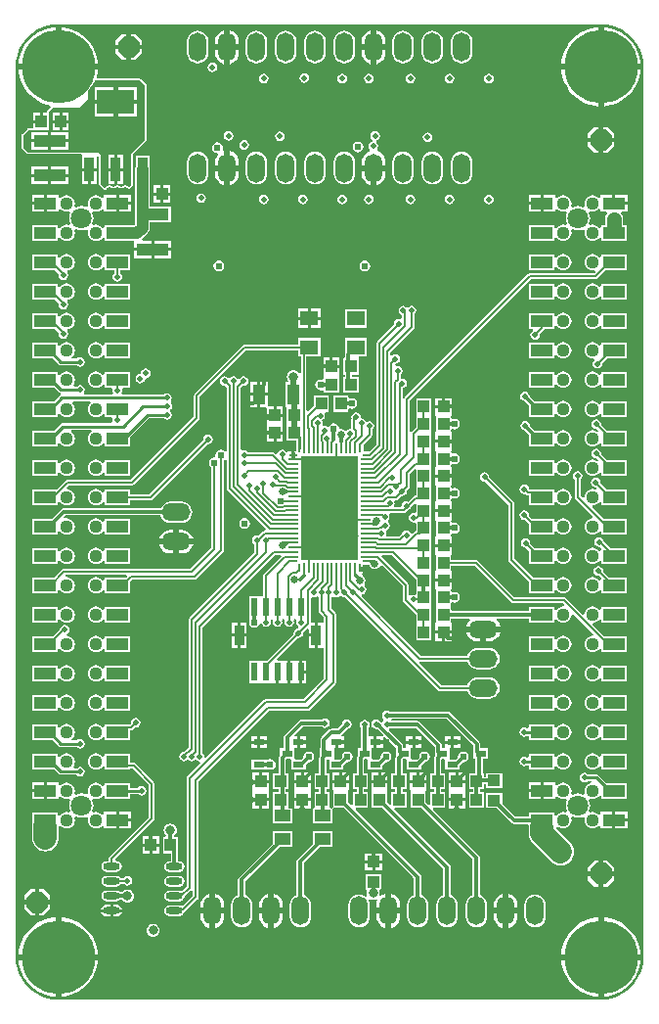
<source format=gtl>
G04*
G04 #@! TF.GenerationSoftware,Altium Limited,Altium Designer,19.0.8 (182)*
G04*
G04 Layer_Physical_Order=1*
G04 Layer_Color=255*
%FSLAX25Y25*%
%MOIN*%
G70*
G01*
G75*
%ADD19C,0.00600*%
%ADD22R,0.04331X0.03937*%
%ADD23R,0.03937X0.04331*%
%ADD24R,0.03740X0.02362*%
%ADD25R,0.12795X0.08465*%
%ADD26R,0.03543X0.08465*%
%ADD27O,0.05709X0.02362*%
%ADD28R,0.11024X0.04331*%
%ADD29R,0.07500X0.04000*%
%ADD30R,0.04331X0.07087*%
%ADD31R,0.02362X0.06299*%
%ADD32R,0.03347X0.07087*%
%ADD33R,0.05512X0.03937*%
%ADD34R,0.06299X0.05118*%
%ADD35R,0.19685X0.35433*%
%ADD36O,0.03150X0.00717*%
%ADD37O,0.03347X0.00717*%
%ADD38O,0.00717X0.03150*%
%ADD39O,0.00717X0.03347*%
%ADD65C,0.03937*%
%ADD66C,0.00710*%
%ADD67C,0.01181*%
%ADD68C,0.00800*%
%ADD69C,0.02000*%
%ADD70C,0.01000*%
%ADD71C,0.01200*%
%ADD72C,0.05000*%
%ADD73C,0.08000*%
%ADD74O,0.06000X0.09843*%
%ADD75O,0.09843X0.06000*%
%ADD76C,0.25000*%
%ADD77C,0.04400*%
%ADD78C,0.07100*%
%ADD79P,0.07884X8X112.5*%
%ADD80C,0.02400*%
%ADD81C,0.02000*%
%ADD82C,0.02410*%
%ADD83C,0.03200*%
%ADD84C,0.02600*%
%ADD85C,0.03937*%
%ADD86C,0.05000*%
G36*
X200787Y333391D02*
Y333391D01*
X201378Y333368D01*
X202681Y333282D01*
X204543Y332912D01*
X206340Y332302D01*
X208042Y331463D01*
X209620Y330408D01*
X211047Y329157D01*
X212298Y327730D01*
X213352Y326152D01*
X214192Y324450D01*
X214802Y322653D01*
X215172Y320792D01*
X215292Y318958D01*
X215280Y318898D01*
X215280Y15748D01*
X215280Y15748D01*
X215280D01*
X215257Y15158D01*
X215172Y13855D01*
X214802Y11993D01*
X214192Y10196D01*
X213352Y8494D01*
X212298Y6916D01*
X211046Y5489D01*
X209619Y4238D01*
X208042Y3183D01*
X206339Y2344D01*
X204542Y1734D01*
X202681Y1364D01*
X201378Y1278D01*
X200787Y1255D01*
Y1255D01*
X200787Y1255D01*
X15748D01*
X15748Y1255D01*
X15157Y1278D01*
X13854Y1364D01*
X11993Y1734D01*
X10196Y2344D01*
X8494Y3183D01*
X6916Y4238D01*
X5489Y5489D01*
X4237Y6916D01*
X3183Y8494D01*
X2344Y10196D01*
X1734Y11993D01*
X1364Y13854D01*
X1243Y15688D01*
X1255Y15748D01*
X1255Y318897D01*
X1255Y318898D01*
X1278Y319488D01*
X1363Y320791D01*
X1734Y322653D01*
X2344Y324450D01*
X3183Y326152D01*
X4237Y327730D01*
X5489Y329157D01*
X6916Y330408D01*
X8494Y331462D01*
X10196Y332302D01*
X11993Y332912D01*
X13854Y333282D01*
X15157Y333367D01*
X15748Y333390D01*
X16348Y333390D01*
X200188Y333391D01*
X200787Y333391D01*
D02*
G37*
%LPC*%
G36*
X124268Y331415D02*
Y326591D01*
X127302D01*
Y327512D01*
X127165Y328556D01*
X126762Y329529D01*
X126121Y330365D01*
X125285Y331006D01*
X124312Y331409D01*
X124268Y331415D01*
D02*
G37*
G36*
X74268D02*
Y326591D01*
X77302D01*
Y327512D01*
X77165Y328556D01*
X76762Y329529D01*
X76121Y330365D01*
X75285Y331006D01*
X74312Y331409D01*
X74268Y331415D01*
D02*
G37*
G36*
X122268D02*
X122224Y331409D01*
X121251Y331006D01*
X120415Y330365D01*
X119774Y329529D01*
X119371Y328556D01*
X119233Y327512D01*
Y326591D01*
X122268D01*
Y331415D01*
D02*
G37*
G36*
X72268D02*
X72224Y331409D01*
X71251Y331006D01*
X70415Y330365D01*
X69774Y329529D01*
X69371Y328556D01*
X69233Y327512D01*
Y326591D01*
X72268D01*
Y331415D01*
D02*
G37*
G36*
X42013Y330032D02*
X40542D01*
Y326341D01*
X44233D01*
Y327812D01*
X42013Y330032D01*
D02*
G37*
G36*
X39042D02*
X37571D01*
X35350Y327812D01*
Y326341D01*
X39042D01*
Y330032D01*
D02*
G37*
G36*
X44233Y324841D02*
X40542D01*
Y321149D01*
X42013D01*
X44233Y323370D01*
Y324841D01*
D02*
G37*
G36*
X39042D02*
X35350D01*
Y323370D01*
X37571Y321149D01*
X39042D01*
Y324841D01*
D02*
G37*
G36*
X153268Y331143D02*
X152328Y331019D01*
X151452Y330657D01*
X150700Y330079D01*
X150123Y329327D01*
X149760Y328452D01*
X149637Y327512D01*
Y323669D01*
X149760Y322730D01*
X150123Y321854D01*
X150700Y321102D01*
X151452Y320525D01*
X152328Y320162D01*
X153268Y320038D01*
X154208Y320162D01*
X155083Y320525D01*
X155835Y321102D01*
X156412Y321854D01*
X156775Y322730D01*
X156899Y323669D01*
Y327512D01*
X156775Y328452D01*
X156412Y329327D01*
X155835Y330079D01*
X155083Y330657D01*
X154208Y331019D01*
X153268Y331143D01*
D02*
G37*
G36*
X143268D02*
X142328Y331019D01*
X141452Y330657D01*
X140700Y330079D01*
X140123Y329327D01*
X139760Y328452D01*
X139637Y327512D01*
Y323669D01*
X139760Y322730D01*
X140123Y321854D01*
X140700Y321102D01*
X141452Y320525D01*
X142328Y320162D01*
X143268Y320038D01*
X144208Y320162D01*
X145083Y320525D01*
X145835Y321102D01*
X146412Y321854D01*
X146775Y322730D01*
X146899Y323669D01*
Y327512D01*
X146775Y328452D01*
X146412Y329327D01*
X145835Y330079D01*
X145083Y330657D01*
X144208Y331019D01*
X143268Y331143D01*
D02*
G37*
G36*
X133268D02*
X132328Y331019D01*
X131452Y330657D01*
X130700Y330079D01*
X130123Y329327D01*
X129761Y328452D01*
X129637Y327512D01*
Y323669D01*
X129761Y322730D01*
X130123Y321854D01*
X130700Y321102D01*
X131452Y320525D01*
X132328Y320162D01*
X133268Y320038D01*
X134208Y320162D01*
X135083Y320525D01*
X135835Y321102D01*
X136412Y321854D01*
X136775Y322730D01*
X136899Y323669D01*
Y327512D01*
X136775Y328452D01*
X136412Y329327D01*
X135835Y330079D01*
X135083Y330657D01*
X134208Y331019D01*
X133268Y331143D01*
D02*
G37*
G36*
X113268D02*
X112328Y331019D01*
X111452Y330657D01*
X110700Y330079D01*
X110123Y329327D01*
X109760Y328452D01*
X109637Y327512D01*
Y323669D01*
X109760Y322730D01*
X110123Y321854D01*
X110700Y321102D01*
X111452Y320525D01*
X112328Y320162D01*
X113268Y320038D01*
X114208Y320162D01*
X115083Y320525D01*
X115835Y321102D01*
X116412Y321854D01*
X116775Y322730D01*
X116899Y323669D01*
Y327512D01*
X116775Y328452D01*
X116412Y329327D01*
X115835Y330079D01*
X115083Y330657D01*
X114208Y331019D01*
X113268Y331143D01*
D02*
G37*
G36*
X103268D02*
X102328Y331019D01*
X101452Y330657D01*
X100700Y330079D01*
X100123Y329327D01*
X99761Y328452D01*
X99637Y327512D01*
Y323669D01*
X99761Y322730D01*
X100123Y321854D01*
X100700Y321102D01*
X101452Y320525D01*
X102328Y320162D01*
X103268Y320038D01*
X104208Y320162D01*
X105083Y320525D01*
X105835Y321102D01*
X106412Y321854D01*
X106775Y322730D01*
X106899Y323669D01*
Y327512D01*
X106775Y328452D01*
X106412Y329327D01*
X105835Y330079D01*
X105083Y330657D01*
X104208Y331019D01*
X103268Y331143D01*
D02*
G37*
G36*
X93268D02*
X92328Y331019D01*
X91452Y330657D01*
X90700Y330079D01*
X90123Y329327D01*
X89761Y328452D01*
X89637Y327512D01*
Y323669D01*
X89761Y322730D01*
X90123Y321854D01*
X90700Y321102D01*
X91452Y320525D01*
X92328Y320162D01*
X93268Y320038D01*
X94208Y320162D01*
X95083Y320525D01*
X95835Y321102D01*
X96412Y321854D01*
X96775Y322730D01*
X96899Y323669D01*
Y327512D01*
X96775Y328452D01*
X96412Y329327D01*
X95835Y330079D01*
X95083Y330657D01*
X94208Y331019D01*
X93268Y331143D01*
D02*
G37*
G36*
X83268D02*
X82328Y331019D01*
X81452Y330657D01*
X80700Y330079D01*
X80123Y329327D01*
X79760Y328452D01*
X79637Y327512D01*
Y323669D01*
X79760Y322730D01*
X80123Y321854D01*
X80700Y321102D01*
X81452Y320525D01*
X82328Y320162D01*
X83268Y320038D01*
X84208Y320162D01*
X85083Y320525D01*
X85835Y321102D01*
X86412Y321854D01*
X86775Y322730D01*
X86899Y323669D01*
Y327512D01*
X86775Y328452D01*
X86412Y329327D01*
X85835Y330079D01*
X85083Y330657D01*
X84208Y331019D01*
X83268Y331143D01*
D02*
G37*
G36*
X63268D02*
X62328Y331019D01*
X61452Y330657D01*
X60700Y330079D01*
X60123Y329327D01*
X59760Y328452D01*
X59637Y327512D01*
Y323669D01*
X59760Y322730D01*
X60123Y321854D01*
X60700Y321102D01*
X61452Y320525D01*
X62328Y320162D01*
X63268Y320038D01*
X64208Y320162D01*
X65083Y320525D01*
X65835Y321102D01*
X66412Y321854D01*
X66775Y322730D01*
X66899Y323669D01*
Y327512D01*
X66775Y328452D01*
X66412Y329327D01*
X65835Y330079D01*
X65083Y330657D01*
X64208Y331019D01*
X63268Y331143D01*
D02*
G37*
G36*
X201787Y332361D02*
Y319898D01*
X214251D01*
X214201Y320663D01*
X213855Y322399D01*
X213287Y324075D01*
X212504Y325662D01*
X211521Y327134D01*
X210354Y328464D01*
X209023Y329631D01*
X207552Y330614D01*
X205965Y331397D01*
X204289Y331966D01*
X202553Y332311D01*
X201787Y332361D01*
D02*
G37*
G36*
X199787D02*
X199022Y332311D01*
X197286Y331966D01*
X195610Y331397D01*
X194023Y330614D01*
X192552Y329631D01*
X191221Y328464D01*
X190054Y327134D01*
X189071Y325662D01*
X188288Y324075D01*
X187720Y322399D01*
X187374Y320663D01*
X187324Y319898D01*
X199787D01*
Y332361D01*
D02*
G37*
G36*
X16748D02*
Y319898D01*
X29212D01*
X29161Y320663D01*
X28816Y322399D01*
X28247Y324075D01*
X27465Y325662D01*
X26481Y327134D01*
X25315Y328464D01*
X23984Y329631D01*
X22512Y330614D01*
X20925Y331397D01*
X19250Y331966D01*
X17514Y332311D01*
X16748Y332361D01*
D02*
G37*
G36*
X14748D02*
X13982Y332311D01*
X12246Y331966D01*
X10571Y331397D01*
X8984Y330614D01*
X7512Y329631D01*
X6182Y328464D01*
X5015Y327134D01*
X4032Y325662D01*
X3249Y324075D01*
X2680Y322399D01*
X2335Y320663D01*
X2285Y319898D01*
X14748D01*
Y332361D01*
D02*
G37*
G36*
X127302Y324591D02*
X124268D01*
Y319766D01*
X124312Y319772D01*
X125285Y320175D01*
X126121Y320816D01*
X126762Y321652D01*
X127165Y322625D01*
X127302Y323669D01*
Y324591D01*
D02*
G37*
G36*
X77302D02*
X74268D01*
Y319766D01*
X74312Y319772D01*
X75285Y320175D01*
X76121Y320816D01*
X76762Y321652D01*
X77165Y322625D01*
X77302Y323669D01*
Y324591D01*
D02*
G37*
G36*
X122268D02*
X119233D01*
Y323669D01*
X119371Y322625D01*
X119774Y321652D01*
X120415Y320816D01*
X121251Y320175D01*
X122224Y319772D01*
X122268Y319766D01*
Y324591D01*
D02*
G37*
G36*
X72268D02*
X69233D01*
Y323669D01*
X69371Y322625D01*
X69774Y321652D01*
X70415Y320816D01*
X71251Y320175D01*
X72224Y319772D01*
X72268Y319766D01*
Y324591D01*
D02*
G37*
G36*
X68268Y320293D02*
X67643Y320169D01*
X67114Y319815D01*
X66760Y319286D01*
X66636Y318661D01*
X66760Y318037D01*
X67114Y317508D01*
X67643Y317154D01*
X68268Y317030D01*
X68892Y317154D01*
X69421Y317508D01*
X69775Y318037D01*
X69899Y318661D01*
X69775Y319286D01*
X69421Y319815D01*
X68892Y320169D01*
X68268Y320293D01*
D02*
G37*
G36*
X99664Y316706D02*
X99039Y316581D01*
X98510Y316228D01*
X98156Y315699D01*
X98032Y315074D01*
X98156Y314450D01*
X98510Y313921D01*
X99039Y313567D01*
X99664Y313443D01*
X100288Y313567D01*
X100817Y313921D01*
X101171Y314450D01*
X101295Y315074D01*
X101171Y315699D01*
X100817Y316228D01*
X100288Y316581D01*
X99664Y316706D01*
D02*
G37*
G36*
X162559Y316553D02*
X161935Y316429D01*
X161406Y316075D01*
X161052Y315546D01*
X160928Y314921D01*
X161052Y314297D01*
X161406Y313768D01*
X161935Y313414D01*
X162559Y313290D01*
X163183Y313414D01*
X163713Y313768D01*
X164066Y314297D01*
X164190Y314921D01*
X164066Y315546D01*
X163713Y316075D01*
X163183Y316429D01*
X162559Y316553D01*
D02*
G37*
G36*
X149173D02*
X148549Y316429D01*
X148020Y316075D01*
X147666Y315546D01*
X147542Y314921D01*
X147666Y314297D01*
X148020Y313768D01*
X148549Y313414D01*
X149173Y313290D01*
X149797Y313414D01*
X150327Y313768D01*
X150680Y314297D01*
X150805Y314921D01*
X150680Y315546D01*
X150327Y316075D01*
X149797Y316429D01*
X149173Y316553D01*
D02*
G37*
G36*
X135787D02*
X135163Y316429D01*
X134634Y316075D01*
X134280Y315546D01*
X134156Y314921D01*
X134280Y314297D01*
X134634Y313768D01*
X135163Y313414D01*
X135787Y313290D01*
X136412Y313414D01*
X136941Y313768D01*
X137295Y314297D01*
X137419Y314921D01*
X137295Y315546D01*
X136941Y316075D01*
X136412Y316429D01*
X135787Y316553D01*
D02*
G37*
G36*
X121614D02*
X120990Y316429D01*
X120460Y316075D01*
X120107Y315546D01*
X119983Y314921D01*
X120107Y314297D01*
X120460Y313768D01*
X120990Y313414D01*
X121614Y313290D01*
X122238Y313414D01*
X122768Y313768D01*
X123121Y314297D01*
X123245Y314921D01*
X123121Y315546D01*
X122768Y316075D01*
X122238Y316429D01*
X121614Y316553D01*
D02*
G37*
G36*
X112559D02*
X111935Y316429D01*
X111406Y316075D01*
X111052Y315546D01*
X110928Y314921D01*
X111052Y314297D01*
X111406Y313768D01*
X111935Y313414D01*
X112559Y313290D01*
X113183Y313414D01*
X113713Y313768D01*
X114066Y314297D01*
X114190Y314921D01*
X114066Y315546D01*
X113713Y316075D01*
X113183Y316429D01*
X112559Y316553D01*
D02*
G37*
G36*
X85787D02*
X85163Y316429D01*
X84634Y316075D01*
X84280Y315546D01*
X84156Y314921D01*
X84280Y314297D01*
X84634Y313768D01*
X85163Y313414D01*
X85787Y313290D01*
X86412Y313414D01*
X86941Y313768D01*
X87295Y314297D01*
X87419Y314921D01*
X87295Y315546D01*
X86941Y316075D01*
X86412Y316429D01*
X85787Y316553D01*
D02*
G37*
G36*
X214251Y317898D02*
X201787D01*
Y305434D01*
X202553Y305484D01*
X204289Y305830D01*
X205965Y306399D01*
X207552Y307181D01*
X209023Y308164D01*
X210354Y309331D01*
X211521Y310662D01*
X212504Y312133D01*
X213287Y313720D01*
X213855Y315396D01*
X214201Y317132D01*
X214251Y317898D01*
D02*
G37*
G36*
X199787D02*
X187324D01*
X187374Y317132D01*
X187720Y315396D01*
X188288Y313720D01*
X189071Y312133D01*
X190054Y310662D01*
X191221Y309331D01*
X192552Y308164D01*
X194023Y307181D01*
X195610Y306399D01*
X197286Y305830D01*
X199022Y305484D01*
X199787Y305434D01*
Y317898D01*
D02*
G37*
G36*
X9416Y303189D02*
X7148D01*
Y300723D01*
X9416D01*
Y303189D01*
D02*
G37*
G36*
X203008Y298418D02*
X201538D01*
Y294726D01*
X205229D01*
Y296197D01*
X203008Y298418D01*
D02*
G37*
G36*
X200038D02*
X198567D01*
X196346Y296197D01*
Y294726D01*
X200038D01*
Y298418D01*
D02*
G37*
G36*
X73805Y296997D02*
X73180Y296873D01*
X72651Y296519D01*
X72298Y295990D01*
X72173Y295366D01*
X72298Y294742D01*
X72651Y294212D01*
X73180Y293859D01*
X73805Y293734D01*
X74429Y293859D01*
X74958Y294212D01*
X75312Y294742D01*
X75436Y295366D01*
X75312Y295990D01*
X74958Y296519D01*
X74429Y296873D01*
X73805Y296997D01*
D02*
G37*
G36*
X91294Y296854D02*
X90670Y296730D01*
X90140Y296376D01*
X89787Y295847D01*
X89663Y295223D01*
X89787Y294599D01*
X90140Y294069D01*
X90670Y293716D01*
X91294Y293591D01*
X91918Y293716D01*
X92448Y294069D01*
X92801Y294599D01*
X92925Y295223D01*
X92801Y295847D01*
X92448Y296376D01*
X91918Y296730D01*
X91294Y296854D01*
D02*
G37*
G36*
X141684Y296494D02*
X141060Y296369D01*
X140531Y296016D01*
X140177Y295486D01*
X140053Y294862D01*
X140177Y294238D01*
X140531Y293709D01*
X141060Y293355D01*
X141684Y293231D01*
X142309Y293355D01*
X142838Y293709D01*
X143192Y294238D01*
X143316Y294862D01*
X143192Y295486D01*
X142838Y296016D01*
X142309Y296369D01*
X141684Y296494D01*
D02*
G37*
G36*
X79155Y293915D02*
X78531Y293791D01*
X78001Y293437D01*
X77648Y292908D01*
X77523Y292284D01*
X77648Y291659D01*
X78001Y291130D01*
X78531Y290776D01*
X79155Y290652D01*
X79779Y290776D01*
X80308Y291130D01*
X80662Y291659D01*
X80786Y292284D01*
X80662Y292908D01*
X80308Y293437D01*
X79779Y293791D01*
X79155Y293915D01*
D02*
G37*
G36*
X117905Y293401D02*
X117203Y293261D01*
X116608Y292863D01*
X116210Y292267D01*
X116070Y291565D01*
X116210Y290863D01*
X116608Y290267D01*
X117203Y289870D01*
X117905Y289730D01*
X118608Y289870D01*
X119203Y290267D01*
X119601Y290863D01*
X119741Y291565D01*
X119601Y292267D01*
X119203Y292863D01*
X118608Y293261D01*
X117905Y293401D01*
D02*
G37*
G36*
X205229Y293227D02*
X201538D01*
Y289535D01*
X203008D01*
X205229Y291756D01*
Y293227D01*
D02*
G37*
G36*
X200038D02*
X196346D01*
Y291756D01*
X198567Y289535D01*
X200038D01*
Y293227D01*
D02*
G37*
G36*
X74268Y290234D02*
Y285409D01*
X77302D01*
Y286331D01*
X77165Y287375D01*
X76762Y288348D01*
X76121Y289183D01*
X75285Y289825D01*
X74312Y290228D01*
X74268Y290234D01*
D02*
G37*
G36*
X123805Y296997D02*
X123180Y296873D01*
X122651Y296519D01*
X122298Y295990D01*
X122173Y295366D01*
X122298Y294742D01*
X122651Y294212D01*
X122897Y294048D01*
X122770Y293411D01*
X122560Y293369D01*
X122031Y293016D01*
X121677Y292487D01*
X121553Y291862D01*
X121677Y291238D01*
X121985Y290778D01*
X121994Y290552D01*
X121882Y290086D01*
X121251Y289825D01*
X120415Y289183D01*
X119774Y288348D01*
X119371Y287375D01*
X119233Y286331D01*
Y285409D01*
X123268D01*
X127302D01*
Y286331D01*
X127165Y287375D01*
X126762Y288348D01*
X126121Y289183D01*
X125285Y289825D01*
X124550Y290129D01*
X124459Y290379D01*
X124395Y290737D01*
X124408Y290813D01*
X124692Y291238D01*
X124816Y291862D01*
X124692Y292487D01*
X124338Y293016D01*
X124092Y293180D01*
X124219Y293817D01*
X124429Y293859D01*
X124958Y294212D01*
X125312Y294742D01*
X125436Y295366D01*
X125312Y295990D01*
X124958Y296519D01*
X124429Y296873D01*
X123805Y296997D01*
D02*
G37*
G36*
X70039Y293134D02*
X69337Y292995D01*
X68742Y292597D01*
X68344Y292002D01*
X68204Y291299D01*
X68344Y290597D01*
X68742Y290002D01*
X69337Y289604D01*
X69896Y289493D01*
X70130Y289097D01*
X70183Y288881D01*
X69774Y288348D01*
X69371Y287375D01*
X69233Y286331D01*
Y285409D01*
X72268D01*
Y290234D01*
X72224Y290228D01*
X72205Y290220D01*
X71946Y290427D01*
X71752Y290682D01*
X71875Y291299D01*
X71735Y292002D01*
X71337Y292597D01*
X70742Y292995D01*
X70039Y293134D01*
D02*
G37*
G36*
X73268Y284409D02*
D01*
D01*
D01*
D02*
G37*
G36*
X19186Y284824D02*
X13374D01*
Y282358D01*
X19186D01*
Y284824D01*
D02*
G37*
G36*
X12374D02*
X6562D01*
Y282358D01*
X12374D01*
Y284824D01*
D02*
G37*
G36*
X28902Y283425D02*
X26831D01*
Y278893D01*
X28902D01*
Y283425D01*
D02*
G37*
G36*
X25831D02*
X23759D01*
Y278893D01*
X25831D01*
Y283425D01*
D02*
G37*
G36*
X19186Y281358D02*
X13374D01*
Y278893D01*
X19186D01*
Y281358D01*
D02*
G37*
G36*
X12374D02*
X6562D01*
Y278893D01*
X12374D01*
Y281358D01*
D02*
G37*
G36*
X153268Y289962D02*
X152328Y289838D01*
X151452Y289475D01*
X150700Y288898D01*
X150123Y288146D01*
X149760Y287270D01*
X149637Y286331D01*
Y282488D01*
X149760Y281548D01*
X150123Y280673D01*
X150700Y279921D01*
X151452Y279344D01*
X152328Y278981D01*
X153268Y278857D01*
X154208Y278981D01*
X155083Y279344D01*
X155835Y279921D01*
X156412Y280673D01*
X156775Y281548D01*
X156899Y282488D01*
Y286331D01*
X156775Y287270D01*
X156412Y288146D01*
X155835Y288898D01*
X155083Y289475D01*
X154208Y289838D01*
X153268Y289962D01*
D02*
G37*
G36*
X143268D02*
X142328Y289838D01*
X141452Y289475D01*
X140700Y288898D01*
X140123Y288146D01*
X139760Y287270D01*
X139637Y286331D01*
Y282488D01*
X139760Y281548D01*
X140123Y280673D01*
X140700Y279921D01*
X141452Y279344D01*
X142328Y278981D01*
X143268Y278857D01*
X144208Y278981D01*
X145083Y279344D01*
X145835Y279921D01*
X146412Y280673D01*
X146775Y281548D01*
X146899Y282488D01*
Y286331D01*
X146775Y287270D01*
X146412Y288146D01*
X145835Y288898D01*
X145083Y289475D01*
X144208Y289838D01*
X143268Y289962D01*
D02*
G37*
G36*
X133268D02*
X132328Y289838D01*
X131452Y289475D01*
X130700Y288898D01*
X130123Y288146D01*
X129761Y287270D01*
X129637Y286331D01*
Y282488D01*
X129761Y281548D01*
X130123Y280673D01*
X130700Y279921D01*
X131452Y279344D01*
X132328Y278981D01*
X133268Y278857D01*
X134208Y278981D01*
X135083Y279344D01*
X135835Y279921D01*
X136412Y280673D01*
X136775Y281548D01*
X136899Y282488D01*
Y286331D01*
X136775Y287270D01*
X136412Y288146D01*
X135835Y288898D01*
X135083Y289475D01*
X134208Y289838D01*
X133268Y289962D01*
D02*
G37*
G36*
X113268D02*
X112328Y289838D01*
X111452Y289475D01*
X110700Y288898D01*
X110123Y288146D01*
X109760Y287270D01*
X109637Y286331D01*
Y282488D01*
X109760Y281548D01*
X110123Y280673D01*
X110700Y279921D01*
X111452Y279344D01*
X112328Y278981D01*
X113268Y278857D01*
X114208Y278981D01*
X115083Y279344D01*
X115835Y279921D01*
X116412Y280673D01*
X116775Y281548D01*
X116899Y282488D01*
Y286331D01*
X116775Y287270D01*
X116412Y288146D01*
X115835Y288898D01*
X115083Y289475D01*
X114208Y289838D01*
X113268Y289962D01*
D02*
G37*
G36*
X103268D02*
X102328Y289838D01*
X101452Y289475D01*
X100700Y288898D01*
X100123Y288146D01*
X99761Y287270D01*
X99637Y286331D01*
Y282488D01*
X99761Y281548D01*
X100123Y280673D01*
X100700Y279921D01*
X101452Y279344D01*
X102328Y278981D01*
X103268Y278857D01*
X104208Y278981D01*
X105083Y279344D01*
X105835Y279921D01*
X106412Y280673D01*
X106775Y281548D01*
X106899Y282488D01*
Y286331D01*
X106775Y287270D01*
X106412Y288146D01*
X105835Y288898D01*
X105083Y289475D01*
X104208Y289838D01*
X103268Y289962D01*
D02*
G37*
G36*
X93268D02*
X92328Y289838D01*
X91452Y289475D01*
X90700Y288898D01*
X90123Y288146D01*
X89761Y287270D01*
X89637Y286331D01*
Y282488D01*
X89761Y281548D01*
X90123Y280673D01*
X90700Y279921D01*
X91452Y279344D01*
X92328Y278981D01*
X93268Y278857D01*
X94208Y278981D01*
X95083Y279344D01*
X95835Y279921D01*
X96412Y280673D01*
X96775Y281548D01*
X96899Y282488D01*
Y286331D01*
X96775Y287270D01*
X96412Y288146D01*
X95835Y288898D01*
X95083Y289475D01*
X94208Y289838D01*
X93268Y289962D01*
D02*
G37*
G36*
X83268D02*
X82328Y289838D01*
X81452Y289475D01*
X80700Y288898D01*
X80123Y288146D01*
X79760Y287270D01*
X79637Y286331D01*
Y282488D01*
X79760Y281548D01*
X80123Y280673D01*
X80700Y279921D01*
X81452Y279344D01*
X82328Y278981D01*
X83268Y278857D01*
X84208Y278981D01*
X85083Y279344D01*
X85835Y279921D01*
X86412Y280673D01*
X86775Y281548D01*
X86899Y282488D01*
Y286331D01*
X86775Y287270D01*
X86412Y288146D01*
X85835Y288898D01*
X85083Y289475D01*
X84208Y289838D01*
X83268Y289962D01*
D02*
G37*
G36*
X63268D02*
X62328Y289838D01*
X61452Y289475D01*
X60700Y288898D01*
X60123Y288146D01*
X59760Y287270D01*
X59637Y286331D01*
Y282488D01*
X59760Y281548D01*
X60123Y280673D01*
X60700Y279921D01*
X61452Y279344D01*
X62328Y278981D01*
X63268Y278857D01*
X64208Y278981D01*
X65083Y279344D01*
X65835Y279921D01*
X66412Y280673D01*
X66775Y281548D01*
X66899Y282488D01*
Y286331D01*
X66775Y287270D01*
X66412Y288146D01*
X65835Y288898D01*
X65083Y289475D01*
X64208Y289838D01*
X63268Y289962D01*
D02*
G37*
G36*
X122268Y283410D02*
X119233D01*
Y282488D01*
X119371Y281444D01*
X119774Y280471D01*
X120415Y279635D01*
X121251Y278994D01*
X122224Y278591D01*
X122268Y278585D01*
Y283410D01*
D02*
G37*
G36*
X72268D02*
X69233D01*
Y282488D01*
X69371Y281444D01*
X69774Y280471D01*
X70415Y279635D01*
X71251Y278994D01*
X72224Y278591D01*
X72268Y278585D01*
Y283410D01*
D02*
G37*
G36*
X127302D02*
X124268D01*
Y278585D01*
X124312Y278591D01*
X125285Y278994D01*
X126121Y279635D01*
X126762Y280471D01*
X127165Y281444D01*
X127302Y282488D01*
Y283410D01*
D02*
G37*
G36*
X77302D02*
X74268D01*
Y278585D01*
X74312Y278591D01*
X75285Y278994D01*
X76121Y279635D01*
X76762Y280471D01*
X77165Y281444D01*
X77302Y282488D01*
Y283410D01*
D02*
G37*
G36*
X29212Y317898D02*
X2285D01*
X2335Y317132D01*
X2680Y315396D01*
X3249Y313720D01*
X4032Y312133D01*
X5015Y310662D01*
X6182Y309331D01*
X7512Y308164D01*
X8984Y307181D01*
X10571Y306399D01*
X12246Y305830D01*
X12886Y305702D01*
X13084Y305051D01*
X12166Y304133D01*
X12033Y303935D01*
X11987Y303700D01*
X11890Y303517D01*
X11562Y303189D01*
X10417D01*
Y300223D01*
X9917D01*
Y299723D01*
X7148D01*
Y297856D01*
X5512D01*
X5278Y297809D01*
X5079Y297677D01*
X3504Y296102D01*
X3372Y295903D01*
X3325Y295669D01*
Y291339D01*
X3372Y291105D01*
X3504Y290906D01*
X5079Y289331D01*
X5278Y289199D01*
X5512Y289152D01*
X23240D01*
X23759Y288958D01*
X23759Y288552D01*
Y284425D01*
X26331D01*
X28902D01*
Y288187D01*
X29502Y288499D01*
X29703Y288358D01*
X29703Y278897D01*
X29750Y278663D01*
X29750Y278663D01*
X29750Y278663D01*
X29816Y278563D01*
X29882Y278465D01*
X29882Y278465D01*
X29882Y278465D01*
X31270Y277078D01*
X31349Y277025D01*
X31468Y276945D01*
X31468Y276945D01*
X31468Y276945D01*
X31702Y276899D01*
X31702D01*
X31936Y276945D01*
X31936Y276945D01*
X31936Y276945D01*
X32135Y277078D01*
X32135Y277078D01*
X32206Y277184D01*
X32267Y277276D01*
X32386Y277563D01*
X33296Y277940D01*
X34361Y277499D01*
X34595Y277452D01*
X34829Y277499D01*
X35894Y277940D01*
X36959Y277499D01*
X37193Y277452D01*
X37427Y277499D01*
X38493Y277940D01*
X39616Y277474D01*
X39850Y277428D01*
X40084Y277474D01*
X40283Y277607D01*
X40984Y278308D01*
X41116Y278506D01*
X41163Y278740D01*
Y289117D01*
X45708Y293662D01*
X45841Y293860D01*
X45887Y294094D01*
Y312598D01*
X45841Y312833D01*
X45708Y313031D01*
X44133Y314606D01*
X43935Y314738D01*
X43701Y314785D01*
X29124Y314785D01*
X28774Y315273D01*
X28816Y315396D01*
X29161Y317132D01*
X29212Y317898D01*
D02*
G37*
G36*
X53903Y278531D02*
X51634D01*
Y276065D01*
X53903D01*
Y278531D01*
D02*
G37*
G36*
X50634D02*
X48366D01*
Y276065D01*
X50634D01*
Y278531D01*
D02*
G37*
G36*
X209735Y275123D02*
X205686D01*
Y272823D01*
X209735D01*
Y275123D01*
D02*
G37*
G36*
X40444D02*
X36394D01*
Y272823D01*
X40444D01*
Y275123D01*
D02*
G37*
G36*
X180141D02*
X176091D01*
Y272823D01*
X180141D01*
Y275123D01*
D02*
G37*
G36*
X10850D02*
X6800D01*
Y272823D01*
X10850D01*
Y275123D01*
D02*
G37*
G36*
X53903Y275065D02*
X51634D01*
Y272600D01*
X53903D01*
Y275065D01*
D02*
G37*
G36*
X50634D02*
X48366D01*
Y272600D01*
X50634D01*
Y275065D01*
D02*
G37*
G36*
X64528Y275765D02*
X63903Y275641D01*
X63374Y275287D01*
X63020Y274758D01*
X62896Y274134D01*
X63020Y273510D01*
X63374Y272980D01*
X63903Y272627D01*
X64528Y272502D01*
X65152Y272627D01*
X65681Y272980D01*
X66035Y273510D01*
X66159Y274134D01*
X66035Y274758D01*
X65681Y275287D01*
X65152Y275641D01*
X64528Y275765D01*
D02*
G37*
G36*
X162559Y275372D02*
X161935Y275247D01*
X161406Y274894D01*
X161052Y274364D01*
X160928Y273740D01*
X161052Y273116D01*
X161406Y272587D01*
X161935Y272233D01*
X162559Y272109D01*
X163183Y272233D01*
X163713Y272587D01*
X164066Y273116D01*
X164191Y273740D01*
X164066Y274364D01*
X163713Y274894D01*
X163183Y275247D01*
X162559Y275372D01*
D02*
G37*
G36*
X149173D02*
X148549Y275247D01*
X148020Y274894D01*
X147666Y274364D01*
X147542Y273740D01*
X147666Y273116D01*
X148020Y272587D01*
X148549Y272233D01*
X149173Y272109D01*
X149797Y272233D01*
X150327Y272587D01*
X150680Y273116D01*
X150805Y273740D01*
X150680Y274364D01*
X150327Y274894D01*
X149797Y275247D01*
X149173Y275372D01*
D02*
G37*
G36*
X135787D02*
X135163Y275247D01*
X134634Y274894D01*
X134280Y274364D01*
X134156Y273740D01*
X134280Y273116D01*
X134634Y272587D01*
X135163Y272233D01*
X135787Y272109D01*
X136411Y272233D01*
X136941Y272587D01*
X137294Y273116D01*
X137419Y273740D01*
X137294Y274364D01*
X136941Y274894D01*
X136411Y275247D01*
X135787Y275372D01*
D02*
G37*
G36*
X121614D02*
X120990Y275247D01*
X120460Y274894D01*
X120107Y274364D01*
X119983Y273740D01*
X120107Y273116D01*
X120460Y272587D01*
X120990Y272233D01*
X121614Y272109D01*
X122238Y272233D01*
X122768Y272587D01*
X123121Y273116D01*
X123245Y273740D01*
X123121Y274364D01*
X122768Y274894D01*
X122238Y275247D01*
X121614Y275372D01*
D02*
G37*
G36*
X112559D02*
X111935Y275247D01*
X111406Y274894D01*
X111052Y274364D01*
X110928Y273740D01*
X111052Y273116D01*
X111406Y272587D01*
X111935Y272233D01*
X112559Y272109D01*
X113183Y272233D01*
X113713Y272587D01*
X114066Y273116D01*
X114191Y273740D01*
X114066Y274364D01*
X113713Y274894D01*
X113183Y275247D01*
X112559Y275372D01*
D02*
G37*
G36*
X99173D02*
X98549Y275247D01*
X98019Y274894D01*
X97666Y274364D01*
X97542Y273740D01*
X97666Y273116D01*
X98019Y272587D01*
X98549Y272233D01*
X99173Y272109D01*
X99797Y272233D01*
X100327Y272587D01*
X100680Y273116D01*
X100804Y273740D01*
X100680Y274364D01*
X100327Y274894D01*
X99797Y275247D01*
X99173Y275372D01*
D02*
G37*
G36*
X85787D02*
X85163Y275247D01*
X84634Y274894D01*
X84280Y274364D01*
X84156Y273740D01*
X84280Y273116D01*
X84634Y272587D01*
X85163Y272233D01*
X85787Y272109D01*
X86411Y272233D01*
X86941Y272587D01*
X87294Y273116D01*
X87419Y273740D01*
X87294Y274364D01*
X86941Y274894D01*
X86411Y275247D01*
X85787Y275372D01*
D02*
G37*
G36*
X197941Y275147D02*
X197210Y275051D01*
X196529Y274769D01*
X195944Y274320D01*
X195495Y273735D01*
X195213Y273054D01*
X195117Y272323D01*
X195213Y271592D01*
X195248Y271509D01*
X194789Y271050D01*
X194025Y271366D01*
X192941Y271509D01*
X191858Y271366D01*
X191094Y271050D01*
X190635Y271509D01*
X190669Y271592D01*
X190765Y272323D01*
X190669Y273054D01*
X190387Y273735D01*
X189938Y274320D01*
X189353Y274769D01*
X188672Y275051D01*
X187941Y275147D01*
X187210Y275051D01*
X186529Y274769D01*
X185944Y274320D01*
X185791Y274120D01*
X185191Y274324D01*
Y275123D01*
X181141D01*
Y272323D01*
Y269523D01*
X185191D01*
Y270322D01*
X185791Y270525D01*
X185944Y270326D01*
X186529Y269877D01*
X187210Y269595D01*
X187941Y269499D01*
X188672Y269595D01*
X188755Y269629D01*
X189215Y269170D01*
X188898Y268406D01*
X188755Y267323D01*
X188898Y266240D01*
X189215Y265476D01*
X188755Y265016D01*
X188672Y265051D01*
X187941Y265147D01*
X187210Y265051D01*
X186529Y264769D01*
X185944Y264320D01*
X185591Y263860D01*
X185051Y263982D01*
X184991Y264015D01*
Y264923D01*
X176291D01*
Y259723D01*
X184991D01*
Y260631D01*
X185051Y260664D01*
X185591Y260786D01*
X185944Y260326D01*
X186529Y259877D01*
X187210Y259595D01*
X187941Y259499D01*
X188672Y259595D01*
X189353Y259877D01*
X189938Y260326D01*
X190387Y260911D01*
X190669Y261592D01*
X190765Y262323D01*
X190669Y263054D01*
X190635Y263137D01*
X191094Y263596D01*
X191858Y263280D01*
X192941Y263137D01*
X194025Y263280D01*
X194789Y263596D01*
X195248Y263137D01*
X195213Y263054D01*
X195117Y262323D01*
X195213Y261592D01*
X195495Y260911D01*
X195944Y260326D01*
X196529Y259877D01*
X197210Y259595D01*
X197941Y259499D01*
X198672Y259595D01*
X199353Y259877D01*
X199938Y260326D01*
X200235Y260713D01*
X200835Y260509D01*
Y259723D01*
X209535D01*
Y264923D01*
X208312D01*
Y267019D01*
X208206Y267828D01*
X207893Y268583D01*
X207632Y268923D01*
X207928Y269523D01*
X209735D01*
Y271823D01*
X205186D01*
Y272323D01*
X204686D01*
Y275123D01*
X200635D01*
Y274397D01*
X200035Y274193D01*
X199938Y274320D01*
X199353Y274769D01*
X198672Y275051D01*
X197941Y275147D01*
D02*
G37*
G36*
X180141Y271823D02*
X176091D01*
Y269523D01*
X180141D01*
Y271823D01*
D02*
G37*
G36*
X40444Y271823D02*
X36394D01*
Y269523D01*
X40444D01*
Y271823D01*
D02*
G37*
G36*
X46813Y288757D02*
X42069D01*
Y284911D01*
X41939Y284596D01*
X41850Y283925D01*
Y275565D01*
Y265160D01*
X41604Y264914D01*
X40244D01*
Y264923D01*
X31544D01*
Y264136D01*
X30944Y263933D01*
X30647Y264320D01*
X30062Y264769D01*
X29381Y265051D01*
X28650Y265147D01*
X27919Y265051D01*
X27836Y265016D01*
X27377Y265476D01*
X27693Y266240D01*
X27836Y267323D01*
X27693Y268406D01*
X27377Y269170D01*
X27836Y269629D01*
X27919Y269595D01*
X28650Y269499D01*
X29381Y269595D01*
X30062Y269877D01*
X30647Y270326D01*
X30744Y270452D01*
X31344Y270249D01*
Y269523D01*
X35394D01*
Y272323D01*
Y275123D01*
X31344D01*
Y274397D01*
X30744Y274193D01*
X30647Y274320D01*
X30062Y274769D01*
X29381Y275051D01*
X28650Y275147D01*
X27919Y275051D01*
X27238Y274769D01*
X26653Y274320D01*
X26204Y273735D01*
X25922Y273054D01*
X25826Y272323D01*
X25922Y271592D01*
X25956Y271509D01*
X25497Y271050D01*
X24733Y271366D01*
X23650Y271509D01*
X22567Y271366D01*
X21803Y271050D01*
X21344Y271509D01*
X21378Y271592D01*
X21474Y272323D01*
X21378Y273054D01*
X21096Y273735D01*
X20647Y274320D01*
X20062Y274769D01*
X19381Y275051D01*
X18650Y275147D01*
X17919Y275051D01*
X17238Y274769D01*
X16653Y274320D01*
X16500Y274120D01*
X15900Y274324D01*
Y275123D01*
X11850D01*
Y272323D01*
X11350D01*
D01*
X11850D01*
Y269523D01*
X15900D01*
Y270322D01*
X16500Y270525D01*
X16653Y270326D01*
X17238Y269877D01*
X17919Y269595D01*
X18650Y269499D01*
X19381Y269595D01*
X19464Y269629D01*
X19923Y269170D01*
X19607Y268406D01*
X19464Y267323D01*
X19607Y266240D01*
X19923Y265476D01*
X19464Y265016D01*
X19381Y265051D01*
X18650Y265147D01*
X17919Y265051D01*
X17238Y264769D01*
X16653Y264320D01*
X16300Y263860D01*
X15760Y263982D01*
X15700Y264015D01*
Y264923D01*
X7000D01*
Y259723D01*
X15700D01*
Y260631D01*
X15760Y260664D01*
X16300Y260786D01*
X16653Y260326D01*
X17238Y259877D01*
X17919Y259595D01*
X18650Y259499D01*
X19381Y259595D01*
X20062Y259877D01*
X20647Y260326D01*
X21096Y260911D01*
X21378Y261592D01*
X21474Y262323D01*
X21378Y263054D01*
X21344Y263137D01*
X21803Y263596D01*
X22567Y263280D01*
X23650Y263137D01*
X24733Y263280D01*
X25497Y263596D01*
X25956Y263137D01*
X25922Y263054D01*
X25826Y262323D01*
X25922Y261592D01*
X26204Y260911D01*
X26653Y260326D01*
X27238Y259877D01*
X27919Y259595D01*
X28650Y259499D01*
X29381Y259595D01*
X30062Y259877D01*
X30647Y260326D01*
X30944Y260713D01*
X31544Y260509D01*
Y259723D01*
X40244D01*
Y259732D01*
X41083D01*
X41673Y259706D01*
X41673Y259132D01*
Y257241D01*
X47484D01*
Y259706D01*
X44472D01*
X44268Y260306D01*
X44509Y260491D01*
X46273Y262255D01*
X46685Y262791D01*
X46943Y263416D01*
X47032Y264087D01*
Y265787D01*
X54096D01*
Y271317D01*
X47032D01*
Y275565D01*
Y283925D01*
X46943Y284596D01*
X46813Y284911D01*
Y288757D01*
D02*
G37*
G36*
X10850Y271823D02*
X6800D01*
Y269523D01*
X10850D01*
Y271823D01*
D02*
G37*
G36*
X54296Y259706D02*
X48484D01*
Y257241D01*
X54296D01*
Y259706D01*
D02*
G37*
G36*
X187941Y255147D02*
X187210Y255051D01*
X186529Y254769D01*
X185944Y254320D01*
X185591Y253860D01*
X185051Y253981D01*
X184991Y254015D01*
Y254923D01*
X176291D01*
Y249723D01*
X184991D01*
Y250631D01*
X185051Y250664D01*
X185591Y250786D01*
X185944Y250326D01*
X186529Y249877D01*
X187210Y249595D01*
X187941Y249499D01*
X188672Y249595D01*
X189353Y249877D01*
X189938Y250326D01*
X190387Y250911D01*
X190669Y251592D01*
X190765Y252323D01*
X190669Y253054D01*
X190387Y253735D01*
X189938Y254320D01*
X189353Y254769D01*
X188672Y255051D01*
X187941Y255147D01*
D02*
G37*
G36*
X18650D02*
X17919Y255051D01*
X17238Y254769D01*
X16653Y254320D01*
X16300Y253860D01*
X15760Y253981D01*
X15700Y254015D01*
Y254923D01*
X7000D01*
Y249723D01*
X14552D01*
X15944Y248331D01*
X15863Y247923D01*
X15987Y247299D01*
X16341Y246769D01*
X16870Y246416D01*
X17494Y246291D01*
X18118Y246416D01*
X18648Y246769D01*
X19001Y247299D01*
X19125Y247923D01*
X19001Y248547D01*
X18760Y248908D01*
X18924Y249443D01*
X19001Y249545D01*
X19381Y249595D01*
X20062Y249877D01*
X20647Y250326D01*
X21096Y250911D01*
X21378Y251592D01*
X21474Y252323D01*
X21378Y253054D01*
X21096Y253735D01*
X20647Y254320D01*
X20062Y254769D01*
X19381Y255051D01*
X18650Y255147D01*
D02*
G37*
G36*
X54296Y256241D02*
X48484D01*
Y253776D01*
X54296D01*
Y256241D01*
D02*
G37*
G36*
X47484D02*
X41673D01*
Y253776D01*
X47484D01*
Y256241D01*
D02*
G37*
G36*
X120236Y252938D02*
X119534Y252798D01*
X118939Y252400D01*
X118541Y251805D01*
X118401Y251102D01*
X118541Y250400D01*
X118939Y249805D01*
X119534Y249407D01*
X120236Y249267D01*
X120939Y249407D01*
X121534Y249805D01*
X121932Y250400D01*
X122072Y251102D01*
X121932Y251805D01*
X121534Y252400D01*
X120939Y252798D01*
X120236Y252938D01*
D02*
G37*
G36*
X70491D02*
X69789Y252798D01*
X69194Y252400D01*
X68796Y251805D01*
X68656Y251102D01*
X68796Y250400D01*
X69194Y249805D01*
X69789Y249407D01*
X70491Y249267D01*
X71194Y249407D01*
X71789Y249805D01*
X72187Y250400D01*
X72327Y251102D01*
X72187Y251805D01*
X71789Y252400D01*
X71194Y252798D01*
X70491Y252938D01*
D02*
G37*
G36*
X28650Y255147D02*
X27919Y255051D01*
X27238Y254769D01*
X26653Y254320D01*
X26204Y253735D01*
X25922Y253054D01*
X25826Y252323D01*
X25922Y251592D01*
X26204Y250911D01*
X26653Y250326D01*
X27238Y249877D01*
X27919Y249595D01*
X28650Y249499D01*
X29381Y249595D01*
X30062Y249877D01*
X30647Y250326D01*
X30944Y250713D01*
X31544Y250509D01*
Y249723D01*
X34874D01*
Y248566D01*
X34740Y248476D01*
X34387Y247947D01*
X34263Y247323D01*
X34387Y246698D01*
X34740Y246169D01*
X35270Y245816D01*
X35894Y245691D01*
X36518Y245816D01*
X37048Y246169D01*
X37401Y246698D01*
X37525Y247323D01*
X37401Y247947D01*
X37048Y248476D01*
X36914Y248566D01*
Y249723D01*
X40244D01*
Y254923D01*
X31544D01*
Y254136D01*
X30944Y253933D01*
X30647Y254320D01*
X30062Y254769D01*
X29381Y255051D01*
X28650Y255147D01*
D02*
G37*
G36*
X187941Y245147D02*
X187210Y245051D01*
X186529Y244769D01*
X185944Y244320D01*
X185591Y243860D01*
X185051Y243982D01*
X184991Y244015D01*
Y244923D01*
X176291D01*
Y239723D01*
X184991D01*
Y240631D01*
X185051Y240664D01*
X185591Y240786D01*
X185944Y240326D01*
X186529Y239877D01*
X187210Y239595D01*
X187941Y239499D01*
X188672Y239595D01*
X189353Y239877D01*
X189938Y240326D01*
X190387Y240911D01*
X190669Y241592D01*
X190765Y242323D01*
X190669Y243054D01*
X190387Y243735D01*
X189938Y244320D01*
X189353Y244769D01*
X188672Y245051D01*
X187941Y245147D01*
D02*
G37*
G36*
X18650D02*
X17919Y245051D01*
X17238Y244769D01*
X16653Y244320D01*
X16300Y243860D01*
X15760Y243982D01*
X15700Y244015D01*
Y244923D01*
X7000D01*
Y239723D01*
X14552D01*
X15944Y238331D01*
X15863Y237923D01*
X15987Y237298D01*
X16341Y236769D01*
X16870Y236416D01*
X17494Y236292D01*
X18118Y236416D01*
X18648Y236769D01*
X19001Y237298D01*
X19125Y237923D01*
X19001Y238547D01*
X18760Y238908D01*
X18924Y239443D01*
X19001Y239545D01*
X19381Y239595D01*
X20062Y239877D01*
X20647Y240326D01*
X21096Y240911D01*
X21378Y241592D01*
X21474Y242323D01*
X21378Y243054D01*
X21096Y243735D01*
X20647Y244320D01*
X20062Y244769D01*
X19381Y245051D01*
X18650Y245147D01*
D02*
G37*
G36*
X197941D02*
X197210Y245051D01*
X196529Y244769D01*
X195944Y244320D01*
X195495Y243735D01*
X195213Y243054D01*
X195117Y242323D01*
X195213Y241592D01*
X195495Y240911D01*
X195944Y240326D01*
X196529Y239877D01*
X197210Y239595D01*
X197941Y239499D01*
X198672Y239595D01*
X199353Y239877D01*
X199938Y240326D01*
X200235Y240713D01*
X200835Y240510D01*
Y239723D01*
X209535D01*
Y244923D01*
X200835D01*
Y244136D01*
X200235Y243933D01*
X199938Y244320D01*
X199353Y244769D01*
X198672Y245051D01*
X197941Y245147D01*
D02*
G37*
G36*
X28650D02*
X27919Y245051D01*
X27238Y244769D01*
X26653Y244320D01*
X26204Y243735D01*
X25922Y243054D01*
X25826Y242323D01*
X25922Y241592D01*
X26204Y240911D01*
X26653Y240326D01*
X27238Y239877D01*
X27919Y239595D01*
X28650Y239499D01*
X29381Y239595D01*
X30062Y239877D01*
X30647Y240326D01*
X30944Y240713D01*
X31544Y240509D01*
Y239723D01*
X40244D01*
Y244923D01*
X31544D01*
Y244136D01*
X30944Y243933D01*
X30647Y244320D01*
X30062Y244769D01*
X29381Y245051D01*
X28650Y245147D01*
D02*
G37*
G36*
X187941Y235147D02*
X187210Y235051D01*
X186529Y234769D01*
X185944Y234320D01*
X185591Y233860D01*
X185051Y233981D01*
X184991Y234015D01*
Y234923D01*
X176291D01*
Y229723D01*
X177660D01*
X177719Y229123D01*
X177675Y229114D01*
X177146Y228761D01*
X176792Y228231D01*
X176668Y227607D01*
X176792Y226983D01*
X177146Y226453D01*
X177675Y226100D01*
X178299Y225976D01*
X178924Y226100D01*
X179453Y226453D01*
X179806Y226983D01*
X179931Y227607D01*
X179899Y227765D01*
X181362Y229228D01*
X181583Y229559D01*
X181616Y229723D01*
X184991D01*
Y230631D01*
X185051Y230664D01*
X185591Y230786D01*
X185944Y230326D01*
X186529Y229877D01*
X187210Y229595D01*
X187941Y229499D01*
X188672Y229595D01*
X189353Y229877D01*
X189938Y230326D01*
X190387Y230911D01*
X190669Y231592D01*
X190765Y232323D01*
X190669Y233054D01*
X190387Y233735D01*
X189938Y234320D01*
X189353Y234769D01*
X188672Y235051D01*
X187941Y235147D01*
D02*
G37*
G36*
X18650D02*
X17919Y235051D01*
X17238Y234769D01*
X16653Y234320D01*
X16300Y233860D01*
X15760Y233981D01*
X15700Y234015D01*
Y234923D01*
X7000D01*
Y229723D01*
X14552D01*
X15944Y228331D01*
X15863Y227923D01*
X15987Y227298D01*
X16341Y226769D01*
X16870Y226416D01*
X17494Y226291D01*
X18118Y226416D01*
X18648Y226769D01*
X19001Y227298D01*
X19125Y227923D01*
X19001Y228547D01*
X18760Y228908D01*
X18924Y229443D01*
X19001Y229545D01*
X19381Y229595D01*
X20062Y229877D01*
X20647Y230326D01*
X21096Y230911D01*
X21378Y231592D01*
X21474Y232323D01*
X21378Y233054D01*
X21096Y233735D01*
X20647Y234320D01*
X20062Y234769D01*
X19381Y235051D01*
X18650Y235147D01*
D02*
G37*
G36*
X105332Y236514D02*
X101882D01*
Y233655D01*
X105332D01*
Y236514D01*
D02*
G37*
G36*
X100882D02*
X97432D01*
Y233655D01*
X100882D01*
Y236514D01*
D02*
G37*
G36*
X120903Y236314D02*
X113404D01*
Y229996D01*
X120903D01*
Y236314D01*
D02*
G37*
G36*
X105332Y232655D02*
X101882D01*
Y229796D01*
X105332D01*
Y232655D01*
D02*
G37*
G36*
X100882D02*
X97432D01*
Y229796D01*
X100882D01*
Y232655D01*
D02*
G37*
G36*
X197941Y235147D02*
X197210Y235051D01*
X196529Y234769D01*
X195944Y234320D01*
X195495Y233735D01*
X195213Y233054D01*
X195117Y232323D01*
X195213Y231592D01*
X195495Y230911D01*
X195944Y230326D01*
X196529Y229877D01*
X197210Y229595D01*
X197941Y229499D01*
X198672Y229595D01*
X199353Y229877D01*
X199938Y230326D01*
X200235Y230713D01*
X200835Y230509D01*
Y229723D01*
X209535D01*
Y234923D01*
X200835D01*
Y234136D01*
X200235Y233932D01*
X199938Y234320D01*
X199353Y234769D01*
X198672Y235051D01*
X197941Y235147D01*
D02*
G37*
G36*
X28650D02*
X27919Y235051D01*
X27238Y234769D01*
X26653Y234320D01*
X26204Y233735D01*
X25922Y233054D01*
X25826Y232323D01*
X25922Y231592D01*
X26204Y230911D01*
X26653Y230326D01*
X27238Y229877D01*
X27919Y229595D01*
X28650Y229499D01*
X29381Y229595D01*
X30062Y229877D01*
X30647Y230326D01*
X30944Y230713D01*
X31544Y230509D01*
Y229723D01*
X40244D01*
Y234923D01*
X31544D01*
Y234136D01*
X30944Y233933D01*
X30647Y234320D01*
X30062Y234769D01*
X29381Y235051D01*
X28650Y235147D01*
D02*
G37*
G36*
X187941Y225147D02*
X187210Y225051D01*
X186529Y224769D01*
X185944Y224320D01*
X185591Y223860D01*
X185051Y223981D01*
X184991Y224015D01*
Y224923D01*
X176291D01*
Y219723D01*
X184991D01*
Y220631D01*
X185051Y220664D01*
X185591Y220786D01*
X185944Y220326D01*
X186529Y219877D01*
X187210Y219595D01*
X187941Y219499D01*
X188672Y219595D01*
X189353Y219877D01*
X189938Y220326D01*
X190387Y220911D01*
X190669Y221592D01*
X190765Y222323D01*
X190669Y223054D01*
X190387Y223735D01*
X189938Y224320D01*
X189353Y224769D01*
X188672Y225051D01*
X187941Y225147D01*
D02*
G37*
G36*
X18650D02*
X17919Y225051D01*
X17238Y224769D01*
X16653Y224320D01*
X16300Y223860D01*
X15760Y223981D01*
X15700Y224015D01*
Y224923D01*
X7000D01*
Y219723D01*
X13738D01*
X15891Y217569D01*
X15891Y217569D01*
X16255Y217326D01*
X16684Y217241D01*
X16685Y217241D01*
X22010D01*
X22031Y217209D01*
X22560Y216855D01*
X23185Y216731D01*
X23809Y216855D01*
X24338Y217209D01*
X24692Y217738D01*
X24816Y218362D01*
X24692Y218987D01*
X24338Y219516D01*
X23809Y219869D01*
X23185Y219994D01*
X22560Y219869D01*
X22031Y219516D01*
X22010Y219484D01*
X20535D01*
X20332Y220084D01*
X20647Y220326D01*
X21096Y220911D01*
X21378Y221592D01*
X21474Y222323D01*
X21378Y223054D01*
X21096Y223735D01*
X20647Y224320D01*
X20062Y224769D01*
X19381Y225051D01*
X18650Y225147D01*
D02*
G37*
G36*
X120903Y226472D02*
X113404D01*
Y220154D01*
X113404D01*
X113249Y219618D01*
X113010D01*
Y214087D01*
X113406D01*
Y213319D01*
X113010D01*
Y207788D01*
X118147D01*
Y213319D01*
X115853D01*
Y214087D01*
X118147D01*
Y219618D01*
X118147D01*
X118302Y220154D01*
X120903D01*
Y226472D01*
D02*
G37*
G36*
X28650Y225147D02*
X27919Y225051D01*
X27238Y224769D01*
X26653Y224320D01*
X26204Y223735D01*
X25922Y223054D01*
X25826Y222323D01*
X25922Y221592D01*
X26204Y220911D01*
X26653Y220326D01*
X27238Y219877D01*
X27919Y219595D01*
X28650Y219499D01*
X29381Y219595D01*
X30062Y219877D01*
X30647Y220326D01*
X30944Y220713D01*
X31544Y220509D01*
Y219723D01*
X40244D01*
Y224923D01*
X31544D01*
Y224136D01*
X30944Y223933D01*
X30647Y224320D01*
X30062Y224769D01*
X29381Y225051D01*
X28650Y225147D01*
D02*
G37*
G36*
X111654Y219818D02*
X109386D01*
Y217352D01*
X111654D01*
Y219818D01*
D02*
G37*
G36*
X108386D02*
X106117D01*
Y217352D01*
X108386D01*
Y219818D01*
D02*
G37*
G36*
X197941Y225147D02*
X197210Y225051D01*
X196529Y224769D01*
X195944Y224320D01*
X195495Y223735D01*
X195213Y223054D01*
X195117Y222323D01*
X195213Y221592D01*
X195495Y220911D01*
X195944Y220326D01*
X196529Y219877D01*
X197210Y219595D01*
X197941Y219499D01*
X198257Y219540D01*
X198474Y218964D01*
X198406Y218918D01*
X198052Y218389D01*
X197928Y217764D01*
X198052Y217140D01*
X198406Y216611D01*
X198935Y216257D01*
X199559Y216133D01*
X200183Y216257D01*
X200713Y216611D01*
X201066Y217140D01*
X201190Y217764D01*
X201159Y217922D01*
X202959Y219723D01*
X209535D01*
Y224923D01*
X200835D01*
Y224136D01*
X200235Y223933D01*
X199938Y224320D01*
X199353Y224769D01*
X198672Y225051D01*
X197941Y225147D01*
D02*
G37*
G36*
X187941Y215147D02*
X187210Y215051D01*
X186529Y214769D01*
X185944Y214320D01*
X185591Y213860D01*
X185051Y213982D01*
X184991Y214015D01*
Y214923D01*
X176291D01*
Y209723D01*
X184991D01*
Y210631D01*
X185051Y210664D01*
X185591Y210786D01*
X185944Y210326D01*
X186529Y209877D01*
X187210Y209595D01*
X187941Y209499D01*
X188672Y209595D01*
X189353Y209877D01*
X189938Y210326D01*
X190387Y210911D01*
X190669Y211592D01*
X190765Y212323D01*
X190669Y213054D01*
X190387Y213735D01*
X189938Y214320D01*
X189353Y214769D01*
X188672Y215051D01*
X187941Y215147D01*
D02*
G37*
G36*
X111654Y216352D02*
X108886D01*
X106117D01*
Y213887D01*
X106241D01*
X106317Y213319D01*
X106317Y213287D01*
Y212602D01*
X105717Y212275D01*
X105146Y212388D01*
X104443Y212249D01*
X103848Y211851D01*
X103450Y211256D01*
X103311Y210553D01*
X103450Y209851D01*
X103848Y209256D01*
X104443Y208858D01*
X105146Y208718D01*
X105717Y208832D01*
X106317Y208505D01*
Y207788D01*
X111454D01*
Y213287D01*
X111454Y213319D01*
X111530Y213887D01*
X111654D01*
Y216352D01*
D02*
G37*
G36*
X45554Y216145D02*
X44930Y216021D01*
X44401Y215668D01*
X44047Y215138D01*
X43993Y214864D01*
X43785Y214445D01*
X43366Y214237D01*
X43092Y214183D01*
X42562Y213829D01*
X42209Y213300D01*
X42085Y212676D01*
X42209Y212051D01*
X42562Y211522D01*
X43092Y211168D01*
X43716Y211044D01*
X44340Y211168D01*
X44869Y211522D01*
X45223Y212051D01*
X45278Y212326D01*
X45486Y212744D01*
X45904Y212952D01*
X46179Y213007D01*
X46708Y213361D01*
X47061Y213890D01*
X47186Y214514D01*
X47061Y215138D01*
X46708Y215668D01*
X46179Y216021D01*
X45554Y216145D01*
D02*
G37*
G36*
X197941Y215147D02*
X197210Y215051D01*
X196529Y214769D01*
X195944Y214320D01*
X195495Y213735D01*
X195213Y213054D01*
X195117Y212323D01*
X195213Y211592D01*
X195495Y210911D01*
X195944Y210326D01*
X196529Y209877D01*
X197210Y209595D01*
X197941Y209499D01*
X198672Y209595D01*
X199353Y209877D01*
X199938Y210326D01*
X200235Y210713D01*
X200835Y210509D01*
Y209723D01*
X209535D01*
Y214923D01*
X200835D01*
Y214136D01*
X200235Y213932D01*
X199938Y214320D01*
X199353Y214769D01*
X198672Y215051D01*
X197941Y215147D01*
D02*
G37*
G36*
X87150Y211705D02*
X84685D01*
Y207862D01*
X87150D01*
Y211705D01*
D02*
G37*
G36*
X83685D02*
X81219D01*
Y207862D01*
X83685D01*
Y211705D01*
D02*
G37*
G36*
X28650Y215147D02*
X27919Y215051D01*
X27238Y214769D01*
X26653Y214320D01*
X26204Y213735D01*
X25922Y213054D01*
X25826Y212323D01*
X25922Y211592D01*
X26204Y210911D01*
X26653Y210326D01*
X27238Y209877D01*
X27919Y209595D01*
X28650Y209499D01*
X29381Y209595D01*
X30062Y209877D01*
X30647Y210326D01*
X30944Y210713D01*
X31544Y210509D01*
Y209723D01*
X34038D01*
X34362Y209123D01*
X34263Y208623D01*
X34387Y207998D01*
X34490Y207844D01*
X34169Y207244D01*
X24695D01*
X24595Y207374D01*
X24429Y207844D01*
X24692Y208238D01*
X24816Y208862D01*
X24692Y209487D01*
X24338Y210016D01*
X23809Y210369D01*
X23185Y210494D01*
X22560Y210369D01*
X22120Y210075D01*
X21211D01*
X20915Y210675D01*
X21096Y210911D01*
X21378Y211592D01*
X21474Y212323D01*
X21378Y213054D01*
X21096Y213735D01*
X20647Y214320D01*
X20062Y214769D01*
X19381Y215051D01*
X18650Y215147D01*
X17919Y215051D01*
X17238Y214769D01*
X16653Y214320D01*
X16300Y213860D01*
X15760Y213982D01*
X15700Y214015D01*
Y214923D01*
X7000D01*
Y209723D01*
X14238D01*
X15800Y208160D01*
X15800Y208160D01*
X16164Y207917D01*
X16593Y207832D01*
X16609Y207798D01*
X16471Y207159D01*
X16107Y206916D01*
X16107Y206916D01*
X14114Y204923D01*
X7000D01*
Y199723D01*
X15700D01*
Y200631D01*
X15760Y200664D01*
X16300Y200786D01*
X16653Y200326D01*
X17238Y199877D01*
X17919Y199595D01*
X18650Y199499D01*
X19381Y199595D01*
X20062Y199877D01*
X20647Y200326D01*
X21096Y200911D01*
X21378Y201592D01*
X21474Y202323D01*
X21378Y203054D01*
X21096Y203735D01*
X20647Y204320D01*
X20541Y204401D01*
X20744Y205001D01*
X26555D01*
X26759Y204401D01*
X26653Y204320D01*
X26204Y203735D01*
X25922Y203054D01*
X25826Y202323D01*
X25922Y201592D01*
X26204Y200911D01*
X26653Y200326D01*
X27238Y199877D01*
X27919Y199595D01*
X28650Y199499D01*
X29381Y199595D01*
X30062Y199877D01*
X30647Y200326D01*
X30944Y200713D01*
X31544Y200509D01*
Y199723D01*
X34050D01*
X34385Y199151D01*
X34382Y199123D01*
X34263Y198523D01*
X34338Y198144D01*
X33957Y197544D01*
X17200D01*
X17200Y197544D01*
X16771Y197459D01*
X16407Y197216D01*
X16407Y197216D01*
X14114Y194923D01*
X7000D01*
Y189723D01*
X15700D01*
Y190631D01*
X15760Y190664D01*
X16300Y190786D01*
X16653Y190326D01*
X17238Y189877D01*
X17919Y189595D01*
X18650Y189499D01*
X19381Y189595D01*
X20062Y189877D01*
X20647Y190326D01*
X21096Y190911D01*
X21378Y191592D01*
X21474Y192323D01*
X21378Y193054D01*
X21096Y193735D01*
X20647Y194320D01*
X20150Y194701D01*
X20186Y195032D01*
X20313Y195301D01*
X26987D01*
X27114Y195032D01*
X27150Y194701D01*
X26653Y194320D01*
X26204Y193735D01*
X25922Y193054D01*
X25826Y192323D01*
X25922Y191592D01*
X26204Y190911D01*
X26653Y190326D01*
X27238Y189877D01*
X27919Y189595D01*
X28650Y189499D01*
X29381Y189595D01*
X30062Y189877D01*
X30647Y190326D01*
X30944Y190713D01*
X31544Y190509D01*
Y189723D01*
X40244D01*
Y192725D01*
X46720Y199201D01*
X51619D01*
X51640Y199169D01*
X52170Y198816D01*
X52794Y198691D01*
X53418Y198816D01*
X53948Y199169D01*
X54301Y199698D01*
X54425Y200323D01*
X54301Y200947D01*
X53948Y201476D01*
X54023Y202147D01*
X54057Y202169D01*
X54410Y202698D01*
X54534Y203323D01*
X54410Y203947D01*
X54129Y204369D01*
X54062Y204591D01*
X54087Y205178D01*
X54301Y205499D01*
X54425Y206123D01*
X54301Y206747D01*
X53948Y207276D01*
X53418Y207630D01*
X52794Y207754D01*
X52170Y207630D01*
X51640Y207276D01*
X51619Y207244D01*
X37619D01*
X37298Y207844D01*
X37401Y207998D01*
X37525Y208623D01*
X37426Y209123D01*
X37750Y209723D01*
X40244D01*
Y214923D01*
X31544D01*
Y214136D01*
X30944Y213933D01*
X30647Y214320D01*
X30062Y214769D01*
X29381Y215051D01*
X28650Y215147D01*
D02*
G37*
G36*
X197941Y255147D02*
X197210Y255051D01*
X196529Y254769D01*
X195944Y254320D01*
X195495Y253735D01*
X195213Y253054D01*
X195117Y252323D01*
X195213Y251592D01*
X195495Y250911D01*
X195944Y250326D01*
X196529Y249877D01*
X197210Y249595D01*
X197941Y249499D01*
X198532Y249576D01*
X198799Y249187D01*
X198845Y249041D01*
X198416Y248611D01*
X176556D01*
X176183Y248537D01*
X175867Y248326D01*
X134005Y206465D01*
X133794Y206149D01*
X133758Y205967D01*
X133158Y206026D01*
Y209467D01*
X133648Y209564D01*
X134177Y209918D01*
X134531Y210447D01*
X134655Y211071D01*
X134531Y211696D01*
X134177Y212225D01*
X133648Y212579D01*
X133024Y212703D01*
X132886Y212676D01*
X132423Y213056D01*
Y214128D01*
X132602Y214249D01*
X132956Y214778D01*
X133080Y215402D01*
X132956Y216026D01*
X132602Y216556D01*
X132073Y216909D01*
X131449Y217034D01*
X131228Y216990D01*
X130604Y217408D01*
X130575Y217605D01*
X130685Y217731D01*
X131309Y217855D01*
X131838Y218209D01*
X132192Y218738D01*
X132316Y219362D01*
X132192Y219987D01*
X131838Y220516D01*
X131309Y220869D01*
X130684Y220994D01*
X130060Y220869D01*
X129531Y220516D01*
X129468Y220421D01*
X128868Y220603D01*
Y221668D01*
X136873Y229674D01*
X136873Y229674D01*
X137084Y229990D01*
X137158Y230362D01*
X137158Y230362D01*
Y234589D01*
X137338Y234709D01*
X137692Y235238D01*
X137816Y235862D01*
X137692Y236487D01*
X137338Y237016D01*
X136809Y237369D01*
X136185Y237494D01*
X135560Y237369D01*
X135169Y237108D01*
X134770Y237052D01*
X134371Y237108D01*
X133980Y237369D01*
X133356Y237494D01*
X132732Y237369D01*
X132203Y237016D01*
X131849Y236487D01*
X131725Y235862D01*
X131849Y235238D01*
X132203Y234709D01*
X132732Y234355D01*
X132757Y234350D01*
Y233267D01*
X132157Y232909D01*
X131730Y232994D01*
X131106Y232869D01*
X130577Y232516D01*
X130223Y231986D01*
X130099Y231362D01*
X130141Y231150D01*
X124406Y225414D01*
X124194Y225098D01*
X124120Y224726D01*
Y190321D01*
X121792Y187993D01*
X119736D01*
Y190188D01*
X122473Y192925D01*
X122684Y193241D01*
X122758Y193613D01*
X122758Y193613D01*
Y195289D01*
X122938Y195409D01*
X123292Y195938D01*
X123416Y196562D01*
X123292Y197187D01*
X122938Y197716D01*
X122409Y198069D01*
X121784Y198194D01*
X121303Y198098D01*
X120692Y198093D01*
X120338Y198623D01*
X119809Y198976D01*
X119185Y199100D01*
X118897Y199655D01*
X118792Y200186D01*
X118438Y200716D01*
X117909Y201069D01*
X117285Y201194D01*
X116660Y201069D01*
X116131Y200716D01*
X115777Y200186D01*
X115653Y199562D01*
X115742Y199117D01*
X115711Y198962D01*
Y195963D01*
X115194Y195454D01*
X114570Y195330D01*
X114041Y194976D01*
X113402Y195101D01*
X113026Y195352D01*
X112285Y195499D01*
X112113Y195465D01*
X111541Y195665D01*
X111401Y196368D01*
X111003Y196963D01*
X110408Y197361D01*
X109705Y197501D01*
X109003Y197361D01*
X108408Y196963D01*
X108123Y196537D01*
X107975Y196367D01*
X107396Y196356D01*
X107227Y196469D01*
X106603Y196594D01*
X106216Y196517D01*
X106063Y196615D01*
X105755Y196965D01*
X105745Y196988D01*
X105839Y197462D01*
X105742Y197950D01*
X105709Y198555D01*
X106238Y198909D01*
X106592Y199438D01*
X106716Y200062D01*
X106592Y200687D01*
X106500Y200824D01*
X106821Y201424D01*
X107985D01*
Y206954D01*
X102848D01*
Y203477D01*
X100936Y201565D01*
X100381Y201794D01*
Y220154D01*
X105131D01*
Y226472D01*
X97632D01*
Y224286D01*
X79253D01*
X78880Y224212D01*
X78564Y224001D01*
X62304Y207740D01*
X62093Y207424D01*
X62018Y207052D01*
Y199852D01*
X40542Y178375D01*
X18973D01*
X18600Y178301D01*
X18284Y178090D01*
X18284Y178090D01*
X15117Y174923D01*
X7000D01*
Y169723D01*
X15700D01*
Y170631D01*
X15760Y170664D01*
X16300Y170786D01*
X16653Y170326D01*
X17238Y169877D01*
X17919Y169595D01*
X18650Y169499D01*
X19381Y169595D01*
X20062Y169877D01*
X20647Y170326D01*
X21096Y170911D01*
X21378Y171592D01*
X21474Y172323D01*
X21378Y173054D01*
X21096Y173735D01*
X20647Y174320D01*
X20062Y174769D01*
X19381Y175051D01*
X18910Y175113D01*
X18676Y175728D01*
X19376Y176428D01*
X40945D01*
X41317Y176502D01*
X41633Y176713D01*
X63681Y198760D01*
X63681Y198760D01*
X63892Y199076D01*
X63966Y199449D01*
X63966Y199449D01*
Y206648D01*
X79656Y222339D01*
X97632D01*
Y220154D01*
X98434D01*
Y214608D01*
X97834Y214488D01*
X97816Y214532D01*
X97463Y214992D01*
X97004Y215345D01*
X96468Y215566D01*
X95894Y215642D01*
X95320Y215566D01*
X94784Y215345D01*
X94325Y214992D01*
X93972Y214532D01*
X93751Y213997D01*
X93675Y213423D01*
X93751Y212848D01*
X93972Y212313D01*
X94132Y212105D01*
X93836Y211506D01*
X93230D01*
Y203219D01*
X93688Y203003D01*
Y197472D01*
X93688D01*
X93688Y197003D01*
X93688D01*
Y191472D01*
X96755D01*
Y188926D01*
X96799Y188702D01*
Y187942D01*
X96268D01*
Y186760D01*
X95268D01*
Y187942D01*
X94552D01*
X94099Y187852D01*
X93716Y187596D01*
X93619D01*
X93338Y188016D01*
X92809Y188369D01*
X92185Y188494D01*
X91560Y188369D01*
X91031Y188016D01*
X90677Y187487D01*
X90631Y187252D01*
X89980Y187055D01*
X89700Y187334D01*
X89384Y187545D01*
X89012Y187619D01*
X80379D01*
X80259Y187799D01*
X79730Y188153D01*
X79106Y188277D01*
X78481Y188153D01*
X78458Y188138D01*
X77858Y188458D01*
Y209419D01*
X78682Y210243D01*
X78894Y210201D01*
X79518Y210325D01*
X80048Y210679D01*
X80401Y211208D01*
X80525Y211832D01*
X80401Y212457D01*
X80048Y212986D01*
X79518Y213339D01*
X78894Y213464D01*
X78270Y213339D01*
X77741Y212986D01*
X77553Y212705D01*
X77460Y212679D01*
X76875Y212722D01*
X76638Y213076D01*
X76109Y213430D01*
X75485Y213554D01*
X74860Y213430D01*
X74331Y213076D01*
X74270Y212985D01*
X73548D01*
X73548Y212986D01*
X73018Y213339D01*
X72394Y213464D01*
X71770Y213339D01*
X71241Y212986D01*
X70887Y212457D01*
X70763Y211832D01*
X70887Y211208D01*
X71241Y210679D01*
X71770Y210325D01*
X72394Y210201D01*
X72606Y210243D01*
X73111Y209738D01*
Y187964D01*
X72511Y187782D01*
X72403Y187943D01*
X71808Y188341D01*
X71105Y188481D01*
X70403Y188341D01*
X69808Y187943D01*
X69410Y187348D01*
X69270Y186646D01*
X69313Y186432D01*
X69006Y185881D01*
X68303Y185741D01*
X67708Y185344D01*
X67310Y184748D01*
X67170Y184046D01*
X67310Y183343D01*
X67708Y182748D01*
X67986Y182562D01*
Y155176D01*
X60795Y147985D01*
X17706D01*
X17315Y147907D01*
X16985Y147686D01*
X14221Y144923D01*
X7000D01*
Y139723D01*
X15700D01*
Y140631D01*
X15760Y140664D01*
X16300Y140786D01*
X16653Y140326D01*
X17238Y139877D01*
X17919Y139595D01*
X18650Y139499D01*
X19381Y139595D01*
X20062Y139877D01*
X20647Y140326D01*
X21096Y140911D01*
X21378Y141592D01*
X21474Y142323D01*
X21378Y143054D01*
X21096Y143735D01*
X20647Y144320D01*
X20062Y144769D01*
X19381Y145051D01*
X18650Y145147D01*
X18426Y145118D01*
X18098Y145679D01*
X18297Y145946D01*
X38996D01*
X39244Y145346D01*
X38821Y144923D01*
X31544D01*
Y144136D01*
X30944Y143933D01*
X30647Y144320D01*
X30062Y144769D01*
X29381Y145051D01*
X28650Y145147D01*
X27919Y145051D01*
X27238Y144769D01*
X26653Y144320D01*
X26204Y143735D01*
X25922Y143054D01*
X25826Y142323D01*
X25922Y141592D01*
X26204Y140911D01*
X26653Y140326D01*
X27238Y139877D01*
X27919Y139595D01*
X28650Y139499D01*
X29381Y139595D01*
X30062Y139877D01*
X30647Y140326D01*
X30944Y140713D01*
X31544Y140509D01*
Y139723D01*
X40244D01*
Y143462D01*
X40928Y144146D01*
X62165D01*
X62555Y144223D01*
X62886Y144444D01*
X71926Y153485D01*
X72148Y153815D01*
X72225Y154206D01*
Y185026D01*
X72511Y185257D01*
X73111Y184970D01*
Y175398D01*
X73185Y175025D01*
X73396Y174710D01*
X86589Y161517D01*
X86359Y160962D01*
X86131D01*
X86131Y160962D01*
X85759Y160888D01*
X85443Y160677D01*
X85443Y160677D01*
X84013Y159247D01*
X83507Y159348D01*
X82883Y159224D01*
X82353Y158870D01*
X82000Y158341D01*
X81876Y157716D01*
X82000Y157092D01*
X82353Y156563D01*
X82533Y156443D01*
Y153451D01*
X60396Y131314D01*
X60185Y130998D01*
X60111Y130626D01*
Y87077D01*
X58706Y85673D01*
X58685Y85677D01*
X58060Y85553D01*
X57531Y85199D01*
X57177Y84670D01*
X57053Y84046D01*
X57177Y83421D01*
X57531Y82892D01*
X58060Y82539D01*
X58685Y82414D01*
X59309Y82539D01*
X59838Y82892D01*
X60131D01*
X60660Y82539D01*
X61285Y82414D01*
X61909Y82539D01*
X62438Y82892D01*
X62731D01*
X63260Y82539D01*
X63885Y82414D01*
X64030Y82443D01*
X64325Y81890D01*
X59717Y77282D01*
X59506Y76966D01*
X59432Y76594D01*
Y46728D01*
X58832Y46669D01*
X58709Y47289D01*
X58315Y47878D01*
X57726Y48271D01*
X57031Y48410D01*
X56581D01*
Y52476D01*
X56566Y52552D01*
Y56601D01*
X55221D01*
Y57180D01*
X55488Y57385D01*
X55840Y57845D01*
X56062Y58380D01*
X56138Y58954D01*
X56062Y59528D01*
X55840Y60064D01*
X55488Y60523D01*
X55028Y60876D01*
X54493Y61098D01*
X53919Y61173D01*
X53344Y61098D01*
X52809Y60876D01*
X52350Y60523D01*
X51997Y60064D01*
X51775Y59528D01*
X51700Y58954D01*
X51775Y58380D01*
X51997Y57845D01*
X52350Y57385D01*
X52589Y57201D01*
X52385Y56601D01*
X51429D01*
Y51071D01*
X54134D01*
Y48410D01*
X53684D01*
X52989Y48271D01*
X52400Y47878D01*
X52007Y47289D01*
X51868Y46594D01*
X52007Y45899D01*
X52400Y45310D01*
X52989Y44916D01*
X53684Y44778D01*
X57031D01*
X57726Y44916D01*
X58315Y45310D01*
X58709Y45899D01*
X58832Y46518D01*
X59432Y46459D01*
Y41728D01*
X58832Y41669D01*
X58709Y42289D01*
X58315Y42878D01*
X57726Y43271D01*
X57031Y43410D01*
X53684D01*
X52989Y43271D01*
X52400Y42878D01*
X52007Y42289D01*
X51868Y41594D01*
X52007Y40899D01*
X52400Y40310D01*
X52989Y39916D01*
X53684Y39778D01*
X57031D01*
X57726Y39916D01*
X58315Y40310D01*
X58709Y40899D01*
X58832Y41519D01*
X59432Y41459D01*
Y39769D01*
X57851Y38188D01*
X57726Y38271D01*
X57031Y38410D01*
X53684D01*
X52989Y38271D01*
X52400Y37878D01*
X52007Y37289D01*
X51868Y36594D01*
X52007Y35899D01*
X52400Y35310D01*
X52989Y34916D01*
X53684Y34778D01*
X57031D01*
X57726Y34916D01*
X58315Y35310D01*
X58709Y35899D01*
X58806Y36389D01*
X60932Y38515D01*
X61532Y38285D01*
Y36540D01*
X58048Y33056D01*
X57726Y33271D01*
X57031Y33410D01*
X53684D01*
X52989Y33271D01*
X52400Y32878D01*
X52007Y32289D01*
X51868Y31594D01*
X52007Y30899D01*
X52400Y30310D01*
X52989Y29916D01*
X53684Y29778D01*
X57031D01*
X57726Y29916D01*
X58315Y30310D01*
X58709Y30899D01*
X58749Y31104D01*
X59051Y31305D01*
X63194Y35448D01*
X63194Y35448D01*
X63405Y35764D01*
X63479Y36137D01*
Y75462D01*
X87709Y99691D01*
X100823D01*
X101196Y99766D01*
X101511Y99977D01*
X110137Y108603D01*
X110348Y108919D01*
X110423Y109291D01*
Y132446D01*
X110423Y132446D01*
X110348Y132819D01*
X110137Y133135D01*
X109004Y134269D01*
Y138441D01*
X109170Y138564D01*
X109583Y138720D01*
X110006Y138438D01*
X110630Y138314D01*
X111254Y138438D01*
X111784Y138792D01*
X112076D01*
X112606Y138438D01*
X113230Y138314D01*
X113442Y138356D01*
X145164Y106634D01*
X145479Y106423D01*
X145852Y106349D01*
X145852Y106349D01*
X155227D01*
X155575Y105507D01*
X156152Y104755D01*
X156904Y104178D01*
X157780Y103816D01*
X158720Y103692D01*
X162563D01*
X163502Y103816D01*
X164378Y104178D01*
X165130Y104755D01*
X165707Y105507D01*
X166070Y106383D01*
X166194Y107323D01*
X166070Y108263D01*
X165707Y109138D01*
X165130Y109890D01*
X164378Y110468D01*
X163502Y110830D01*
X162563Y110954D01*
X158720D01*
X157780Y110830D01*
X156904Y110468D01*
X156152Y109890D01*
X155575Y109138D01*
X155227Y108297D01*
X146255D01*
X138759Y115793D01*
X139023Y116320D01*
X139051Y116349D01*
X155227D01*
X155575Y115507D01*
X156152Y114755D01*
X156904Y114178D01*
X157780Y113816D01*
X158720Y113692D01*
X162563D01*
X163502Y113816D01*
X164378Y114178D01*
X165130Y114755D01*
X165707Y115507D01*
X166070Y116383D01*
X166194Y117323D01*
X166070Y118263D01*
X165707Y119138D01*
X165130Y119890D01*
X164378Y120467D01*
X163502Y120830D01*
X162563Y120954D01*
X158720D01*
X157780Y120830D01*
X156904Y120467D01*
X156152Y119890D01*
X155575Y119138D01*
X155227Y118297D01*
X139441D01*
X119091Y138647D01*
X119124Y138853D01*
X119327Y139259D01*
X119809Y139355D01*
X120338Y139709D01*
X120692Y140238D01*
X120816Y140862D01*
X120692Y141487D01*
X120338Y142016D01*
X120324Y142025D01*
X120293Y142066D01*
X120196Y142832D01*
X120389Y143121D01*
X120536Y143862D01*
X120389Y144604D01*
X119969Y145232D01*
X119451Y145578D01*
X119339Y146174D01*
X119339Y146224D01*
X119595Y146608D01*
X119685Y147060D01*
Y147776D01*
X118504D01*
Y148776D01*
X119685D01*
Y149307D01*
X121771D01*
X121832Y148998D01*
X122252Y148370D01*
X122881Y147950D01*
X123622Y147803D01*
X124363Y147950D01*
X124992Y148370D01*
X125403Y148986D01*
X125467Y149075D01*
X126060Y149178D01*
X133278Y141959D01*
Y137236D01*
X133352Y136864D01*
X133563Y136548D01*
X137802Y132310D01*
Y129518D01*
X137802D01*
Y129143D01*
X137802D01*
Y123613D01*
X142939D01*
Y129143D01*
X142939D01*
Y129518D01*
X142939D01*
Y135049D01*
X142939D01*
X142939Y135424D01*
X142939D01*
Y140954D01*
X142939D01*
Y141329D01*
X142939D01*
Y146635D01*
X142939Y146860D01*
X142939D01*
Y147235D01*
X142939D01*
Y152766D01*
X142939D01*
Y153140D01*
X142939D01*
Y158671D01*
X142939D01*
X142939Y158847D01*
X142938Y159271D01*
Y164576D01*
X142938D01*
Y164951D01*
X142938D01*
Y170482D01*
X142938D01*
X142939Y170857D01*
X142939D01*
X142939Y171082D01*
Y176387D01*
X142939D01*
Y176762D01*
X142939D01*
Y182293D01*
X142939D01*
X142938Y182893D01*
Y188198D01*
X142939D01*
Y188573D01*
X142938D01*
Y194104D01*
X142939Y194104D01*
X142939Y194479D01*
X142939D01*
X142939Y194704D01*
Y200009D01*
X142939D01*
Y200384D01*
X142939D01*
Y205915D01*
X137802D01*
Y200384D01*
X137802D01*
Y200009D01*
X137802D01*
Y196053D01*
X136286Y194537D01*
X136268Y194509D01*
X135668Y194691D01*
Y205373D01*
X176959Y246664D01*
X198819D01*
X199192Y246738D01*
X199507Y246949D01*
X202281Y249723D01*
X209535D01*
Y254923D01*
X200835D01*
Y254136D01*
X200235Y253932D01*
X199938Y254320D01*
X199353Y254769D01*
X198672Y255051D01*
X197941Y255147D01*
D02*
G37*
G36*
X149831Y206115D02*
X147563D01*
Y203649D01*
X149831D01*
Y206115D01*
D02*
G37*
G36*
X146563D02*
X144295D01*
Y203649D01*
X146563D01*
Y206115D01*
D02*
G37*
G36*
X83685Y206862D02*
X81219D01*
Y203019D01*
X83685D01*
Y206862D01*
D02*
G37*
G36*
X114678Y206954D02*
X109541D01*
Y201424D01*
X114678D01*
Y202140D01*
X115278Y202467D01*
X115849Y202354D01*
X116552Y202494D01*
X117147Y202891D01*
X117545Y203487D01*
X117685Y204189D01*
X117545Y204891D01*
X117147Y205487D01*
X116552Y205885D01*
X115849Y206024D01*
X115278Y205911D01*
X114678Y206238D01*
Y206954D01*
D02*
G37*
G36*
X90064Y203203D02*
Y200737D01*
X92332D01*
Y203203D01*
X90064D01*
D02*
G37*
G36*
X87150Y206862D02*
X84685D01*
Y203019D01*
X86307D01*
X86795Y202489D01*
Y200737D01*
X89064D01*
Y203203D01*
X87319D01*
X87150Y203203D01*
X87150Y203472D01*
Y206862D01*
D02*
G37*
G36*
X197941Y205147D02*
X197210Y205051D01*
X196529Y204769D01*
X195944Y204320D01*
X195495Y203735D01*
X195213Y203054D01*
X195117Y202323D01*
X195213Y201592D01*
X195495Y200911D01*
X195944Y200326D01*
X196529Y199877D01*
X197210Y199595D01*
X197941Y199499D01*
X198672Y199595D01*
X199353Y199877D01*
X199938Y200326D01*
X200235Y200713D01*
X200835Y200510D01*
Y199723D01*
X209535D01*
Y204923D01*
X200835D01*
Y204136D01*
X200235Y203932D01*
X199938Y204320D01*
X199353Y204769D01*
X198672Y205051D01*
X197941Y205147D01*
D02*
G37*
G36*
X174794Y208254D02*
X174170Y208130D01*
X173641Y207776D01*
X173287Y207247D01*
X173163Y206623D01*
X173287Y205998D01*
X173641Y205469D01*
X174170Y205116D01*
X174794Y204992D01*
X174832Y204999D01*
X176291Y203539D01*
Y199723D01*
X184991D01*
Y200631D01*
X185051Y200664D01*
X185591Y200786D01*
X185944Y200326D01*
X186529Y199877D01*
X187210Y199595D01*
X187941Y199499D01*
X188672Y199595D01*
X189353Y199877D01*
X189938Y200326D01*
X190387Y200911D01*
X190669Y201592D01*
X190765Y202323D01*
X190669Y203054D01*
X190387Y203735D01*
X189938Y204320D01*
X189353Y204769D01*
X188672Y205051D01*
X187941Y205147D01*
X187210Y205051D01*
X186529Y204769D01*
X185944Y204320D01*
X185591Y203860D01*
X185051Y203981D01*
X184991Y204015D01*
Y204923D01*
X178080D01*
X176418Y206585D01*
X176425Y206623D01*
X176301Y207247D01*
X175948Y207776D01*
X175418Y208130D01*
X174794Y208254D01*
D02*
G37*
G36*
X149831Y202649D02*
X147063D01*
X144295D01*
Y200526D01*
X144295Y200184D01*
X144495Y199667D01*
Y194821D01*
X144295Y194304D01*
X144295Y193962D01*
Y191838D01*
X147063D01*
X149831D01*
Y193962D01*
X149831Y194304D01*
X149632Y194821D01*
Y195195D01*
X150232Y195522D01*
X150803Y195409D01*
X151505Y195548D01*
X152101Y195946D01*
X152499Y196542D01*
X152638Y197244D01*
X152499Y197946D01*
X152101Y198542D01*
X151505Y198940D01*
X150803Y199079D01*
X150232Y198966D01*
X149632Y199293D01*
Y199667D01*
X149832Y200184D01*
X149831Y200526D01*
Y202649D01*
D02*
G37*
G36*
X92332Y199737D02*
X89564D01*
X86795D01*
Y197803D01*
X86795Y197203D01*
X86795Y196672D01*
Y194737D01*
X92332D01*
Y196672D01*
X92332Y197272D01*
X92332Y197803D01*
Y199737D01*
D02*
G37*
G36*
X199185Y198894D02*
X198560Y198769D01*
X198031Y198416D01*
X197677Y197887D01*
X197553Y197262D01*
X197677Y196638D01*
X198031Y196109D01*
X198560Y195755D01*
X199185Y195631D01*
X199343Y195662D01*
X199898Y195107D01*
X199501Y194655D01*
X199353Y194769D01*
X198672Y195051D01*
X197941Y195147D01*
X197210Y195051D01*
X196529Y194769D01*
X195944Y194320D01*
X195495Y193735D01*
X195213Y193054D01*
X195117Y192323D01*
X195213Y191592D01*
X195495Y190911D01*
X195944Y190326D01*
X196529Y189877D01*
X197210Y189595D01*
X197941Y189499D01*
X198672Y189595D01*
X199353Y189877D01*
X199938Y190326D01*
X200235Y190713D01*
X200835Y190509D01*
Y189723D01*
X209535D01*
Y194923D01*
X202966D01*
X200784Y197104D01*
X200816Y197262D01*
X200692Y197887D01*
X200338Y198416D01*
X199809Y198769D01*
X199185Y198894D01*
D02*
G37*
G36*
X92332Y193737D02*
X90064D01*
Y191272D01*
X92332D01*
Y193737D01*
D02*
G37*
G36*
X89064D02*
X86795D01*
Y191272D01*
X89064D01*
Y193737D01*
D02*
G37*
G36*
X66805Y193597D02*
X66181Y193472D01*
X65652Y193119D01*
X65298Y192589D01*
X65174Y191965D01*
X65206Y191807D01*
X46741Y173342D01*
X40244D01*
Y174923D01*
X31544D01*
Y174136D01*
X30944Y173933D01*
X30647Y174320D01*
X30062Y174769D01*
X29381Y175051D01*
X28650Y175147D01*
X27919Y175051D01*
X27238Y174769D01*
X26653Y174320D01*
X26204Y173735D01*
X25922Y173054D01*
X25826Y172323D01*
X25922Y171592D01*
X26204Y170911D01*
X26653Y170326D01*
X27238Y169877D01*
X27919Y169595D01*
X28650Y169499D01*
X29381Y169595D01*
X30062Y169877D01*
X30647Y170326D01*
X30944Y170713D01*
X31544Y170509D01*
Y169723D01*
X40244D01*
Y171303D01*
X47163D01*
X47553Y171381D01*
X47884Y171602D01*
X66647Y190365D01*
X66805Y190334D01*
X67430Y190458D01*
X67959Y190812D01*
X68313Y191341D01*
X68437Y191965D01*
X68313Y192589D01*
X67959Y193119D01*
X67430Y193472D01*
X66805Y193597D01*
D02*
G37*
G36*
X174994Y198254D02*
X174370Y198130D01*
X173840Y197776D01*
X173487Y197247D01*
X173363Y196623D01*
X173487Y195999D01*
X173840Y195469D01*
X174370Y195116D01*
X174994Y194992D01*
X175032Y194999D01*
X176291Y193739D01*
Y189723D01*
X184991D01*
Y190631D01*
X185051Y190664D01*
X185591Y190786D01*
X185944Y190326D01*
X186529Y189877D01*
X187210Y189595D01*
X187941Y189499D01*
X188672Y189595D01*
X189353Y189877D01*
X189938Y190326D01*
X190387Y190911D01*
X190669Y191592D01*
X190765Y192323D01*
X190669Y193054D01*
X190387Y193735D01*
X189938Y194320D01*
X189353Y194769D01*
X188672Y195051D01*
X187941Y195147D01*
X187210Y195051D01*
X186529Y194769D01*
X185944Y194320D01*
X185591Y193860D01*
X185051Y193982D01*
X184991Y194015D01*
Y194923D01*
X178280D01*
X176618Y196585D01*
X176625Y196623D01*
X176501Y197247D01*
X176148Y197776D01*
X175618Y198130D01*
X174994Y198254D01*
D02*
G37*
G36*
X199185Y188894D02*
X198560Y188769D01*
X198031Y188416D01*
X197677Y187887D01*
X197553Y187262D01*
X197677Y186638D01*
X198031Y186109D01*
X198560Y185755D01*
X199185Y185631D01*
X199343Y185662D01*
X199898Y185107D01*
X199501Y184655D01*
X199353Y184769D01*
X198672Y185051D01*
X197941Y185147D01*
X197210Y185051D01*
X196529Y184769D01*
X195944Y184320D01*
X195495Y183735D01*
X195213Y183054D01*
X195117Y182323D01*
X195213Y181592D01*
X195495Y180911D01*
X195944Y180326D01*
X196529Y179877D01*
X197210Y179595D01*
X197941Y179499D01*
X198672Y179595D01*
X199353Y179877D01*
X199938Y180326D01*
X200235Y180713D01*
X200835Y180509D01*
Y179723D01*
X209535D01*
Y184923D01*
X202966D01*
X200784Y187104D01*
X200816Y187262D01*
X200692Y187887D01*
X200338Y188416D01*
X199809Y188769D01*
X199185Y188894D01*
D02*
G37*
G36*
X187941Y185147D02*
X187210Y185051D01*
X186529Y184769D01*
X185944Y184320D01*
X185591Y183860D01*
X185051Y183982D01*
X184991Y184015D01*
Y184923D01*
X176291D01*
Y179723D01*
X184991D01*
Y180631D01*
X185051Y180664D01*
X185591Y180786D01*
X185944Y180326D01*
X186529Y179877D01*
X187210Y179595D01*
X187941Y179499D01*
X188672Y179595D01*
X189353Y179877D01*
X189938Y180326D01*
X190387Y180911D01*
X190669Y181592D01*
X190765Y182323D01*
X190669Y183054D01*
X190387Y183735D01*
X189938Y184320D01*
X189353Y184769D01*
X188672Y185051D01*
X187941Y185147D01*
D02*
G37*
G36*
X18650D02*
X17919Y185051D01*
X17238Y184769D01*
X16653Y184320D01*
X16300Y183860D01*
X15760Y183982D01*
X15700Y184015D01*
Y184923D01*
X7000D01*
Y179723D01*
X15700D01*
Y180631D01*
X15760Y180664D01*
X16300Y180786D01*
X16653Y180326D01*
X17238Y179877D01*
X17919Y179595D01*
X18650Y179499D01*
X19381Y179595D01*
X20062Y179877D01*
X20647Y180326D01*
X21096Y180911D01*
X21378Y181592D01*
X21474Y182323D01*
X21378Y183054D01*
X21096Y183735D01*
X20647Y184320D01*
X20062Y184769D01*
X19381Y185051D01*
X18650Y185147D01*
D02*
G37*
G36*
X149831Y190838D02*
X147063D01*
X144295D01*
Y188716D01*
X144295Y188373D01*
X144494Y187856D01*
Y183010D01*
X144295Y182493D01*
X144295Y182150D01*
Y180028D01*
X147063D01*
X149832D01*
Y182151D01*
X149832Y182493D01*
X149632Y183010D01*
Y183384D01*
X150232Y183712D01*
X150803Y183598D01*
X151505Y183738D01*
X152101Y184135D01*
X152499Y184731D01*
X152638Y185433D01*
X152499Y186135D01*
X152101Y186731D01*
X151505Y187129D01*
X150803Y187268D01*
X150232Y187155D01*
X149632Y187482D01*
Y187856D01*
X149831Y188373D01*
X149831Y188716D01*
Y190838D01*
D02*
G37*
G36*
X28650Y185147D02*
X27919Y185051D01*
X27238Y184769D01*
X26653Y184320D01*
X26204Y183735D01*
X25922Y183054D01*
X25826Y182323D01*
X25922Y181592D01*
X26204Y180911D01*
X26653Y180326D01*
X27238Y179877D01*
X27919Y179595D01*
X28650Y179499D01*
X29381Y179595D01*
X30062Y179877D01*
X30647Y180326D01*
X30944Y180713D01*
X31544Y180509D01*
Y179723D01*
X40244D01*
Y184923D01*
X31544D01*
Y184136D01*
X30944Y183933D01*
X30647Y184320D01*
X30062Y184769D01*
X29381Y185051D01*
X28650Y185147D01*
D02*
G37*
G36*
X149832Y179028D02*
X147063D01*
X144295D01*
Y176905D01*
X144295Y176562D01*
X144495Y176045D01*
Y171199D01*
X144295Y170682D01*
X144295Y170340D01*
Y168216D01*
X147063D01*
X149831D01*
Y170340D01*
X149831Y170682D01*
X149632Y171199D01*
Y171573D01*
X150232Y171900D01*
X150803Y171787D01*
X151505Y171926D01*
X152101Y172324D01*
X152499Y172920D01*
X152638Y173622D01*
X152499Y174324D01*
X152101Y174920D01*
X151505Y175318D01*
X150803Y175457D01*
X150232Y175344D01*
X149632Y175671D01*
Y176045D01*
X149832Y176562D01*
X149832Y176905D01*
Y179028D01*
D02*
G37*
G36*
X192794Y181154D02*
X192170Y181030D01*
X191640Y180676D01*
X191287Y180147D01*
X191163Y179523D01*
X191287Y178899D01*
X191640Y178369D01*
X191774Y178280D01*
Y172423D01*
X191852Y172033D01*
X192073Y171702D01*
X198035Y165740D01*
X197996Y165496D01*
X197798Y165128D01*
X197210Y165051D01*
X196529Y164769D01*
X195944Y164320D01*
X195495Y163735D01*
X195213Y163054D01*
X195117Y162323D01*
X195213Y161592D01*
X195495Y160911D01*
X195944Y160326D01*
X196529Y159877D01*
X197210Y159595D01*
X197941Y159499D01*
X198672Y159595D01*
X199353Y159877D01*
X199938Y160326D01*
X200235Y160713D01*
X200835Y160510D01*
Y159723D01*
X209535D01*
Y164923D01*
X201736D01*
X197739Y168920D01*
X197883Y169333D01*
X198001Y169507D01*
X198672Y169595D01*
X199353Y169877D01*
X199938Y170326D01*
X200235Y170713D01*
X200835Y170510D01*
Y169723D01*
X209535D01*
Y174923D01*
X202836D01*
X200594Y177165D01*
X200625Y177323D01*
X200501Y177947D01*
X200148Y178476D01*
X199618Y178830D01*
X198994Y178954D01*
X198370Y178830D01*
X197840Y178476D01*
X197487Y177947D01*
X197363Y177323D01*
X197487Y176699D01*
X197840Y176169D01*
X198370Y175816D01*
X198994Y175691D01*
X199075Y175708D01*
X199354Y175418D01*
X199009Y174911D01*
X198672Y175051D01*
X197941Y175147D01*
X197210Y175051D01*
X196529Y174769D01*
X195944Y174320D01*
X195495Y173735D01*
X195213Y173054D01*
X195125Y172382D01*
X194951Y172265D01*
X194539Y172120D01*
X193814Y172845D01*
Y178280D01*
X193948Y178369D01*
X194301Y178899D01*
X194425Y179523D01*
X194301Y180147D01*
X193948Y180676D01*
X193418Y181030D01*
X192794Y181154D01*
D02*
G37*
G36*
X174584Y176694D02*
X173960Y176569D01*
X173431Y176216D01*
X173077Y175687D01*
X172953Y175062D01*
X173077Y174438D01*
X173431Y173909D01*
X173960Y173555D01*
X174584Y173431D01*
X175013Y173516D01*
X175328Y173202D01*
X175659Y172981D01*
X176049Y172903D01*
X176291D01*
Y169723D01*
X184991D01*
Y170631D01*
X185051Y170664D01*
X185591Y170786D01*
X185944Y170326D01*
X186529Y169877D01*
X187210Y169595D01*
X187941Y169499D01*
X188672Y169595D01*
X189353Y169877D01*
X189938Y170326D01*
X190387Y170911D01*
X190669Y171592D01*
X190765Y172323D01*
X190669Y173054D01*
X190387Y173735D01*
X189938Y174320D01*
X189353Y174769D01*
X188672Y175051D01*
X187941Y175147D01*
X187210Y175051D01*
X186529Y174769D01*
X185944Y174320D01*
X185591Y173860D01*
X185051Y173981D01*
X184991Y174015D01*
Y174923D01*
X179140D01*
X179041Y174942D01*
X176471D01*
X176182Y175231D01*
X176092Y175687D01*
X175738Y176216D01*
X175209Y176569D01*
X174584Y176694D01*
D02*
G37*
G36*
X57827Y170796D02*
X53984D01*
X53044Y170673D01*
X52169Y170310D01*
X51417Y169733D01*
X50840Y168981D01*
X50676Y168586D01*
X17684D01*
X17216Y168493D01*
X16819Y168227D01*
X13515Y164923D01*
X7000D01*
Y159723D01*
X15700D01*
Y160631D01*
X15760Y160664D01*
X16300Y160786D01*
X16653Y160326D01*
X17238Y159877D01*
X17919Y159595D01*
X18650Y159499D01*
X19381Y159595D01*
X20062Y159877D01*
X20647Y160326D01*
X21096Y160911D01*
X21378Y161592D01*
X21474Y162323D01*
X21378Y163054D01*
X21096Y163735D01*
X20647Y164320D01*
X20062Y164769D01*
X19381Y165051D01*
X18650Y165147D01*
X17957Y165056D01*
X17910Y165096D01*
X17707Y165654D01*
X18191Y166139D01*
X50513D01*
X50840Y165350D01*
X51417Y164598D01*
X52169Y164021D01*
X53044Y163658D01*
X53984Y163534D01*
X57827D01*
X58767Y163658D01*
X59642Y164021D01*
X60394Y164598D01*
X60971Y165350D01*
X61334Y166225D01*
X61458Y167165D01*
X61334Y168105D01*
X60971Y168981D01*
X60394Y169733D01*
X59642Y170310D01*
X58767Y170673D01*
X57827Y170796D01*
D02*
G37*
G36*
X79234Y165258D02*
X78532Y165118D01*
X77936Y164721D01*
X77539Y164125D01*
X77399Y163423D01*
X77539Y162721D01*
X77936Y162125D01*
X78532Y161727D01*
X79234Y161588D01*
X79936Y161727D01*
X80532Y162125D01*
X80930Y162721D01*
X81069Y163423D01*
X80930Y164125D01*
X80532Y164721D01*
X79936Y165118D01*
X79234Y165258D01*
D02*
G37*
G36*
X149831Y167216D02*
X147063D01*
X144295D01*
Y165094D01*
X144295Y164751D01*
X144494Y164234D01*
Y159388D01*
X144295Y158871D01*
X144295Y158528D01*
Y156405D01*
X147063D01*
X149832D01*
Y158528D01*
X149832Y158871D01*
X149632Y159388D01*
Y159762D01*
X150232Y160089D01*
X150803Y159976D01*
X151505Y160115D01*
X152101Y160513D01*
X152499Y161109D01*
X152638Y161811D01*
X152499Y162513D01*
X152101Y163109D01*
X151505Y163506D01*
X150803Y163646D01*
X150232Y163533D01*
X149632Y163860D01*
Y164234D01*
X149831Y164751D01*
X149831Y165094D01*
Y167216D01*
D02*
G37*
G36*
X28650Y165147D02*
X27919Y165051D01*
X27238Y164769D01*
X26653Y164320D01*
X26204Y163735D01*
X25922Y163054D01*
X25826Y162323D01*
X25922Y161592D01*
X26204Y160911D01*
X26653Y160326D01*
X27238Y159877D01*
X27919Y159595D01*
X28650Y159499D01*
X29381Y159595D01*
X30062Y159877D01*
X30647Y160326D01*
X30944Y160713D01*
X31544Y160509D01*
Y159723D01*
X40244D01*
Y164923D01*
X31544D01*
Y164136D01*
X30944Y163933D01*
X30647Y164320D01*
X30062Y164769D01*
X29381Y165051D01*
X28650Y165147D01*
D02*
G37*
G36*
X174584Y167894D02*
X173960Y167769D01*
X173431Y167416D01*
X173077Y166886D01*
X172953Y166262D01*
X173077Y165638D01*
X173431Y165109D01*
X173960Y164755D01*
X174584Y164631D01*
X174743Y164662D01*
X176291Y163114D01*
Y159723D01*
X184991D01*
Y160631D01*
X185051Y160664D01*
X185591Y160786D01*
X185944Y160326D01*
X186529Y159877D01*
X187210Y159595D01*
X187941Y159499D01*
X188672Y159595D01*
X189353Y159877D01*
X189938Y160326D01*
X190387Y160911D01*
X190669Y161592D01*
X190765Y162323D01*
X190669Y163054D01*
X190387Y163735D01*
X189938Y164320D01*
X189353Y164769D01*
X188672Y165051D01*
X187941Y165147D01*
X187210Y165051D01*
X186529Y164769D01*
X185944Y164320D01*
X185591Y163860D01*
X185051Y163981D01*
X184991Y164015D01*
Y164923D01*
X177366D01*
X176184Y166104D01*
X176216Y166262D01*
X176092Y166886D01*
X175738Y167416D01*
X175209Y167769D01*
X174584Y167894D01*
D02*
G37*
G36*
X57827Y161200D02*
X56906D01*
Y158165D01*
X61730D01*
X61724Y158209D01*
X61321Y159183D01*
X60680Y160018D01*
X59844Y160659D01*
X58871Y161062D01*
X57827Y161200D01*
D02*
G37*
G36*
X54905D02*
X53984D01*
X52940Y161062D01*
X51967Y160659D01*
X51131Y160018D01*
X50490Y159183D01*
X50087Y158209D01*
X50081Y158165D01*
X54905D01*
Y161200D01*
D02*
G37*
G36*
X200184Y158694D02*
X199560Y158569D01*
X199031Y158216D01*
X198677Y157686D01*
X198553Y157062D01*
X198677Y156438D01*
X199031Y155909D01*
X199560Y155555D01*
X200184Y155431D01*
X200493Y155492D01*
X200568Y155412D01*
X200835Y154923D01*
X200835D01*
X200835Y154923D01*
Y154136D01*
X200235Y153932D01*
X199938Y154320D01*
X199353Y154769D01*
X198672Y155051D01*
X197941Y155147D01*
X197210Y155051D01*
X196529Y154769D01*
X195944Y154320D01*
X195495Y153735D01*
X195213Y153054D01*
X195117Y152323D01*
X195213Y151592D01*
X195495Y150911D01*
X195944Y150326D01*
X196529Y149877D01*
X197210Y149595D01*
X197941Y149499D01*
X198672Y149595D01*
X199353Y149877D01*
X199938Y150326D01*
X200235Y150713D01*
X200835Y150510D01*
Y149723D01*
X209535D01*
Y154923D01*
X204027D01*
X201798Y157152D01*
X201692Y157686D01*
X201338Y158216D01*
X200809Y158569D01*
X200184Y158694D01*
D02*
G37*
G36*
X18650Y155147D02*
X17919Y155051D01*
X17238Y154769D01*
X16653Y154320D01*
X16300Y153860D01*
X15760Y153981D01*
X15700Y154015D01*
Y154923D01*
X7000D01*
Y149723D01*
X15700D01*
Y150631D01*
X15760Y150664D01*
X16300Y150786D01*
X16653Y150326D01*
X17238Y149877D01*
X17919Y149595D01*
X18650Y149499D01*
X19381Y149595D01*
X20062Y149877D01*
X20647Y150326D01*
X21096Y150911D01*
X21378Y151592D01*
X21474Y152323D01*
X21378Y153054D01*
X21096Y153735D01*
X20647Y154320D01*
X20062Y154769D01*
X19381Y155051D01*
X18650Y155147D01*
D02*
G37*
G36*
X61730Y156165D02*
X56906D01*
Y153131D01*
X57827D01*
X58871Y153268D01*
X59844Y153671D01*
X60680Y154312D01*
X61321Y155148D01*
X61724Y156121D01*
X61730Y156165D01*
D02*
G37*
G36*
X54905D02*
X50081D01*
X50087Y156121D01*
X50490Y155148D01*
X51131Y154312D01*
X51967Y153671D01*
X52940Y153268D01*
X53984Y153131D01*
X54905D01*
Y156165D01*
D02*
G37*
G36*
X28650Y155147D02*
X27919Y155051D01*
X27238Y154769D01*
X26653Y154320D01*
X26204Y153735D01*
X25922Y153054D01*
X25826Y152323D01*
X25922Y151592D01*
X26204Y150911D01*
X26653Y150326D01*
X27238Y149877D01*
X27919Y149595D01*
X28650Y149499D01*
X29381Y149595D01*
X30062Y149877D01*
X30647Y150326D01*
X30944Y150713D01*
X31544Y150509D01*
Y149723D01*
X40244D01*
Y154923D01*
X31544D01*
Y154136D01*
X30944Y153933D01*
X30647Y154320D01*
X30062Y154769D01*
X29381Y155051D01*
X28650Y155147D01*
D02*
G37*
G36*
X175084Y158294D02*
X174460Y158169D01*
X173931Y157816D01*
X173577Y157287D01*
X173453Y156662D01*
X173577Y156038D01*
X173931Y155509D01*
X174460Y155155D01*
X175084Y155031D01*
X175243Y155062D01*
X176291Y154014D01*
Y149723D01*
X184991D01*
Y150631D01*
X185051Y150664D01*
X185591Y150786D01*
X185944Y150326D01*
X186529Y149877D01*
X187210Y149595D01*
X187941Y149499D01*
X188672Y149595D01*
X189353Y149877D01*
X189938Y150326D01*
X190387Y150911D01*
X190669Y151592D01*
X190765Y152323D01*
X190669Y153054D01*
X190387Y153735D01*
X189938Y154320D01*
X189353Y154769D01*
X188672Y155051D01*
X187941Y155147D01*
X187210Y155051D01*
X186529Y154769D01*
X185944Y154320D01*
X185591Y153860D01*
X185051Y153981D01*
X184991Y154015D01*
Y154923D01*
X178266D01*
X176684Y156504D01*
X176716Y156662D01*
X176592Y157287D01*
X176238Y157816D01*
X175709Y158169D01*
X175084Y158294D01*
D02*
G37*
G36*
X199884Y148894D02*
X199260Y148769D01*
X198731Y148416D01*
X198377Y147887D01*
X198253Y147262D01*
X198377Y146638D01*
X198731Y146109D01*
X199260Y145755D01*
X199884Y145631D01*
X200043Y145662D01*
X200835Y144869D01*
Y144136D01*
X200235Y143932D01*
X199938Y144320D01*
X199353Y144769D01*
X198672Y145051D01*
X197941Y145147D01*
X197210Y145051D01*
X196529Y144769D01*
X195944Y144320D01*
X195495Y143735D01*
X195213Y143054D01*
X195117Y142323D01*
X195213Y141592D01*
X195495Y140911D01*
X195944Y140326D01*
X196529Y139877D01*
X197210Y139595D01*
X197941Y139499D01*
X198672Y139595D01*
X199353Y139877D01*
X199938Y140326D01*
X200235Y140713D01*
X200835Y140509D01*
Y139723D01*
X209535D01*
Y144923D01*
X203666D01*
X201484Y147104D01*
X201516Y147262D01*
X201392Y147887D01*
X201038Y148416D01*
X200509Y148769D01*
X199884Y148894D01*
D02*
G37*
G36*
X161084Y180894D02*
X160460Y180769D01*
X159931Y180416D01*
X159577Y179886D01*
X159453Y179262D01*
X159577Y178638D01*
X159931Y178109D01*
X160460Y177755D01*
X161084Y177631D01*
X161243Y177662D01*
X169165Y169740D01*
Y151030D01*
X169243Y150639D01*
X169464Y150309D01*
X176291Y143481D01*
Y139723D01*
X184991D01*
Y140631D01*
X185051Y140664D01*
X185591Y140786D01*
X185944Y140326D01*
X186529Y139877D01*
X187210Y139595D01*
X187941Y139499D01*
X188672Y139595D01*
X189353Y139877D01*
X189938Y140326D01*
X190387Y140911D01*
X190669Y141592D01*
X190765Y142323D01*
X190669Y143054D01*
X190387Y143735D01*
X189938Y144320D01*
X189353Y144769D01*
X188672Y145051D01*
X187941Y145147D01*
X187210Y145051D01*
X186529Y144769D01*
X185944Y144320D01*
X185591Y143860D01*
X185051Y143982D01*
X184991Y144015D01*
Y144923D01*
X177733D01*
X171204Y151452D01*
Y170162D01*
X171126Y170552D01*
X170905Y170883D01*
X162685Y179104D01*
X162716Y179262D01*
X162592Y179886D01*
X162238Y180416D01*
X161709Y180769D01*
X161084Y180894D01*
D02*
G37*
G36*
X149832Y155405D02*
X147063D01*
X144295D01*
Y153283D01*
X144295Y152940D01*
X144495Y152423D01*
Y147577D01*
X144295Y147060D01*
X144295Y146718D01*
Y144595D01*
X147063D01*
X149832D01*
Y146718D01*
X149832Y147060D01*
X149632Y147577D01*
Y148980D01*
X157648D01*
X170088Y136541D01*
X170418Y136320D01*
X170808Y136243D01*
X187762D01*
X188300Y135705D01*
X188020Y135137D01*
X187941Y135147D01*
X187210Y135051D01*
X186529Y134769D01*
X185944Y134320D01*
X185591Y133860D01*
X185051Y133982D01*
X184991Y134015D01*
Y134923D01*
X176291D01*
Y133507D01*
X150056D01*
X149632Y133931D01*
X149632Y135424D01*
X149632Y135649D01*
Y136140D01*
X150232Y136468D01*
X150803Y136354D01*
X151505Y136494D01*
X152101Y136891D01*
X152499Y137487D01*
X152638Y138189D01*
X152499Y138891D01*
X152101Y139487D01*
X151505Y139885D01*
X150803Y140024D01*
X150232Y139911D01*
X149632Y140238D01*
Y140612D01*
X149832Y141129D01*
X149832Y141472D01*
Y143595D01*
X147063D01*
X144295D01*
Y141472D01*
X144295Y141129D01*
X144495Y140612D01*
Y135649D01*
X144495Y135049D01*
X144495Y134824D01*
Y129860D01*
X144295Y129343D01*
X144295Y129001D01*
Y126878D01*
X147063D01*
X149832D01*
Y129001D01*
X149832Y129343D01*
X149632Y129860D01*
Y131060D01*
X156034D01*
X156238Y130460D01*
X155867Y130176D01*
X155226Y129340D01*
X154823Y128367D01*
X154817Y128323D01*
X166465D01*
X166460Y128367D01*
X166057Y129340D01*
X165415Y130176D01*
X165045Y130460D01*
X165249Y131060D01*
X176291D01*
Y129723D01*
X184991D01*
Y130631D01*
X185051Y130664D01*
X185591Y130786D01*
X185944Y130326D01*
X186529Y129877D01*
X187210Y129595D01*
X187941Y129499D01*
X188672Y129595D01*
X189353Y129877D01*
X189938Y130326D01*
X190387Y130911D01*
X190669Y131592D01*
X190765Y132323D01*
X190755Y132401D01*
X191323Y132682D01*
X198300Y125705D01*
X198020Y125137D01*
X197941Y125147D01*
X197210Y125051D01*
X196529Y124769D01*
X195944Y124320D01*
X195495Y123735D01*
X195213Y123054D01*
X195117Y122323D01*
X195213Y121592D01*
X195495Y120911D01*
X195944Y120326D01*
X196529Y119877D01*
X197210Y119595D01*
X197941Y119499D01*
X198672Y119595D01*
X199353Y119877D01*
X199938Y120326D01*
X200235Y120713D01*
X200835Y120510D01*
Y119723D01*
X209535D01*
Y124923D01*
X201966D01*
X197972Y128917D01*
X198204Y129533D01*
X198672Y129595D01*
X199353Y129877D01*
X199938Y130326D01*
X200235Y130713D01*
X200835Y130509D01*
Y129723D01*
X209535D01*
Y134923D01*
X200835D01*
Y134136D01*
X200235Y133932D01*
X199938Y134320D01*
X199353Y134769D01*
X198672Y135051D01*
X197941Y135147D01*
X197210Y135051D01*
X196529Y134769D01*
X195944Y134320D01*
X195495Y133735D01*
X195213Y133054D01*
X195152Y132586D01*
X194535Y132354D01*
X188906Y137983D01*
X188575Y138204D01*
X188184Y138282D01*
X171231D01*
X158792Y150721D01*
X158461Y150942D01*
X158071Y151020D01*
X149632D01*
Y152423D01*
X149832Y152940D01*
X149832Y153283D01*
Y155405D01*
D02*
G37*
G36*
X18650Y135147D02*
X17919Y135051D01*
X17238Y134769D01*
X16653Y134320D01*
X16300Y133860D01*
X15760Y133982D01*
X15700Y134015D01*
Y134923D01*
X7000D01*
Y129723D01*
X15700D01*
Y130631D01*
X15760Y130664D01*
X16300Y130786D01*
X16653Y130326D01*
X17238Y129877D01*
X17919Y129595D01*
X18650Y129499D01*
X19381Y129595D01*
X20062Y129877D01*
X20647Y130326D01*
X21096Y130911D01*
X21378Y131592D01*
X21474Y132323D01*
X21378Y133054D01*
X21096Y133735D01*
X20647Y134320D01*
X20062Y134769D01*
X19381Y135051D01*
X18650Y135147D01*
D02*
G37*
G36*
X28650D02*
X27919Y135051D01*
X27238Y134769D01*
X26653Y134320D01*
X26204Y133735D01*
X25922Y133054D01*
X25826Y132323D01*
X25922Y131592D01*
X26204Y130911D01*
X26653Y130326D01*
X27238Y129877D01*
X27919Y129595D01*
X28650Y129499D01*
X29381Y129595D01*
X30062Y129877D01*
X30647Y130326D01*
X30944Y130713D01*
X31544Y130509D01*
Y129723D01*
X40244D01*
Y134923D01*
X31544D01*
Y134136D01*
X30944Y133933D01*
X30647Y134320D01*
X30062Y134769D01*
X29381Y135051D01*
X28650Y135147D01*
D02*
G37*
G36*
X187941Y125147D02*
X187210Y125051D01*
X186529Y124769D01*
X185944Y124320D01*
X185591Y123860D01*
X185051Y123981D01*
X184991Y124015D01*
Y124923D01*
X176291D01*
Y119723D01*
X184991D01*
Y120631D01*
X185051Y120664D01*
X185591Y120786D01*
X185944Y120326D01*
X186529Y119877D01*
X187210Y119595D01*
X187941Y119499D01*
X188672Y119595D01*
X189353Y119877D01*
X189938Y120326D01*
X190387Y120911D01*
X190669Y121592D01*
X190765Y122323D01*
X190669Y123054D01*
X190387Y123735D01*
X189938Y124320D01*
X189353Y124769D01*
X188672Y125051D01*
X187941Y125147D01*
D02*
G37*
G36*
X149832Y125878D02*
X147563D01*
Y123413D01*
X149832D01*
Y125878D01*
D02*
G37*
G36*
X146563D02*
X144295D01*
Y123413D01*
X146563D01*
Y125878D01*
D02*
G37*
G36*
X166465Y126323D02*
X161641D01*
Y123288D01*
X162563D01*
X163607Y123426D01*
X164580Y123829D01*
X165415Y124470D01*
X166057Y125306D01*
X166460Y126279D01*
X166465Y126323D01*
D02*
G37*
G36*
X159641D02*
X154817D01*
X154823Y126279D01*
X155226Y125306D01*
X155867Y124470D01*
X156703Y123829D01*
X157676Y123426D01*
X158720Y123288D01*
X159641D01*
Y126323D01*
D02*
G37*
G36*
X28650Y125147D02*
X27919Y125051D01*
X27238Y124769D01*
X26653Y124320D01*
X26204Y123735D01*
X25922Y123054D01*
X25826Y122323D01*
X25922Y121592D01*
X26204Y120911D01*
X26653Y120326D01*
X27238Y119877D01*
X27919Y119595D01*
X28650Y119499D01*
X29381Y119595D01*
X30062Y119877D01*
X30647Y120326D01*
X30944Y120713D01*
X31544Y120509D01*
Y119723D01*
X40244D01*
Y124923D01*
X31544D01*
Y124136D01*
X30944Y123933D01*
X30647Y124320D01*
X30062Y124769D01*
X29381Y125051D01*
X28650Y125147D01*
D02*
G37*
G36*
X17906Y128797D02*
X17281Y128672D01*
X16752Y128319D01*
X16398Y127789D01*
X16322Y127407D01*
X13838Y124923D01*
X7000D01*
Y119723D01*
X15700D01*
Y120631D01*
X15760Y120664D01*
X16300Y120786D01*
X16653Y120326D01*
X17238Y119877D01*
X17919Y119595D01*
X18650Y119499D01*
X19381Y119595D01*
X20062Y119877D01*
X20647Y120326D01*
X21096Y120911D01*
X21378Y121592D01*
X21474Y122323D01*
X21378Y123054D01*
X21096Y123735D01*
X20647Y124320D01*
X20062Y124769D01*
X19381Y125051D01*
X18744Y125135D01*
X18738Y125150D01*
X18636Y125583D01*
X18631Y125726D01*
X19059Y126012D01*
X19413Y126541D01*
X19537Y127165D01*
X19413Y127789D01*
X19059Y128319D01*
X18530Y128672D01*
X17906Y128797D01*
D02*
G37*
G36*
X187941Y115147D02*
X187210Y115051D01*
X186529Y114769D01*
X185944Y114320D01*
X185591Y113860D01*
X185051Y113981D01*
X184991Y114015D01*
Y114923D01*
X176291D01*
Y109723D01*
X184991D01*
Y110631D01*
X185051Y110664D01*
X185591Y110786D01*
X185944Y110326D01*
X186529Y109877D01*
X187210Y109595D01*
X187941Y109499D01*
X188672Y109595D01*
X189353Y109877D01*
X189938Y110326D01*
X190387Y110911D01*
X190669Y111592D01*
X190765Y112323D01*
X190669Y113054D01*
X190387Y113735D01*
X189938Y114320D01*
X189353Y114769D01*
X188672Y115051D01*
X187941Y115147D01*
D02*
G37*
G36*
X18650D02*
X17919Y115051D01*
X17238Y114769D01*
X16653Y114320D01*
X16300Y113860D01*
X15760Y113981D01*
X15700Y114015D01*
Y114923D01*
X7000D01*
Y109723D01*
X15700D01*
Y110631D01*
X15760Y110664D01*
X16300Y110786D01*
X16653Y110326D01*
X17238Y109877D01*
X17919Y109595D01*
X18650Y109499D01*
X19381Y109595D01*
X20062Y109877D01*
X20647Y110326D01*
X21096Y110911D01*
X21378Y111592D01*
X21474Y112323D01*
X21378Y113054D01*
X21096Y113735D01*
X20647Y114320D01*
X20062Y114769D01*
X19381Y115051D01*
X18650Y115147D01*
D02*
G37*
G36*
X197941D02*
X197210Y115051D01*
X196529Y114769D01*
X195944Y114320D01*
X195495Y113735D01*
X195213Y113054D01*
X195117Y112323D01*
X195213Y111592D01*
X195495Y110911D01*
X195944Y110326D01*
X196529Y109877D01*
X197210Y109595D01*
X197941Y109499D01*
X198672Y109595D01*
X199353Y109877D01*
X199938Y110326D01*
X200235Y110713D01*
X200835Y110510D01*
Y109723D01*
X209535D01*
Y114923D01*
X200835D01*
Y114136D01*
X200235Y113933D01*
X199938Y114320D01*
X199353Y114769D01*
X198672Y115051D01*
X197941Y115147D01*
D02*
G37*
G36*
X28650D02*
X27919Y115051D01*
X27238Y114769D01*
X26653Y114320D01*
X26204Y113735D01*
X25922Y113054D01*
X25826Y112323D01*
X25922Y111592D01*
X26204Y110911D01*
X26653Y110326D01*
X27238Y109877D01*
X27919Y109595D01*
X28650Y109499D01*
X29381Y109595D01*
X30062Y109877D01*
X30647Y110326D01*
X30944Y110713D01*
X31544Y110509D01*
Y109723D01*
X40244D01*
Y114923D01*
X31544D01*
Y114136D01*
X30944Y113933D01*
X30647Y114320D01*
X30062Y114769D01*
X29381Y115051D01*
X28650Y115147D01*
D02*
G37*
G36*
X187941Y105147D02*
X187210Y105051D01*
X186529Y104769D01*
X185944Y104320D01*
X185591Y103860D01*
X185051Y103981D01*
X184991Y104015D01*
Y104923D01*
X176291D01*
Y99723D01*
X184991D01*
Y100631D01*
X185051Y100664D01*
X185591Y100786D01*
X185944Y100326D01*
X186529Y99877D01*
X187210Y99595D01*
X187941Y99499D01*
X188672Y99595D01*
X189353Y99877D01*
X189938Y100326D01*
X190387Y100911D01*
X190669Y101592D01*
X190765Y102323D01*
X190669Y103054D01*
X190387Y103735D01*
X189938Y104320D01*
X189353Y104769D01*
X188672Y105051D01*
X187941Y105147D01*
D02*
G37*
G36*
X18650D02*
X17919Y105051D01*
X17238Y104769D01*
X16653Y104320D01*
X16300Y103860D01*
X15760Y103981D01*
X15700Y104015D01*
Y104923D01*
X7000D01*
Y99723D01*
X15700D01*
Y100631D01*
X15760Y100664D01*
X16300Y100786D01*
X16653Y100326D01*
X17238Y99877D01*
X17919Y99595D01*
X18650Y99499D01*
X19381Y99595D01*
X20062Y99877D01*
X20647Y100326D01*
X21096Y100911D01*
X21378Y101592D01*
X21474Y102323D01*
X21378Y103054D01*
X21096Y103735D01*
X20647Y104320D01*
X20062Y104769D01*
X19381Y105051D01*
X18650Y105147D01*
D02*
G37*
G36*
X197941D02*
X197210Y105051D01*
X196529Y104769D01*
X195944Y104320D01*
X195495Y103735D01*
X195213Y103054D01*
X195117Y102323D01*
X195213Y101592D01*
X195495Y100911D01*
X195944Y100326D01*
X196529Y99877D01*
X197210Y99595D01*
X197941Y99499D01*
X198672Y99595D01*
X199353Y99877D01*
X199938Y100326D01*
X200235Y100713D01*
X200835Y100510D01*
Y99723D01*
X209535D01*
Y104923D01*
X200835D01*
Y104136D01*
X200235Y103932D01*
X199938Y104320D01*
X199353Y104769D01*
X198672Y105051D01*
X197941Y105147D01*
D02*
G37*
G36*
X28650D02*
X27919Y105051D01*
X27238Y104769D01*
X26653Y104320D01*
X26204Y103735D01*
X25922Y103054D01*
X25826Y102323D01*
X25922Y101592D01*
X26204Y100911D01*
X26653Y100326D01*
X27238Y99877D01*
X27919Y99595D01*
X28650Y99499D01*
X29381Y99595D01*
X30062Y99877D01*
X30647Y100326D01*
X30944Y100713D01*
X31544Y100509D01*
Y99723D01*
X40244D01*
Y104923D01*
X31544D01*
Y104136D01*
X30944Y103933D01*
X30647Y104320D01*
X30062Y104769D01*
X29381Y105051D01*
X28650Y105147D01*
D02*
G37*
G36*
X42185Y97202D02*
X41560Y97077D01*
X41031Y96724D01*
X40677Y96194D01*
X40553Y95570D01*
X40585Y95412D01*
X40115Y94942D01*
X37494D01*
X37396Y94923D01*
X31544D01*
Y94136D01*
X30944Y93933D01*
X30647Y94320D01*
X30062Y94769D01*
X29381Y95051D01*
X28650Y95147D01*
X27919Y95051D01*
X27238Y94769D01*
X26653Y94320D01*
X26204Y93735D01*
X25922Y93054D01*
X25826Y92323D01*
X25922Y91592D01*
X26204Y90911D01*
X26653Y90326D01*
X27238Y89877D01*
X27919Y89595D01*
X28650Y89499D01*
X29381Y89595D01*
X30062Y89877D01*
X30647Y90326D01*
X30944Y90713D01*
X31544Y90509D01*
Y89723D01*
X40244D01*
Y92903D01*
X40537D01*
X40927Y92981D01*
X41258Y93202D01*
X42026Y93970D01*
X42185Y93939D01*
X42809Y94063D01*
X43338Y94417D01*
X43692Y94946D01*
X43816Y95570D01*
X43692Y96194D01*
X43338Y96724D01*
X42809Y97077D01*
X42185Y97202D01*
D02*
G37*
G36*
X187941Y95147D02*
X187210Y95051D01*
X186529Y94769D01*
X185944Y94320D01*
X185591Y93860D01*
X185051Y93981D01*
X184991Y94015D01*
Y94923D01*
X176291D01*
Y93880D01*
X176189Y93798D01*
X175691Y93614D01*
X175309Y93869D01*
X174685Y93994D01*
X174060Y93869D01*
X173531Y93516D01*
X173177Y92987D01*
X173053Y92362D01*
X173177Y91738D01*
X173531Y91209D01*
X174060Y90855D01*
X174685Y90731D01*
X175309Y90855D01*
X175691Y91110D01*
X176291Y90898D01*
Y89723D01*
X184991D01*
Y90631D01*
X185051Y90664D01*
X185591Y90786D01*
X185944Y90326D01*
X186529Y89877D01*
X187210Y89595D01*
X187941Y89499D01*
X188672Y89595D01*
X189353Y89877D01*
X189938Y90326D01*
X190387Y90911D01*
X190669Y91592D01*
X190765Y92323D01*
X190669Y93054D01*
X190387Y93735D01*
X189938Y94320D01*
X189353Y94769D01*
X188672Y95051D01*
X187941Y95147D01*
D02*
G37*
G36*
X18650D02*
X17919Y95051D01*
X17238Y94769D01*
X16653Y94320D01*
X16300Y93860D01*
X15760Y93981D01*
X15700Y94015D01*
Y94923D01*
X7000D01*
Y89723D01*
X13738D01*
X15891Y87569D01*
X15891Y87569D01*
X16255Y87326D01*
X16684Y87241D01*
X16685Y87241D01*
X22010D01*
X22031Y87209D01*
X22560Y86855D01*
X23185Y86731D01*
X23809Y86855D01*
X24338Y87209D01*
X24692Y87738D01*
X24816Y88362D01*
X24692Y88986D01*
X24338Y89516D01*
X23809Y89869D01*
X23185Y89994D01*
X22560Y89869D01*
X22031Y89516D01*
X22010Y89484D01*
X20535D01*
X20332Y90084D01*
X20647Y90326D01*
X21096Y90911D01*
X21378Y91592D01*
X21474Y92323D01*
X21378Y93054D01*
X21096Y93735D01*
X20647Y94320D01*
X20062Y94769D01*
X19381Y95051D01*
X18650Y95147D01*
D02*
G37*
G36*
X106685Y96994D02*
X106060Y96869D01*
X105636Y96586D01*
X98660D01*
X98191Y96493D01*
X97795Y96227D01*
X92895Y91327D01*
X92629Y90930D01*
X92536Y90462D01*
Y86850D01*
X91290D01*
Y84398D01*
X91221Y84330D01*
X90956Y83933D01*
X90863Y83465D01*
Y78369D01*
X88928D01*
Y72838D01*
X90863D01*
Y72069D01*
X88928D01*
Y66539D01*
X88731Y66447D01*
Y61309D01*
X95442D01*
Y66447D01*
X94626D01*
X94064Y66539D01*
Y72069D01*
X93310D01*
Y72838D01*
X94064D01*
Y78369D01*
X93310D01*
Y82958D01*
X93640Y83288D01*
X94700D01*
X95227Y83109D01*
X95227Y82687D01*
Y79547D01*
X100167D01*
Y81133D01*
X101074Y82040D01*
X101162Y82023D01*
X101864Y82163D01*
X102459Y82560D01*
X102857Y83156D01*
X102997Y83858D01*
X102857Y84561D01*
X102459Y85156D01*
X101864Y85554D01*
X101162Y85694D01*
X100459Y85554D01*
X99864Y85156D01*
X99466Y84561D01*
X99326Y83858D01*
X99344Y83771D01*
X98683Y83109D01*
X96756D01*
X96230Y83288D01*
X96230Y83710D01*
Y86828D01*
X97197D01*
Y88809D01*
X97697D01*
D01*
X97197D01*
Y90790D01*
X96602D01*
X96372Y91344D01*
X99167Y94139D01*
X105636D01*
X106060Y93855D01*
X106685Y93731D01*
X107309Y93855D01*
X107838Y94209D01*
X108192Y94738D01*
X108316Y95362D01*
X108192Y95986D01*
X107838Y96516D01*
X107309Y96869D01*
X106685Y96994D01*
D02*
G37*
G36*
X197941Y95147D02*
X197210Y95051D01*
X196529Y94769D01*
X195944Y94320D01*
X195495Y93735D01*
X195213Y93054D01*
X195117Y92323D01*
X195213Y91592D01*
X195495Y90911D01*
X195944Y90326D01*
X196529Y89877D01*
X197210Y89595D01*
X197941Y89499D01*
X198672Y89595D01*
X199353Y89877D01*
X199938Y90326D01*
X200235Y90713D01*
X200835Y90509D01*
Y89723D01*
X209535D01*
Y94923D01*
X200835D01*
Y94136D01*
X200235Y93932D01*
X199938Y94320D01*
X199353Y94769D01*
X198672Y95051D01*
X197941Y95147D01*
D02*
G37*
G36*
X100367Y90790D02*
X98197D01*
Y89309D01*
X100367D01*
Y90790D01*
D02*
G37*
G36*
X152816D02*
X150646D01*
Y89309D01*
X152816D01*
Y90790D01*
D02*
G37*
G36*
X149646D02*
X147476D01*
Y89309D01*
X149646D01*
Y90790D01*
D02*
G37*
G36*
X86784D02*
X84614D01*
Y89309D01*
X86784D01*
Y90790D01*
D02*
G37*
G36*
X83614D02*
X81444D01*
Y89309D01*
X83614D01*
Y90790D01*
D02*
G37*
G36*
X139627D02*
X137457D01*
Y89309D01*
X139627D01*
Y90790D01*
D02*
G37*
G36*
X136457D02*
X134287D01*
Y89309D01*
X136457D01*
Y90790D01*
D02*
G37*
G36*
X152816Y88309D02*
X150646D01*
Y86828D01*
X152816D01*
Y88309D01*
D02*
G37*
G36*
X139627Y88309D02*
X137457D01*
Y86828D01*
X139627D01*
Y88309D01*
D02*
G37*
G36*
X126438Y88309D02*
X124268D01*
Y86828D01*
X126438D01*
Y88309D01*
D02*
G37*
G36*
X113249Y88309D02*
X111079D01*
Y86828D01*
X113249D01*
Y88309D01*
D02*
G37*
G36*
X100367Y88309D02*
X98197D01*
Y86828D01*
X100367D01*
Y88309D01*
D02*
G37*
G36*
X86784Y88309D02*
X84614D01*
Y86828D01*
X86784D01*
Y88309D01*
D02*
G37*
G36*
X83614D02*
X81444D01*
Y86828D01*
X83614D01*
Y88309D01*
D02*
G37*
G36*
X187941Y85147D02*
X187210Y85051D01*
X186529Y84769D01*
X185944Y84320D01*
X185591Y83860D01*
X185051Y83982D01*
X184991Y84015D01*
Y84923D01*
X176291D01*
Y83880D01*
X176189Y83798D01*
X175691Y83614D01*
X175309Y83869D01*
X174685Y83994D01*
X174060Y83869D01*
X173531Y83516D01*
X173177Y82986D01*
X173053Y82362D01*
X173177Y81738D01*
X173531Y81209D01*
X174060Y80855D01*
X174685Y80731D01*
X175309Y80855D01*
X175691Y81111D01*
X176291Y80898D01*
Y79723D01*
X184991D01*
Y80631D01*
X185051Y80664D01*
X185591Y80786D01*
X185944Y80326D01*
X186529Y79877D01*
X187210Y79595D01*
X187941Y79499D01*
X188672Y79595D01*
X189353Y79877D01*
X189938Y80326D01*
X190387Y80911D01*
X190669Y81592D01*
X190765Y82323D01*
X190669Y83054D01*
X190387Y83735D01*
X189938Y84320D01*
X189353Y84769D01*
X188672Y85051D01*
X187941Y85147D01*
D02*
G37*
G36*
X18650D02*
X17919Y85051D01*
X17238Y84769D01*
X16653Y84320D01*
X16300Y83860D01*
X15760Y83982D01*
X15700Y84015D01*
Y84923D01*
X7000D01*
Y79723D01*
X14238D01*
X15800Y78161D01*
X15800Y78161D01*
X16164Y77917D01*
X16593Y77832D01*
X16593Y77832D01*
X21949D01*
X22031Y77709D01*
X22560Y77355D01*
X23185Y77231D01*
X23809Y77355D01*
X24338Y77709D01*
X24692Y78238D01*
X24816Y78862D01*
X24692Y79487D01*
X24338Y80016D01*
X23809Y80369D01*
X23185Y80494D01*
X22560Y80369D01*
X22120Y80075D01*
X21211D01*
X20915Y80675D01*
X21096Y80911D01*
X21378Y81592D01*
X21474Y82323D01*
X21378Y83054D01*
X21096Y83735D01*
X20647Y84320D01*
X20062Y84769D01*
X19381Y85051D01*
X18650Y85147D01*
D02*
G37*
G36*
X88030Y83164D02*
X87328Y83024D01*
X87184Y82928D01*
X86584Y83109D01*
Y83109D01*
X81644D01*
Y79547D01*
X86584D01*
Y79547D01*
X87184Y79729D01*
X87328Y79633D01*
X88030Y79493D01*
X88732Y79633D01*
X89328Y80031D01*
X89726Y80626D01*
X89865Y81328D01*
X89726Y82031D01*
X89328Y82626D01*
X88732Y83024D01*
X88030Y83164D01*
D02*
G37*
G36*
X114184Y96608D02*
X113560Y96484D01*
X113031Y96130D01*
X112677Y95601D01*
X112578Y95100D01*
X110963Y93486D01*
X108885D01*
X108416Y93393D01*
X108019Y93127D01*
X105419Y90527D01*
X105154Y90130D01*
X105061Y89662D01*
Y86850D01*
X104872D01*
Y84020D01*
X104815Y83933D01*
X104721Y83465D01*
Y78369D01*
X103101D01*
Y72838D01*
X104721D01*
Y72069D01*
X103101D01*
Y66539D01*
X102589Y66447D01*
Y61309D01*
X109301D01*
X109301Y65900D01*
X109301Y65956D01*
X109305Y66027D01*
X109463Y66473D01*
X109847Y66536D01*
X109899Y66539D01*
X109970Y66539D01*
X113090D01*
X137044Y42585D01*
Y36807D01*
X136452Y36562D01*
X135700Y35985D01*
X135123Y35233D01*
X134760Y34357D01*
X134637Y33417D01*
Y29575D01*
X134760Y28635D01*
X135123Y27759D01*
X135700Y27007D01*
X136452Y26430D01*
X137328Y26067D01*
X138268Y25944D01*
X139207Y26067D01*
X140083Y26430D01*
X140835Y27007D01*
X141412Y27759D01*
X141775Y28635D01*
X141899Y29575D01*
Y33417D01*
X141775Y34357D01*
X141412Y35233D01*
X140835Y35985D01*
X140083Y36562D01*
X139491Y36807D01*
Y43091D01*
X139398Y43560D01*
X139133Y43957D01*
X117105Y65984D01*
X117335Y66539D01*
X121316D01*
Y72069D01*
X119971D01*
Y72838D01*
X121316D01*
Y78369D01*
X119971D01*
Y83085D01*
X120174Y83288D01*
X120771D01*
X121298Y83109D01*
X121298Y82687D01*
Y79547D01*
X126238D01*
Y80936D01*
X127342Y82040D01*
X127429Y82023D01*
X128132Y82163D01*
X128727Y82560D01*
X129125Y83156D01*
X129265Y83858D01*
X129125Y84561D01*
X128727Y85156D01*
X128132Y85554D01*
X127429Y85694D01*
X126727Y85554D01*
X126132Y85156D01*
X125734Y84561D01*
X125594Y83858D01*
X125612Y83771D01*
X124950Y83109D01*
X123221D01*
X122694Y83288D01*
X122694Y83710D01*
Y86828D01*
X123268D01*
Y88809D01*
Y90790D01*
X121448D01*
Y93813D01*
X121732Y94238D01*
X121856Y94862D01*
X121732Y95486D01*
X121378Y96016D01*
X120849Y96369D01*
X120224Y96494D01*
X119600Y96369D01*
X119071Y96016D01*
X118717Y95486D01*
X118593Y94862D01*
X118717Y94238D01*
X119001Y93813D01*
Y86850D01*
X117754D01*
Y84265D01*
X117617Y84060D01*
X117524Y83592D01*
Y78369D01*
X116179D01*
Y72838D01*
X117524D01*
Y72069D01*
X116179D01*
Y67694D01*
X115625Y67464D01*
X114624Y68466D01*
Y72038D01*
X114624Y72069D01*
X114700Y72638D01*
X114824D01*
Y75103D01*
X109287D01*
Y72638D01*
X109411D01*
X109487Y72069D01*
X109487Y72038D01*
X109487Y67085D01*
X109487Y67029D01*
X109483Y66958D01*
X109324Y66512D01*
X108940Y66449D01*
X108888Y66447D01*
X108800Y66447D01*
X108238Y66539D01*
Y72069D01*
X107168D01*
Y72838D01*
X108238D01*
Y78369D01*
X107168D01*
Y82913D01*
X107545Y83196D01*
X108109Y82972D01*
X108109Y82687D01*
Y79547D01*
X113049D01*
Y80936D01*
X114153Y82040D01*
X114241Y82023D01*
X114943Y82163D01*
X115538Y82560D01*
X115936Y83156D01*
X116076Y83858D01*
X115936Y84561D01*
X115538Y85156D01*
X114943Y85554D01*
X114241Y85694D01*
X113538Y85554D01*
X112943Y85156D01*
X112545Y84561D01*
X112405Y83858D01*
X112423Y83771D01*
X111761Y83109D01*
X110339D01*
X109813Y83288D01*
X109813Y83710D01*
Y86828D01*
X110079D01*
Y88809D01*
X110579D01*
Y89309D01*
X113249D01*
Y90790D01*
X112506D01*
X112324Y91390D01*
X112335Y91397D01*
X114308Y93370D01*
X114809Y93470D01*
X115338Y93823D01*
X115692Y94353D01*
X115816Y94977D01*
X115692Y95601D01*
X115338Y96130D01*
X114809Y96484D01*
X114184Y96608D01*
D02*
G37*
G36*
X197941Y85147D02*
X197210Y85051D01*
X196529Y84769D01*
X195944Y84320D01*
X195495Y83735D01*
X195213Y83054D01*
X195117Y82323D01*
X195213Y81592D01*
X195495Y80911D01*
X195944Y80326D01*
X196529Y79877D01*
X197210Y79595D01*
X197941Y79499D01*
X198672Y79595D01*
X199353Y79877D01*
X199938Y80326D01*
X200235Y80713D01*
X200835Y80510D01*
Y79723D01*
X209535D01*
Y84923D01*
X200835D01*
Y84136D01*
X200235Y83933D01*
X199938Y84320D01*
X199353Y84769D01*
X198672Y85051D01*
X197941Y85147D01*
D02*
G37*
G36*
X154391Y78569D02*
X152122D01*
Y76103D01*
X154391D01*
Y78569D01*
D02*
G37*
G36*
X151122D02*
X148854D01*
Y76103D01*
X151122D01*
Y78569D01*
D02*
G37*
G36*
X141201D02*
X138933D01*
Y76103D01*
X141201D01*
Y78569D01*
D02*
G37*
G36*
X137933D02*
X135664D01*
Y76103D01*
X137933D01*
Y78569D01*
D02*
G37*
G36*
X128013D02*
X125744D01*
Y76103D01*
X128013D01*
Y78569D01*
D02*
G37*
G36*
X124744D02*
X122476D01*
Y76103D01*
X124744D01*
Y78569D01*
D02*
G37*
G36*
X114824D02*
X112555D01*
Y76103D01*
X114824D01*
Y78569D01*
D02*
G37*
G36*
X111555D02*
X109287D01*
Y76103D01*
X111555D01*
Y78569D01*
D02*
G37*
G36*
X101745D02*
X99476D01*
Y76103D01*
X101745D01*
Y78569D01*
D02*
G37*
G36*
X98476D02*
X96208D01*
Y76103D01*
X98476D01*
Y78569D01*
D02*
G37*
G36*
X87572D02*
X85303D01*
Y76103D01*
X87572D01*
Y78569D01*
D02*
G37*
G36*
X84303D02*
X82035D01*
Y76103D01*
X84303D01*
Y78569D01*
D02*
G37*
G36*
X127805Y99697D02*
X127181Y99572D01*
X126652Y99219D01*
X126298Y98690D01*
X126174Y98065D01*
X126298Y97441D01*
X126652Y96912D01*
X126705Y96876D01*
Y96154D01*
X126652Y96119D01*
X126459Y95830D01*
X125753Y95688D01*
X125610Y95830D01*
X125324Y96022D01*
X125259Y96119D01*
X124730Y96472D01*
X124106Y96597D01*
X123481Y96472D01*
X122952Y96119D01*
X122598Y95590D01*
X122474Y94965D01*
X122598Y94341D01*
X122952Y93812D01*
X123481Y93458D01*
X124106Y93334D01*
X124557Y93424D01*
X124637Y93343D01*
X124740Y93189D01*
X126029Y91900D01*
X126183Y91797D01*
X126698Y91282D01*
X126342Y90790D01*
X125877Y90790D01*
X124268D01*
Y89309D01*
X126438D01*
Y90198D01*
X126438Y90694D01*
X126930Y91050D01*
X130882Y87098D01*
Y85687D01*
X130943Y85380D01*
Y84265D01*
X130807Y84060D01*
X130714Y83592D01*
Y78369D01*
X129369D01*
Y72838D01*
X130714D01*
Y72069D01*
X129369D01*
Y67694D01*
X128814Y67464D01*
X127813Y68466D01*
Y72038D01*
X127813Y72069D01*
X127889Y72638D01*
X128013D01*
Y75103D01*
X122476D01*
Y72638D01*
X122599D01*
X122676Y72069D01*
X122676Y72038D01*
Y66539D01*
X126279D01*
X147044Y45774D01*
Y36807D01*
X146452Y36562D01*
X145700Y35985D01*
X145123Y35233D01*
X144760Y34357D01*
X144637Y33417D01*
Y29575D01*
X144760Y28635D01*
X145123Y27759D01*
X145700Y27007D01*
X146452Y26430D01*
X147328Y26067D01*
X148268Y25944D01*
X149207Y26067D01*
X150083Y26430D01*
X150835Y27007D01*
X151412Y27759D01*
X151775Y28635D01*
X151899Y29575D01*
Y33417D01*
X151775Y34357D01*
X151412Y35233D01*
X150835Y35985D01*
X150083Y36562D01*
X149491Y36807D01*
Y46280D01*
X149398Y46749D01*
X149133Y47146D01*
X130294Y65984D01*
X130524Y66539D01*
X134506D01*
Y72069D01*
X133161D01*
Y72838D01*
X134506D01*
Y78369D01*
X133161D01*
Y83085D01*
X133363Y83288D01*
X133960D01*
X134487Y83109D01*
X134487Y82687D01*
Y79547D01*
X139427D01*
Y80936D01*
X140531Y82040D01*
X140619Y82023D01*
X141321Y82163D01*
X141916Y82560D01*
X142314Y83156D01*
X142454Y83858D01*
X142314Y84561D01*
X141916Y85156D01*
X141321Y85554D01*
X140619Y85694D01*
X139916Y85554D01*
X139321Y85156D01*
X138923Y84561D01*
X138783Y83858D01*
X138801Y83771D01*
X138139Y83109D01*
X136410D01*
X135883Y83288D01*
X135883Y83710D01*
Y86828D01*
X136457D01*
Y88309D01*
X134287D01*
Y86850D01*
X133329D01*
Y87605D01*
X133236Y88073D01*
X132971Y88470D01*
X128528Y92913D01*
X128671Y93619D01*
X128854Y93742D01*
X137645D01*
X144070Y87316D01*
Y85688D01*
X144132Y85377D01*
Y84265D01*
X143996Y84060D01*
X143903Y83592D01*
Y78369D01*
X142558D01*
Y72838D01*
X143903D01*
Y72069D01*
X142558D01*
Y67694D01*
X142003Y67464D01*
X141001Y68466D01*
Y72038D01*
X141001Y72069D01*
X141078Y72638D01*
X141201D01*
Y75103D01*
X135664D01*
Y72638D01*
X135789D01*
X135864Y72069D01*
X135864Y72038D01*
Y66539D01*
X139468D01*
X157044Y48963D01*
Y36807D01*
X156452Y36562D01*
X155700Y35985D01*
X155123Y35233D01*
X154760Y34357D01*
X154637Y33417D01*
Y29575D01*
X154760Y28635D01*
X155123Y27759D01*
X155700Y27007D01*
X156452Y26430D01*
X157328Y26067D01*
X158268Y25944D01*
X159207Y26067D01*
X160083Y26430D01*
X160835Y27007D01*
X161412Y27759D01*
X161775Y28635D01*
X161899Y29575D01*
Y33417D01*
X161775Y34357D01*
X161412Y35233D01*
X160835Y35985D01*
X160083Y36562D01*
X159491Y36807D01*
Y49469D01*
X159398Y49938D01*
X159133Y50335D01*
X143483Y65984D01*
X143713Y66539D01*
X147695D01*
Y72069D01*
X146350D01*
Y72838D01*
X147695D01*
Y78369D01*
X146350D01*
Y83085D01*
X146552Y83288D01*
X147149D01*
X147676Y83110D01*
X147676Y82687D01*
Y79548D01*
X152616D01*
Y80936D01*
X153720Y82040D01*
X153807Y82023D01*
X154510Y82163D01*
X155105Y82560D01*
X155503Y83156D01*
X155643Y83858D01*
X155503Y84561D01*
X155105Y85156D01*
X154510Y85554D01*
X153807Y85694D01*
X153105Y85554D01*
X152510Y85156D01*
X152112Y84561D01*
X151972Y83858D01*
X151989Y83771D01*
X151329Y83110D01*
X149599D01*
X149073Y83288D01*
X149073Y83710D01*
Y86828D01*
X149646D01*
Y88309D01*
X147476D01*
Y86850D01*
X146518D01*
Y87823D01*
X146424Y88291D01*
X146159Y88688D01*
X139017Y95830D01*
X138620Y96096D01*
X138152Y96189D01*
X129559D01*
X129353Y96719D01*
X129457Y96842D01*
X148145D01*
X157271Y87716D01*
Y85677D01*
X157321Y85422D01*
Y83288D01*
X157987D01*
Y78369D01*
X155746D01*
Y72838D01*
X157091D01*
Y72069D01*
X155746D01*
Y66539D01*
X160883D01*
Y72069D01*
X159538D01*
Y72838D01*
X160883D01*
Y74577D01*
X161565D01*
Y73232D01*
X167096D01*
Y78369D01*
X161565D01*
Y77024D01*
X160883D01*
Y78369D01*
X160434D01*
Y83288D01*
X162261D01*
Y86850D01*
X159718D01*
Y88223D01*
X159624Y88691D01*
X159359Y89088D01*
X149517Y98930D01*
X149120Y99196D01*
X148652Y99289D01*
X128854D01*
X128430Y99572D01*
X127805Y99697D01*
D02*
G37*
G36*
X180141Y75123D02*
X176091D01*
Y72823D01*
X180141D01*
Y75123D01*
D02*
G37*
G36*
X10850D02*
X6800D01*
Y72823D01*
X10850D01*
Y75123D01*
D02*
G37*
G36*
X195185Y78494D02*
X194560Y78369D01*
X194031Y78016D01*
X193677Y77486D01*
X193553Y76862D01*
X193677Y76238D01*
X194031Y75709D01*
X194560Y75355D01*
X195185Y75231D01*
X195809Y75355D01*
X196338Y75709D01*
X196360Y75741D01*
X197427D01*
X197479Y75691D01*
X197272Y75059D01*
X197210Y75051D01*
X196529Y74769D01*
X195944Y74320D01*
X195495Y73735D01*
X195213Y73054D01*
X195117Y72323D01*
X195213Y71592D01*
X195248Y71509D01*
X194789Y71050D01*
X194025Y71366D01*
X192941Y71509D01*
X191858Y71366D01*
X191094Y71050D01*
X190635Y71509D01*
X190669Y71592D01*
X190765Y72323D01*
X190669Y73054D01*
X190387Y73735D01*
X189938Y74320D01*
X189353Y74769D01*
X188672Y75051D01*
X187941Y75147D01*
X187210Y75051D01*
X186529Y74769D01*
X185944Y74320D01*
X185791Y74120D01*
X185191Y74324D01*
Y75123D01*
X181141D01*
Y72323D01*
Y69523D01*
X185191D01*
Y70322D01*
X185791Y70525D01*
X185944Y70326D01*
X186529Y69877D01*
X187210Y69595D01*
X187941Y69499D01*
X188672Y69595D01*
X188755Y69629D01*
X189215Y69170D01*
X188898Y68406D01*
X188755Y67323D01*
X188898Y66240D01*
X189215Y65476D01*
X188755Y65016D01*
X188672Y65051D01*
X187941Y65147D01*
X187210Y65051D01*
X186529Y64769D01*
X185944Y64320D01*
X185591Y63860D01*
X185051Y63981D01*
X184991Y64015D01*
Y64923D01*
X176291D01*
Y63546D01*
X171622D01*
X167096Y68072D01*
Y71676D01*
X161565D01*
Y66539D01*
X165169D01*
X170250Y61458D01*
X170647Y61192D01*
X171115Y61099D01*
X175736D01*
X176151Y60499D01*
X176086Y59842D01*
Y57874D01*
X176175Y56972D01*
X176438Y56105D01*
X176865Y55306D01*
X177440Y54606D01*
X183739Y48306D01*
X184440Y47732D01*
X185239Y47304D01*
X186106Y47041D01*
X187008Y46953D01*
X187910Y47041D01*
X188777Y47304D01*
X189576Y47732D01*
X190276Y48306D01*
X190851Y49007D01*
X191278Y49806D01*
X191541Y50673D01*
X191630Y51575D01*
X191541Y52477D01*
X191278Y53344D01*
X190851Y54143D01*
X190276Y54843D01*
X185494Y59626D01*
X185528Y59926D01*
X185544Y59943D01*
X186158Y60162D01*
X186529Y59877D01*
X187210Y59595D01*
X187941Y59499D01*
X188672Y59595D01*
X189353Y59877D01*
X189938Y60326D01*
X190387Y60911D01*
X190669Y61592D01*
X190765Y62323D01*
X190669Y63054D01*
X190635Y63137D01*
X191094Y63596D01*
X191858Y63280D01*
X192941Y63137D01*
X194025Y63280D01*
X194789Y63596D01*
X195248Y63137D01*
X195213Y63054D01*
X195117Y62323D01*
X195213Y61592D01*
X195495Y60911D01*
X195944Y60326D01*
X196529Y59877D01*
X197210Y59595D01*
X197941Y59499D01*
X198672Y59595D01*
X199353Y59877D01*
X199938Y60326D01*
X200035Y60453D01*
X200635Y60249D01*
Y59523D01*
X204686D01*
Y62323D01*
Y65123D01*
X200635D01*
Y64397D01*
X200035Y64193D01*
X199938Y64320D01*
X199353Y64769D01*
X198672Y65051D01*
X197941Y65147D01*
X197210Y65051D01*
X197127Y65016D01*
X196668Y65476D01*
X196984Y66240D01*
X197127Y67323D01*
X196984Y68406D01*
X196668Y69170D01*
X197127Y69629D01*
X197210Y69595D01*
X197941Y69499D01*
X198672Y69595D01*
X199353Y69877D01*
X199938Y70326D01*
X200235Y70713D01*
X200835Y70509D01*
Y69723D01*
X209535D01*
Y74923D01*
X202710D01*
X199978Y77655D01*
X199614Y77898D01*
X199185Y77984D01*
X199185Y77984D01*
X196360D01*
X196338Y78016D01*
X195809Y78369D01*
X195185Y78494D01*
D02*
G37*
G36*
X28650Y75147D02*
X27919Y75051D01*
X27238Y74769D01*
X26653Y74320D01*
X26204Y73735D01*
X25922Y73054D01*
X25826Y72323D01*
X25922Y71592D01*
X25956Y71509D01*
X25497Y71050D01*
X24733Y71366D01*
X23650Y71509D01*
X22567Y71366D01*
X21803Y71050D01*
X21344Y71509D01*
X21378Y71592D01*
X21474Y72323D01*
X21378Y73054D01*
X21096Y73735D01*
X20647Y74320D01*
X20062Y74769D01*
X19381Y75051D01*
X18650Y75147D01*
X17919Y75051D01*
X17238Y74769D01*
X16653Y74320D01*
X16500Y74120D01*
X15900Y74324D01*
Y75123D01*
X11850D01*
Y72323D01*
Y69523D01*
X15900D01*
Y70322D01*
X16500Y70525D01*
X16653Y70326D01*
X17238Y69877D01*
X17919Y69595D01*
X18650Y69499D01*
X19381Y69595D01*
X19464Y69629D01*
X19923Y69170D01*
X19607Y68406D01*
X19464Y67323D01*
X19607Y66240D01*
X19923Y65476D01*
X19464Y65016D01*
X19381Y65051D01*
X18650Y65147D01*
X17919Y65051D01*
X17238Y64769D01*
X16653Y64320D01*
X16300Y63860D01*
X15760Y63981D01*
X15700Y64015D01*
Y64923D01*
X7000D01*
Y61743D01*
X6817Y61138D01*
X6728Y60236D01*
Y56366D01*
X6817Y55465D01*
X7080Y54598D01*
X7507Y53799D01*
X8082Y53098D01*
X8782Y52523D01*
X9581Y52096D01*
X10448Y51833D01*
X11350Y51744D01*
X12252Y51833D01*
X13119Y52096D01*
X13918Y52523D01*
X14618Y53098D01*
X15193Y53799D01*
X15620Y54598D01*
X15883Y55465D01*
X15972Y56366D01*
Y60227D01*
X15986Y60241D01*
X16554Y60455D01*
X16653Y60326D01*
X17238Y59877D01*
X17919Y59595D01*
X18650Y59499D01*
X19381Y59595D01*
X20062Y59877D01*
X20647Y60326D01*
X21096Y60911D01*
X21378Y61592D01*
X21474Y62323D01*
X21378Y63054D01*
X21344Y63137D01*
X21803Y63596D01*
X22567Y63280D01*
X23650Y63137D01*
X24733Y63280D01*
X25497Y63596D01*
X25956Y63137D01*
X25922Y63054D01*
X25826Y62323D01*
X25922Y61592D01*
X26204Y60911D01*
X26653Y60326D01*
X27238Y59877D01*
X27919Y59595D01*
X28650Y59499D01*
X29381Y59595D01*
X30062Y59877D01*
X30647Y60326D01*
X30744Y60452D01*
X31344Y60249D01*
Y59523D01*
X35394D01*
Y62323D01*
Y65123D01*
X31344D01*
Y64397D01*
X30744Y64193D01*
X30647Y64320D01*
X30062Y64769D01*
X29381Y65051D01*
X28650Y65147D01*
X27919Y65051D01*
X27836Y65016D01*
X27377Y65476D01*
X27693Y66240D01*
X27836Y67323D01*
X27693Y68406D01*
X27377Y69170D01*
X27836Y69629D01*
X27919Y69595D01*
X28650Y69499D01*
X29381Y69595D01*
X30062Y69877D01*
X30647Y70326D01*
X30944Y70713D01*
X31544Y70509D01*
Y69723D01*
X40244D01*
Y71201D01*
X43042D01*
X43560Y70855D01*
X44185Y70731D01*
X44809Y70855D01*
X45338Y71209D01*
X45692Y71738D01*
X45816Y72362D01*
X45692Y72987D01*
X45338Y73516D01*
X44809Y73869D01*
X44185Y73994D01*
X43560Y73869D01*
X43031Y73516D01*
X42983Y73444D01*
X40244D01*
Y74923D01*
X31544D01*
Y74136D01*
X30944Y73933D01*
X30647Y74320D01*
X30062Y74769D01*
X29381Y75051D01*
X28650Y75147D01*
D02*
G37*
G36*
X87572Y75103D02*
X82035D01*
Y72869D01*
X82035Y72269D01*
X82035Y72038D01*
Y69804D01*
X84803D01*
X87572D01*
Y72038D01*
X87572Y72638D01*
X87572Y72869D01*
Y75103D01*
D02*
G37*
G36*
X101745D02*
X96208D01*
Y72869D01*
X96208Y72269D01*
X96208Y72038D01*
Y69804D01*
X98976D01*
X101745D01*
Y72038D01*
X101745Y72638D01*
X101745Y72869D01*
Y75103D01*
D02*
G37*
G36*
X180141Y71823D02*
X176091D01*
Y69523D01*
X180141D01*
Y71823D01*
D02*
G37*
G36*
X10850D02*
X6800D01*
Y69523D01*
X10850D01*
Y71823D01*
D02*
G37*
G36*
X154391Y75103D02*
X148854D01*
Y72869D01*
X148853Y72269D01*
X148854Y72038D01*
Y69804D01*
X151622D01*
Y69304D01*
D01*
Y69804D01*
X154391D01*
Y72038D01*
X154391Y72638D01*
X154391Y72869D01*
Y75103D01*
D02*
G37*
G36*
Y68804D02*
X152122D01*
Y66339D01*
X154391D01*
Y68804D01*
D02*
G37*
G36*
X151122D02*
X148854D01*
Y66339D01*
X151122D01*
Y68804D01*
D02*
G37*
G36*
X101745D02*
X99476D01*
Y66339D01*
X101745D01*
Y68804D01*
D02*
G37*
G36*
X98476D02*
X96208D01*
Y66339D01*
X98476D01*
Y68804D01*
D02*
G37*
G36*
X87572D02*
X85303D01*
Y66339D01*
X87572D01*
Y68804D01*
D02*
G37*
G36*
X84303D02*
X82035D01*
Y66339D01*
X84303D01*
Y68804D01*
D02*
G37*
G36*
X209735Y65123D02*
X205686D01*
Y62823D01*
X209735D01*
Y65123D01*
D02*
G37*
G36*
X40444D02*
X36394D01*
Y62823D01*
X40444D01*
Y65123D01*
D02*
G37*
G36*
X209735Y61823D02*
X205686D01*
Y59523D01*
X209735D01*
Y61823D01*
D02*
G37*
G36*
X40444Y61823D02*
X36394D01*
Y59523D01*
X40444D01*
Y61823D01*
D02*
G37*
G36*
X50073Y56801D02*
X47805D01*
Y54336D01*
X50073D01*
Y56801D01*
D02*
G37*
G36*
X46805D02*
X44536D01*
Y54336D01*
X46805D01*
Y56801D01*
D02*
G37*
G36*
X50073Y53336D02*
X47805D01*
Y50871D01*
X50073D01*
Y53336D01*
D02*
G37*
G36*
X46805D02*
X44536D01*
Y50871D01*
X46805D01*
Y53336D01*
D02*
G37*
G36*
X126233Y50911D02*
X123767D01*
Y48643D01*
X126233D01*
Y50911D01*
D02*
G37*
G36*
X122767D02*
X120302D01*
Y48643D01*
X122767D01*
Y50911D01*
D02*
G37*
G36*
X126233Y47642D02*
X123767D01*
Y45374D01*
X126233D01*
Y47642D01*
D02*
G37*
G36*
X122767D02*
X120302D01*
Y45374D01*
X122767D01*
Y47642D01*
D02*
G37*
G36*
X203008Y48576D02*
X201537D01*
Y44883D01*
X205229D01*
Y46355D01*
X203008Y48576D01*
D02*
G37*
G36*
X200037D02*
X198566D01*
X196346Y46355D01*
Y44883D01*
X200037D01*
Y48576D01*
D02*
G37*
G36*
X28650Y85147D02*
X27919Y85051D01*
X27238Y84769D01*
X26653Y84320D01*
X26204Y83735D01*
X25922Y83054D01*
X25826Y82323D01*
X25922Y81592D01*
X26204Y80911D01*
X26653Y80326D01*
X27238Y79877D01*
X27919Y79595D01*
X28650Y79499D01*
X29381Y79595D01*
X30062Y79877D01*
X30647Y80326D01*
X30944Y80713D01*
X31544Y80509D01*
Y79723D01*
X40244D01*
Y79846D01*
X41074D01*
X46618Y74302D01*
Y63336D01*
X33180Y49897D01*
X32959Y49567D01*
X32881Y49176D01*
Y48410D01*
X32228D01*
X31533Y48271D01*
X30944Y47878D01*
X30550Y47289D01*
X30412Y46594D01*
X30550Y45899D01*
X30944Y45310D01*
X31533Y44916D01*
X32228Y44778D01*
X35574D01*
X36269Y44916D01*
X36858Y45310D01*
X37252Y45899D01*
X37390Y46594D01*
X37252Y47289D01*
X36858Y47878D01*
X36269Y48271D01*
X35574Y48410D01*
X35425D01*
X35176Y49010D01*
X48359Y62192D01*
X48580Y62523D01*
X48657Y62913D01*
Y74724D01*
X48580Y75115D01*
X48359Y75445D01*
X42218Y81586D01*
X41887Y81807D01*
X41497Y81885D01*
X40244D01*
Y84923D01*
X31544D01*
Y84136D01*
X30944Y83933D01*
X30647Y84320D01*
X30062Y84769D01*
X29381Y85051D01*
X28650Y85147D01*
D02*
G37*
G36*
X35574Y43410D02*
X32228D01*
X31533Y43271D01*
X30944Y42878D01*
X30550Y42289D01*
X30412Y41594D01*
X30550Y40899D01*
X30944Y40310D01*
X31533Y39916D01*
X32228Y39778D01*
X35574D01*
X36269Y39916D01*
X36858Y40310D01*
X37035Y40574D01*
X38167D01*
X38217Y40500D01*
X38746Y40146D01*
X39370Y40022D01*
X39994Y40146D01*
X40524Y40500D01*
X40877Y41029D01*
X41001Y41653D01*
X40877Y42278D01*
X40524Y42807D01*
X39994Y43161D01*
X39370Y43285D01*
X38746Y43161D01*
X38217Y42807D01*
X38087Y42613D01*
X37035D01*
X36858Y42878D01*
X36269Y43271D01*
X35574Y43410D01*
D02*
G37*
G36*
X205229Y43383D02*
X201537D01*
Y39692D01*
X203008D01*
X205229Y41913D01*
Y43383D01*
D02*
G37*
G36*
X200037D02*
X196346D01*
Y41913D01*
X198566Y39692D01*
X200037D01*
Y43383D01*
D02*
G37*
G36*
X39370Y38754D02*
X38796Y38679D01*
X38261Y38457D01*
X37801Y38104D01*
X37581Y37817D01*
X36899D01*
X36858Y37878D01*
X36269Y38271D01*
X35574Y38410D01*
X32228D01*
X31533Y38271D01*
X30944Y37878D01*
X30550Y37289D01*
X30412Y36594D01*
X30550Y35899D01*
X30944Y35310D01*
X31533Y34916D01*
X32228Y34778D01*
X35574D01*
X36269Y34916D01*
X36858Y35310D01*
X36899Y35370D01*
X37491D01*
X37801Y34966D01*
X38261Y34614D01*
X38796Y34392D01*
X39370Y34316D01*
X39944Y34392D01*
X40480Y34614D01*
X40939Y34966D01*
X41292Y35426D01*
X41513Y35961D01*
X41589Y36535D01*
X41513Y37110D01*
X41292Y37645D01*
X40939Y38104D01*
X40480Y38457D01*
X39944Y38679D01*
X39370Y38754D01*
D02*
G37*
G36*
X126033Y44018D02*
X120502D01*
Y38881D01*
X120638D01*
X121011Y38281D01*
X120924Y38070D01*
X120849Y37496D01*
X120924Y36922D01*
X121075Y36557D01*
X120583Y36179D01*
X120083Y36562D01*
X119207Y36925D01*
X118268Y37048D01*
X117328Y36925D01*
X116452Y36562D01*
X115700Y35985D01*
X115123Y35233D01*
X114760Y34357D01*
X114637Y33417D01*
Y29575D01*
X114760Y28635D01*
X115123Y27759D01*
X115700Y27007D01*
X116452Y26430D01*
X117328Y26067D01*
X118268Y25944D01*
X119207Y26067D01*
X120083Y26430D01*
X120835Y27007D01*
X121412Y27759D01*
X121775Y28635D01*
X121899Y29575D01*
Y33417D01*
X121775Y34357D01*
X121412Y35233D01*
X121405Y35243D01*
X121832Y35671D01*
X121958Y35574D01*
X122493Y35353D01*
X123068Y35277D01*
X123642Y35353D01*
X124177Y35574D01*
X124184Y35580D01*
X124677Y35202D01*
X124371Y34462D01*
X124233Y33417D01*
Y32496D01*
X127268D01*
Y37320D01*
X127223Y37314D01*
X126250Y36911D01*
X125672Y36468D01*
X125180Y36846D01*
X125211Y36922D01*
X125287Y37496D01*
X125211Y38070D01*
X125124Y38281D01*
X125498Y38881D01*
X126033D01*
Y44018D01*
D02*
G37*
G36*
X10789Y38888D02*
X9318D01*
Y35196D01*
X13010D01*
Y36667D01*
X10789Y38888D01*
D02*
G37*
G36*
X7818D02*
X6347D01*
X4126Y36667D01*
Y35196D01*
X7818D01*
Y38888D01*
D02*
G37*
G36*
X169267Y37320D02*
Y32496D01*
X172302D01*
Y33417D01*
X172165Y34462D01*
X171762Y35435D01*
X171121Y36270D01*
X170285Y36911D01*
X169312Y37314D01*
X169267Y37320D01*
D02*
G37*
G36*
X167267Y37320D02*
X167223Y37314D01*
X166250Y36911D01*
X165415Y36270D01*
X164774Y35435D01*
X164371Y34462D01*
X164233Y33417D01*
Y32496D01*
X167267D01*
Y37320D01*
D02*
G37*
G36*
X129268Y37320D02*
Y32496D01*
X132302D01*
Y33417D01*
X132165Y34462D01*
X131762Y35435D01*
X131121Y36270D01*
X130285Y36911D01*
X129312Y37314D01*
X129268Y37320D01*
D02*
G37*
G36*
X89268D02*
Y32496D01*
X92302D01*
Y33417D01*
X92165Y34462D01*
X91762Y35435D01*
X91120Y36270D01*
X90285Y36911D01*
X89312Y37314D01*
X89268Y37320D01*
D02*
G37*
G36*
X69268D02*
Y32496D01*
X72302D01*
Y33417D01*
X72165Y34462D01*
X71762Y35435D01*
X71121Y36270D01*
X70285Y36911D01*
X69312Y37314D01*
X69268Y37320D01*
D02*
G37*
G36*
X87268D02*
X87223Y37314D01*
X86250Y36911D01*
X85415Y36270D01*
X84774Y35435D01*
X84371Y34462D01*
X84233Y33417D01*
Y32496D01*
X87268D01*
Y37320D01*
D02*
G37*
G36*
X67268D02*
X67223Y37314D01*
X66250Y36911D01*
X65415Y36270D01*
X64774Y35435D01*
X64371Y34462D01*
X64233Y33417D01*
Y32496D01*
X67268D01*
Y37320D01*
D02*
G37*
G36*
X35574Y33614D02*
X34401D01*
Y32094D01*
X37495D01*
X37440Y32367D01*
X37002Y33022D01*
X36347Y33460D01*
X35574Y33614D01*
D02*
G37*
G36*
X33401D02*
X32228D01*
X31455Y33460D01*
X30799Y33022D01*
X30362Y32367D01*
X30307Y32094D01*
X33401D01*
Y33614D01*
D02*
G37*
G36*
X168267Y31496D02*
D01*
D01*
D01*
D02*
G37*
G36*
X13010Y33696D02*
X9318D01*
Y30004D01*
X10789D01*
X13010Y32225D01*
Y33696D01*
D02*
G37*
G36*
X7818D02*
X4126D01*
Y32225D01*
X6347Y30004D01*
X7818D01*
Y33696D01*
D02*
G37*
G36*
X37495Y31094D02*
X34401D01*
Y29574D01*
X35574D01*
X36347Y29728D01*
X37002Y30165D01*
X37440Y30821D01*
X37495Y31094D01*
D02*
G37*
G36*
X33401D02*
X30307D01*
X30362Y30821D01*
X30799Y30165D01*
X31455Y29728D01*
X32228Y29574D01*
X33401D01*
Y31094D01*
D02*
G37*
G36*
X178268Y37048D02*
X177328Y36925D01*
X176452Y36562D01*
X175700Y35985D01*
X175123Y35233D01*
X174760Y34357D01*
X174637Y33417D01*
Y29575D01*
X174760Y28635D01*
X175123Y27759D01*
X175700Y27007D01*
X176452Y26430D01*
X177328Y26067D01*
X178268Y25944D01*
X179207Y26067D01*
X180083Y26430D01*
X180835Y27007D01*
X181412Y27759D01*
X181775Y28635D01*
X181899Y29575D01*
Y33417D01*
X181775Y34357D01*
X181412Y35233D01*
X180835Y35985D01*
X180083Y36562D01*
X179207Y36925D01*
X178268Y37048D01*
D02*
G37*
G36*
X109301Y58573D02*
X102589D01*
Y54378D01*
X97403Y49192D01*
X97137Y48795D01*
X97044Y48327D01*
Y36807D01*
X96452Y36562D01*
X95700Y35985D01*
X95123Y35233D01*
X94760Y34357D01*
X94637Y33417D01*
Y29575D01*
X94760Y28635D01*
X95123Y27759D01*
X95700Y27007D01*
X96452Y26430D01*
X97328Y26067D01*
X98268Y25944D01*
X99207Y26067D01*
X100083Y26430D01*
X100835Y27007D01*
X101412Y27759D01*
X101775Y28635D01*
X101899Y29575D01*
Y33417D01*
X101775Y34357D01*
X101412Y35233D01*
X100835Y35985D01*
X100083Y36562D01*
X99491Y36807D01*
Y47820D01*
X105107Y53435D01*
X109301D01*
Y58573D01*
D02*
G37*
G36*
X95442D02*
X88731D01*
Y54378D01*
X77403Y43050D01*
X77137Y42653D01*
X77044Y42185D01*
Y36807D01*
X76452Y36562D01*
X75700Y35985D01*
X75123Y35233D01*
X74760Y34357D01*
X74637Y33417D01*
Y29575D01*
X74760Y28635D01*
X75123Y27759D01*
X75700Y27007D01*
X76452Y26430D01*
X77328Y26067D01*
X78268Y25944D01*
X79207Y26067D01*
X80083Y26430D01*
X80835Y27007D01*
X81412Y27759D01*
X81775Y28635D01*
X81899Y29575D01*
Y33417D01*
X81775Y34357D01*
X81412Y35233D01*
X80835Y35985D01*
X80083Y36562D01*
X79491Y36807D01*
Y41678D01*
X91248Y53435D01*
X95442D01*
Y58573D01*
D02*
G37*
G36*
X167267Y30496D02*
X164233D01*
Y29575D01*
X164371Y28531D01*
X164774Y27558D01*
X165415Y26722D01*
X166250Y26081D01*
X167223Y25678D01*
X167267Y25672D01*
Y30496D01*
D02*
G37*
G36*
X132302Y30496D02*
X129268D01*
Y25672D01*
X129312Y25678D01*
X130285Y26081D01*
X131121Y26722D01*
X131762Y27558D01*
X132165Y28531D01*
X132302Y29575D01*
Y30496D01*
D02*
G37*
G36*
X92302D02*
X89268D01*
Y25672D01*
X89312Y25678D01*
X90285Y26081D01*
X91120Y26722D01*
X91762Y27558D01*
X92165Y28531D01*
X92302Y29575D01*
Y30496D01*
D02*
G37*
G36*
X72302D02*
X69268D01*
Y25672D01*
X69312Y25678D01*
X70285Y26081D01*
X71121Y26722D01*
X71762Y27558D01*
X72165Y28531D01*
X72302Y29575D01*
Y30496D01*
D02*
G37*
G36*
X127268D02*
X124233D01*
Y29575D01*
X124371Y28531D01*
X124774Y27558D01*
X125415Y26722D01*
X126250Y26081D01*
X127223Y25678D01*
X127268Y25672D01*
Y30496D01*
D02*
G37*
G36*
X87268D02*
X84233D01*
Y29575D01*
X84371Y28531D01*
X84774Y27558D01*
X85415Y26722D01*
X86250Y26081D01*
X87223Y25678D01*
X87268Y25672D01*
Y30496D01*
D02*
G37*
G36*
X67268D02*
X64233D01*
Y29575D01*
X64371Y28531D01*
X64774Y27558D01*
X65415Y26722D01*
X66250Y26081D01*
X67223Y25678D01*
X67268Y25672D01*
Y30496D01*
D02*
G37*
G36*
X172302Y30496D02*
X169267D01*
Y25672D01*
X169312Y25678D01*
X170285Y26081D01*
X171121Y26722D01*
X171762Y27558D01*
X172165Y28531D01*
X172302Y29575D01*
Y30496D01*
D02*
G37*
G36*
X48085Y27081D02*
X47510Y27006D01*
X46975Y26784D01*
X46516Y26431D01*
X46163Y25972D01*
X45941Y25436D01*
X45866Y24862D01*
X45941Y24288D01*
X46163Y23753D01*
X46516Y23293D01*
X46975Y22941D01*
X47510Y22719D01*
X48085Y22643D01*
X48659Y22719D01*
X49194Y22941D01*
X49654Y23293D01*
X50006Y23753D01*
X50228Y24288D01*
X50304Y24862D01*
X50228Y25436D01*
X50006Y25972D01*
X49654Y26431D01*
X49194Y26784D01*
X48659Y27006D01*
X48085Y27081D01*
D02*
G37*
G36*
X201787Y29212D02*
Y16748D01*
X214251D01*
X214201Y17514D01*
X213855Y19250D01*
X213287Y20925D01*
X212504Y22512D01*
X211521Y23984D01*
X210354Y25315D01*
X209023Y26481D01*
X207552Y27465D01*
X205965Y28247D01*
X204289Y28816D01*
X202553Y29161D01*
X201787Y29212D01*
D02*
G37*
G36*
X199787D02*
X199022Y29161D01*
X197286Y28816D01*
X195610Y28247D01*
X194023Y27465D01*
X192552Y26481D01*
X191221Y25315D01*
X190054Y23984D01*
X189071Y22512D01*
X188288Y20925D01*
X187720Y19250D01*
X187374Y17514D01*
X187324Y16748D01*
X199787D01*
Y29212D01*
D02*
G37*
G36*
X16748D02*
Y16748D01*
X29212D01*
X29161Y17514D01*
X28816Y19250D01*
X28247Y20925D01*
X27465Y22512D01*
X26481Y23984D01*
X25315Y25315D01*
X23984Y26481D01*
X22512Y27465D01*
X20925Y28247D01*
X19250Y28816D01*
X17514Y29161D01*
X16748Y29212D01*
D02*
G37*
G36*
X14748D02*
X13982Y29161D01*
X12246Y28816D01*
X10571Y28247D01*
X8984Y27465D01*
X7512Y26481D01*
X6182Y25315D01*
X5015Y23984D01*
X4032Y22512D01*
X3249Y20925D01*
X2680Y19250D01*
X2335Y17514D01*
X2285Y16748D01*
X14748D01*
Y29212D01*
D02*
G37*
G36*
X214251Y14748D02*
X201787D01*
Y2285D01*
X202553Y2335D01*
X204289Y2680D01*
X205965Y3249D01*
X207552Y4032D01*
X209023Y5015D01*
X210354Y6182D01*
X211521Y7512D01*
X212504Y8984D01*
X213287Y10571D01*
X213855Y12246D01*
X214201Y13982D01*
X214251Y14748D01*
D02*
G37*
G36*
X199787D02*
X187324D01*
X187374Y13982D01*
X187720Y12246D01*
X188288Y10571D01*
X189071Y8984D01*
X190054Y7512D01*
X191221Y6182D01*
X192552Y5015D01*
X194023Y4032D01*
X195610Y3249D01*
X197286Y2680D01*
X199022Y2335D01*
X199787Y2285D01*
Y14748D01*
D02*
G37*
G36*
X29212D02*
X16748D01*
Y2285D01*
X17514Y2335D01*
X19250Y2680D01*
X20925Y3249D01*
X22512Y4032D01*
X23984Y5015D01*
X25315Y6182D01*
X26481Y7512D01*
X27465Y8984D01*
X28247Y10571D01*
X28816Y12246D01*
X29161Y13982D01*
X29212Y14748D01*
D02*
G37*
G36*
X14748D02*
X2285D01*
X2335Y13982D01*
X2680Y12246D01*
X3249Y10571D01*
X4032Y8984D01*
X5015Y7512D01*
X6182Y6182D01*
X7512Y5015D01*
X8984Y4032D01*
X10571Y3249D01*
X12246Y2680D01*
X13982Y2335D01*
X14748Y2285D01*
Y14748D01*
D02*
G37*
%LPD*%
G36*
X45276Y312598D02*
Y294094D01*
X40551Y289370D01*
Y278740D01*
X39850Y278039D01*
X38493Y278602D01*
X37193Y278064D01*
X35894Y278602D01*
X34595Y278064D01*
X33296Y278602D01*
X31918Y278031D01*
X31702Y277510D01*
X30315Y278897D01*
X30315Y288976D01*
X29528Y289764D01*
X5512D01*
X3937Y291339D01*
Y295669D01*
X5512Y297244D01*
X12598D01*
X12598Y303700D01*
X13780Y304882D01*
X22835Y304882D01*
X25984Y308031D01*
X25984Y310638D01*
X28088Y313786D01*
X28165Y314173D01*
X43701Y314173D01*
X45276Y312598D01*
D02*
G37*
%LPC*%
G36*
X42584Y311989D02*
X36136D01*
Y307707D01*
X42584D01*
Y311989D01*
D02*
G37*
G36*
X34636D02*
X28188D01*
Y307707D01*
X34636D01*
Y311989D01*
D02*
G37*
G36*
X42584Y306207D02*
X36136D01*
Y301924D01*
X42584D01*
Y306207D01*
D02*
G37*
G36*
X34636D02*
X28188D01*
Y301924D01*
X34636D01*
Y306207D01*
D02*
G37*
G36*
X19378Y303189D02*
X17109D01*
Y300723D01*
X19378D01*
Y303189D01*
D02*
G37*
G36*
X16109D02*
X13841D01*
Y300723D01*
X16109D01*
Y303189D01*
D02*
G37*
G36*
X19378Y299723D02*
X17109D01*
Y297258D01*
X19378D01*
Y299723D01*
D02*
G37*
G36*
X16109D02*
X13841D01*
Y297258D01*
X16109D01*
Y299723D01*
D02*
G37*
G36*
X19186Y296635D02*
X13374D01*
Y294169D01*
X19186D01*
Y296635D01*
D02*
G37*
G36*
X12374D02*
X6562D01*
Y294169D01*
X12374D01*
Y296635D01*
D02*
G37*
G36*
X19186Y293169D02*
X13374D01*
Y290704D01*
X19186D01*
Y293169D01*
D02*
G37*
G36*
X12374D02*
X6562D01*
Y290704D01*
X12374D01*
Y293169D01*
D02*
G37*
G36*
X37958Y288958D02*
X35886D01*
Y284425D01*
X37958D01*
Y288958D01*
D02*
G37*
G36*
X34886D02*
X32814D01*
Y284425D01*
X34886D01*
Y288958D01*
D02*
G37*
G36*
X37958Y283425D02*
X35886D01*
Y278893D01*
X37958D01*
Y283425D01*
D02*
G37*
G36*
X34886D02*
X32814D01*
Y278893D01*
X34886D01*
Y283425D01*
D02*
G37*
%LPD*%
G36*
X200635Y270249D02*
Y269523D01*
X202443D01*
X202739Y268923D01*
X202478Y268583D01*
X202165Y267828D01*
X202059Y267019D01*
Y264923D01*
X200835D01*
Y264136D01*
X200235Y263932D01*
X199938Y264320D01*
X199353Y264769D01*
X198672Y265051D01*
X197941Y265147D01*
X197210Y265051D01*
X197127Y265016D01*
X196668Y265476D01*
X196984Y266240D01*
X197127Y267323D01*
X196984Y268406D01*
X196668Y269170D01*
X197127Y269629D01*
X197210Y269595D01*
X197941Y269499D01*
X198672Y269595D01*
X199353Y269877D01*
X199938Y270326D01*
X200035Y270452D01*
X200635Y270249D01*
D02*
G37*
G36*
X137802Y181639D02*
Y176762D01*
X137802D01*
Y176387D01*
X137802D01*
Y172897D01*
X137671D01*
X137298Y172822D01*
X136982Y172611D01*
X135128Y170757D01*
X135018Y170830D01*
X134394Y170954D01*
X133770Y170830D01*
X133240Y170476D01*
X132887Y169947D01*
X132763Y169323D01*
X132767Y169300D01*
X132387Y168836D01*
X130543D01*
X130222Y169436D01*
X130269Y169507D01*
X130394Y170131D01*
X130299Y170607D01*
X130634Y171207D01*
X130804D01*
X131176Y171282D01*
X131492Y171493D01*
X132772Y172773D01*
X132984Y172731D01*
X133609Y172855D01*
X134138Y173209D01*
X134492Y173738D01*
X134616Y174362D01*
X134574Y174574D01*
X135366Y175366D01*
X135577Y175682D01*
X135651Y176055D01*
Y180337D01*
X137202Y181888D01*
X137802Y181639D01*
D02*
G37*
G36*
X137802Y169828D02*
Y167307D01*
X137201Y166893D01*
X136894Y166954D01*
X136270Y166830D01*
X135740Y166476D01*
X135387Y165947D01*
X135263Y165323D01*
X135387Y164699D01*
X135740Y164169D01*
X136270Y163816D01*
X136894Y163691D01*
X137201Y163753D01*
X137802Y163338D01*
Y160972D01*
X137550Y160922D01*
X137234Y160711D01*
X136467Y159944D01*
X135789Y160115D01*
X135548Y160476D01*
X135018Y160830D01*
X134394Y160954D01*
X133770Y160830D01*
X133240Y160476D01*
X132887Y159947D01*
X132886Y159940D01*
X131742Y158797D01*
X127799D01*
X127441Y159397D01*
X127525Y159823D01*
X127401Y160447D01*
X127678Y161113D01*
X127822Y161141D01*
X128352Y161495D01*
X128705Y162024D01*
X128830Y162649D01*
X128705Y163273D01*
X128352Y163802D01*
X128318Y163824D01*
X128216Y164478D01*
X128569Y165007D01*
X128694Y165631D01*
X128569Y166255D01*
X128547Y166289D01*
X128868Y166889D01*
X133611D01*
X133983Y166963D01*
X134299Y167174D01*
X134922Y167796D01*
X135018Y167816D01*
X135548Y168169D01*
X135901Y168699D01*
X135921Y168795D01*
X137201Y170076D01*
X137802Y169828D01*
D02*
G37*
G36*
X137802Y144432D02*
Y141329D01*
X137802D01*
Y140954D01*
X137802D01*
Y139441D01*
X137202Y139073D01*
X136794Y139154D01*
X136170Y139030D01*
X135826Y138800D01*
X135250Y139043D01*
X135226Y139066D01*
Y142362D01*
X135226Y142362D01*
X135152Y142735D01*
X134941Y143051D01*
X134941Y143051D01*
X125830Y152161D01*
X126060Y152716D01*
X129518D01*
X137802Y144432D01*
D02*
G37*
G36*
X91725Y152161D02*
X85907Y146344D01*
X85696Y146028D01*
X85622Y145655D01*
Y139020D01*
X85197Y138596D01*
X84439Y138596D01*
X84214Y138596D01*
X80877D01*
Y131097D01*
X80877D01*
X81007Y130497D01*
X80963Y130431D01*
X80823Y129728D01*
X80963Y129026D01*
X81361Y128431D01*
X81956Y128033D01*
X82658Y127893D01*
X83361Y128033D01*
X83956Y128431D01*
X84354Y129026D01*
X84426Y129390D01*
X85038D01*
X85088Y129138D01*
X85442Y128609D01*
X85971Y128255D01*
X86595Y128131D01*
X87220Y128255D01*
X87749Y128609D01*
X88102Y129138D01*
X88227Y129762D01*
X88108Y130356D01*
X88217Y130563D01*
X88431Y130894D01*
X88696D01*
X88911Y130563D01*
X89019Y130356D01*
X88901Y129762D01*
X89025Y129138D01*
X89379Y128609D01*
X89908Y128255D01*
X90532Y128131D01*
X91157Y128255D01*
X91686Y128609D01*
X92039Y129138D01*
X92164Y129762D01*
X92045Y130356D01*
X92154Y130563D01*
X92368Y130894D01*
X92633D01*
X92848Y130563D01*
X92956Y130356D01*
X92838Y129762D01*
X92962Y129138D01*
X93316Y128609D01*
X93845Y128255D01*
X94469Y128131D01*
X95094Y128255D01*
X95623Y128609D01*
X95976Y129138D01*
X96101Y129762D01*
X95982Y130356D01*
X96091Y130563D01*
X96305Y130894D01*
X96570D01*
X96785Y130563D01*
X96893Y130356D01*
X96775Y129762D01*
X96899Y129138D01*
X97253Y128609D01*
X97398Y128512D01*
X97519Y127779D01*
X97351Y127546D01*
X96981Y127472D01*
X96452Y127119D01*
X96098Y126590D01*
X95974Y125965D01*
X96013Y125768D01*
X86794Y116549D01*
X84439Y116549D01*
X84214Y116549D01*
X80877D01*
Y109050D01*
X84214D01*
X84814Y109049D01*
X85039Y109050D01*
X88034D01*
X88551Y108850D01*
Y108850D01*
X88551Y108850D01*
X90032D01*
Y112799D01*
X91032D01*
Y108850D01*
X93969D01*
Y112799D01*
Y116749D01*
X90532D01*
X90302Y117303D01*
X97378Y124379D01*
X97606Y124334D01*
X98230Y124458D01*
X98759Y124812D01*
X99113Y125341D01*
X99237Y125965D01*
X99192Y126192D01*
X100595Y127596D01*
X101150Y127366D01*
Y125898D01*
X103123D01*
Y129741D01*
X101804D01*
Y138040D01*
X102404Y138399D01*
X102830Y138314D01*
X103454Y138438D01*
X103876Y138720D01*
X104290Y138564D01*
X104456Y138441D01*
Y133637D01*
X104530Y133264D01*
X104741Y132948D01*
X106332Y131358D01*
Y130243D01*
X106096Y129741D01*
X104123D01*
Y125398D01*
Y121054D01*
X106096D01*
X106332Y120552D01*
Y110548D01*
X99422Y103639D01*
X86477D01*
X86477Y103639D01*
X86105Y103565D01*
X85789Y103354D01*
X85789Y103354D01*
X66040Y83605D01*
X65487Y83901D01*
X65516Y84046D01*
X65392Y84670D01*
X65038Y85199D01*
X64858Y85319D01*
Y127987D01*
X78245Y141374D01*
X78245Y141374D01*
X89587Y152716D01*
X91495D01*
X91725Y152161D01*
D02*
G37*
%LPC*%
G36*
X79915Y129741D02*
X77942D01*
Y125898D01*
X79915D01*
Y129741D01*
D02*
G37*
G36*
X76942D02*
X74968D01*
Y125898D01*
X76942D01*
Y129741D01*
D02*
G37*
G36*
X79915Y124898D02*
X77942D01*
Y121054D01*
X79915D01*
Y124898D01*
D02*
G37*
G36*
X76942D02*
X74968D01*
Y121054D01*
X76942D01*
Y124898D01*
D02*
G37*
G36*
X103123Y124898D02*
X101150D01*
Y121054D01*
X103123D01*
Y124898D01*
D02*
G37*
G36*
X100387Y116749D02*
X98906D01*
Y113299D01*
X100387D01*
Y116749D01*
D02*
G37*
G36*
Y112299D02*
X98906D01*
Y108850D01*
X100387D01*
Y112299D01*
D02*
G37*
G36*
X97907Y116749D02*
X94969D01*
Y112799D01*
Y108850D01*
X97907D01*
Y112799D01*
Y116749D01*
D02*
G37*
%LPD*%
D19*
X118504Y147204D02*
X122057D01*
X108268Y168650D02*
X112205Y164713D01*
X117810Y159107D01*
X98825Y185186D02*
X108268Y175743D01*
Y168650D02*
Y175743D01*
X89754Y179212D02*
Y179279D01*
X88890Y176837D02*
Y177362D01*
X93740Y175773D02*
X95830D01*
X93126Y176386D02*
X93740Y175773D01*
X93862Y177347D02*
X95830D01*
X93624Y177586D02*
X93862Y177347D01*
X89866Y176386D02*
X93126D01*
X91353Y177586D02*
X93624D01*
X95830Y177347D02*
X95866Y177311D01*
X95830Y175773D02*
X95866Y175737D01*
X89754Y179212D02*
X89763Y179202D01*
X89750Y179189D02*
X89763Y179202D01*
X89750Y179189D02*
X91353Y177586D01*
X88732Y176680D02*
X88890Y176837D01*
X33901Y31594D02*
X39547D01*
X39764Y31811D01*
X88890Y177362D02*
X89866Y176386D01*
X118504Y147204D02*
Y148374D01*
X122057Y147000D02*
Y147204D01*
X122000Y147000D02*
X122057D01*
D22*
X123268Y48142D02*
D03*
Y41449D02*
D03*
X164331Y75800D02*
D03*
Y69107D02*
D03*
D23*
X151622Y69304D02*
D03*
X158315D02*
D03*
X112055D02*
D03*
X118748D02*
D03*
X125244D02*
D03*
X131937D02*
D03*
X138433D02*
D03*
X145126D02*
D03*
X147063Y150000D02*
D03*
X140370D02*
D03*
X147063Y161811D02*
D03*
X140370D02*
D03*
X140370Y191339D02*
D03*
X147063D02*
D03*
X147063Y173622D02*
D03*
X140370D02*
D03*
X140370Y203150D02*
D03*
X147063D02*
D03*
X147063Y185433D02*
D03*
X140370D02*
D03*
X147063Y197244D02*
D03*
X140370D02*
D03*
X16610Y300223D02*
D03*
X9917D02*
D03*
X147063Y126378D02*
D03*
X140370D02*
D03*
X44441Y275565D02*
D03*
X51134D02*
D03*
X147063Y155906D02*
D03*
X140370D02*
D03*
X138433Y75603D02*
D03*
X145126D02*
D03*
X125244D02*
D03*
X131937D02*
D03*
X112055D02*
D03*
X118748D02*
D03*
X151622D02*
D03*
X158315D02*
D03*
X98976D02*
D03*
X105669D02*
D03*
X96257Y200237D02*
D03*
X89564D02*
D03*
X108886Y210553D02*
D03*
X115579D02*
D03*
X105417Y204189D02*
D03*
X112109D02*
D03*
X140370Y132283D02*
D03*
X147063D02*
D03*
X91496Y69304D02*
D03*
X84803D02*
D03*
X105669D02*
D03*
X98976D02*
D03*
X84803Y75603D02*
D03*
X91496D02*
D03*
X147063Y179527D02*
D03*
X140370D02*
D03*
X147063Y167717D02*
D03*
X140370D02*
D03*
X140370Y138189D02*
D03*
X147063D02*
D03*
Y144095D02*
D03*
X140370D02*
D03*
X89564Y194237D02*
D03*
X96257D02*
D03*
X47305Y53836D02*
D03*
X53997D02*
D03*
X115579Y216852D02*
D03*
X108886D02*
D03*
D24*
X120224Y85069D02*
D03*
X110579Y81328D02*
D03*
Y88809D02*
D03*
X133413Y85069D02*
D03*
X123768Y81328D02*
D03*
Y88809D02*
D03*
X146602Y85069D02*
D03*
X136957Y81328D02*
D03*
Y88809D02*
D03*
X84114D02*
D03*
Y81328D02*
D03*
X93760Y85069D02*
D03*
X97697Y88809D02*
D03*
Y81328D02*
D03*
X107343Y85069D02*
D03*
X150146Y88809D02*
D03*
Y81329D02*
D03*
X159791Y85069D02*
D03*
D25*
X35386Y306957D02*
D03*
D26*
X44441Y283925D02*
D03*
X35386D02*
D03*
X26331D02*
D03*
D27*
X33901Y46594D02*
D03*
Y41594D02*
D03*
Y36594D02*
D03*
Y31594D02*
D03*
X55357Y46594D02*
D03*
Y41594D02*
D03*
Y36594D02*
D03*
Y31594D02*
D03*
D28*
X12874Y281858D02*
D03*
Y293669D02*
D03*
X47984Y256741D02*
D03*
Y268552D02*
D03*
D29*
X11350Y272323D02*
D03*
Y262323D02*
D03*
Y252323D02*
D03*
Y242323D02*
D03*
Y232323D02*
D03*
Y222323D02*
D03*
Y212323D02*
D03*
Y202323D02*
D03*
Y192323D02*
D03*
Y182323D02*
D03*
Y172323D02*
D03*
Y162323D02*
D03*
Y152323D02*
D03*
Y142323D02*
D03*
Y132323D02*
D03*
Y122323D02*
D03*
Y62323D02*
D03*
Y72323D02*
D03*
Y82323D02*
D03*
Y92323D02*
D03*
Y102323D02*
D03*
X35894Y272323D02*
D03*
Y262323D02*
D03*
Y252323D02*
D03*
Y242323D02*
D03*
Y232323D02*
D03*
Y222323D02*
D03*
Y212323D02*
D03*
Y202323D02*
D03*
Y192323D02*
D03*
Y182323D02*
D03*
Y172323D02*
D03*
Y162323D02*
D03*
Y152323D02*
D03*
Y142323D02*
D03*
Y132323D02*
D03*
Y122323D02*
D03*
Y112323D02*
D03*
Y62323D02*
D03*
Y72323D02*
D03*
Y82323D02*
D03*
Y92323D02*
D03*
Y102323D02*
D03*
X11350Y112323D02*
D03*
X180641Y272323D02*
D03*
Y262323D02*
D03*
Y252323D02*
D03*
Y242323D02*
D03*
Y232323D02*
D03*
Y222323D02*
D03*
Y212323D02*
D03*
Y202323D02*
D03*
Y192323D02*
D03*
Y182323D02*
D03*
Y172323D02*
D03*
Y162323D02*
D03*
Y152323D02*
D03*
Y142323D02*
D03*
Y132323D02*
D03*
Y122323D02*
D03*
Y62323D02*
D03*
Y72323D02*
D03*
Y82323D02*
D03*
Y92323D02*
D03*
Y102323D02*
D03*
X205185Y272323D02*
D03*
Y262323D02*
D03*
Y252323D02*
D03*
Y242323D02*
D03*
Y232323D02*
D03*
Y222323D02*
D03*
Y212323D02*
D03*
Y202323D02*
D03*
Y192323D02*
D03*
Y182323D02*
D03*
Y172323D02*
D03*
Y162323D02*
D03*
Y152323D02*
D03*
Y142323D02*
D03*
Y132323D02*
D03*
Y122323D02*
D03*
Y112323D02*
D03*
Y62323D02*
D03*
Y72323D02*
D03*
Y82323D02*
D03*
Y92323D02*
D03*
Y102323D02*
D03*
X180641Y112323D02*
D03*
D30*
X84185Y207362D02*
D03*
X95996D02*
D03*
D31*
X82658Y134847D02*
D03*
Y112799D02*
D03*
X86595Y134847D02*
D03*
Y112799D02*
D03*
X90532Y134847D02*
D03*
Y112799D02*
D03*
X94469Y134847D02*
D03*
Y112799D02*
D03*
X98406Y134847D02*
D03*
Y112799D02*
D03*
D32*
X77442Y125398D02*
D03*
X103623D02*
D03*
D33*
X92087Y56004D02*
D03*
Y63878D02*
D03*
X105945Y56004D02*
D03*
Y63878D02*
D03*
D34*
X117154Y223313D02*
D03*
X101382D02*
D03*
Y233155D02*
D03*
X117154D02*
D03*
D35*
X108268Y168650D02*
D03*
D36*
X95768Y150540D02*
D03*
Y186760D02*
D03*
X120768D02*
D03*
Y150540D02*
D03*
D37*
X95866Y152115D02*
D03*
Y153689D02*
D03*
Y155264D02*
D03*
Y156839D02*
D03*
Y158414D02*
D03*
Y159989D02*
D03*
Y161563D02*
D03*
Y163138D02*
D03*
Y164713D02*
D03*
Y166288D02*
D03*
Y167863D02*
D03*
Y169437D02*
D03*
Y171012D02*
D03*
Y172587D02*
D03*
Y174162D02*
D03*
Y175737D02*
D03*
Y177311D02*
D03*
Y178886D02*
D03*
Y180461D02*
D03*
Y182036D02*
D03*
Y183611D02*
D03*
Y185186D02*
D03*
X120669D02*
D03*
Y183611D02*
D03*
Y182036D02*
D03*
Y180461D02*
D03*
Y178886D02*
D03*
Y177311D02*
D03*
Y175737D02*
D03*
Y174162D02*
D03*
Y172587D02*
D03*
Y171012D02*
D03*
Y169437D02*
D03*
Y167863D02*
D03*
Y166288D02*
D03*
Y164713D02*
D03*
Y163138D02*
D03*
Y161563D02*
D03*
Y159989D02*
D03*
Y158414D02*
D03*
Y156839D02*
D03*
Y155264D02*
D03*
Y153689D02*
D03*
Y152115D02*
D03*
D38*
X98032Y189024D02*
D03*
X118504D02*
D03*
Y148276D02*
D03*
X98032D02*
D03*
D39*
X99606Y188926D02*
D03*
X101181D02*
D03*
X102756D02*
D03*
X104331D02*
D03*
X105905D02*
D03*
X107480D02*
D03*
X109055D02*
D03*
X110630D02*
D03*
X112205D02*
D03*
X113779D02*
D03*
X115354D02*
D03*
X116929D02*
D03*
Y148374D02*
D03*
X115354D02*
D03*
X113779D02*
D03*
X112205D02*
D03*
X110630D02*
D03*
X109055D02*
D03*
X107480D02*
D03*
X105905D02*
D03*
X104331D02*
D03*
X102756D02*
D03*
X101181D02*
D03*
X99606D02*
D03*
D65*
X44441Y264087D02*
Y275565D01*
Y283925D01*
X42677Y262323D02*
X44441Y264087D01*
X35894Y262323D02*
X42677D01*
D66*
X115827Y140176D02*
X116184D01*
X139038Y117323D01*
X110630Y171012D02*
Y188926D01*
X101181Y148374D02*
Y161563D01*
X87385Y158414D02*
X95866D01*
X86594Y157623D02*
X87385Y158414D01*
X83507Y153048D02*
Y157716D01*
X61085Y130626D02*
X83507Y153048D01*
X121942Y172587D02*
X126244D01*
X127989Y174331D01*
X126271Y166423D02*
X127062Y165631D01*
X127989Y174331D02*
X128862D01*
X126650Y171012D02*
X127819Y172181D01*
X130804D01*
X121942Y171012D02*
X126650D01*
X130804Y172181D02*
X132984Y174362D01*
X120669Y174162D02*
X125839D01*
X128278Y176600D01*
X125434Y175737D02*
X128629Y178931D01*
X120669Y175737D02*
X125434D01*
X128068Y169437D02*
X128762Y170131D01*
X120669Y167863D02*
X133611D01*
X120669Y169437D02*
X128068D01*
X128278Y176600D02*
X130863D01*
X99606Y190199D02*
Y195275D01*
X99408Y195474D02*
X99606Y195275D01*
X102208Y198291D02*
X103750Y199833D01*
X100808Y196054D02*
Y200060D01*
X99408Y195474D02*
Y220955D01*
X104855Y199833D02*
X105085Y200062D01*
X115194Y193823D02*
X115230Y193787D01*
X116684Y195491D02*
X117194Y194981D01*
X116684Y195491D02*
Y198962D01*
X117285Y199562D01*
X121784Y193613D02*
Y196562D01*
X119185Y193196D02*
Y197469D01*
X118504Y190333D02*
X121784Y193613D01*
X118504Y188926D02*
Y190333D01*
X103750Y199833D02*
X104855D01*
X102208Y196634D02*
Y198291D01*
X99408Y220955D02*
X100153Y221700D01*
X100808Y200060D02*
X104094Y203346D01*
X11350Y172323D02*
X13894D01*
X126494Y189059D02*
Y223298D01*
X123560Y180461D02*
X130694Y187595D01*
X127894Y188607D02*
Y222072D01*
X129294Y188154D02*
Y217943D01*
X130694Y187595D02*
Y211570D01*
X131449Y212325D01*
X129294Y217943D02*
X130684Y219334D01*
X127894Y222072D02*
X136185Y230362D01*
X126494Y223298D02*
X133730Y230534D01*
X125094Y224726D02*
X131730Y231362D01*
X125094Y189918D02*
Y224726D01*
X121942Y186767D02*
X125094Y189918D01*
X132185Y210232D02*
X133024Y211071D01*
X132185Y187105D02*
Y210232D01*
X123965Y178886D02*
X132185Y187105D01*
X115230Y192999D02*
Y193787D01*
X76885Y209823D02*
X78894Y211832D01*
X95859Y163131D02*
X95866Y163138D01*
X72394Y211832D02*
X74085Y210142D01*
X134252Y137236D02*
Y142362D01*
X139205Y132283D02*
X139370D01*
X137976Y165323D02*
X140370Y167717D01*
X134694Y205776D02*
X176556Y247638D01*
X134694Y186976D02*
Y205776D01*
X125029Y177311D02*
X134694Y186976D01*
X134677Y176055D02*
Y180740D01*
X132984Y174362D02*
X134677Y176055D01*
X132394Y177323D02*
Y181520D01*
X131693Y176621D02*
X132394Y177323D01*
Y181520D02*
X136975Y186101D01*
X138560Y183623D02*
X140370Y185433D01*
X137560Y183623D02*
X138560D01*
X138671Y171923D02*
X140370Y173622D01*
X137671Y171923D02*
X138671D01*
X138487Y155023D02*
X139370Y155906D01*
X138923Y160023D02*
X140370Y161470D01*
X137923Y160023D02*
X138923D01*
X134323Y156423D02*
X137923Y160023D01*
X132145Y157823D02*
X133645Y159323D01*
X126873Y162649D02*
X127198D01*
X140370Y161811D02*
Y167717D01*
Y161470D02*
Y161811D01*
X124806Y161563D02*
X125066Y161823D01*
X120669Y161563D02*
X124806D01*
X77556Y142062D02*
X89183Y153689D01*
X85685Y173698D02*
Y176862D01*
X83494Y173908D02*
Y175376D01*
X80894Y174528D02*
Y176323D01*
X102830Y139945D02*
Y140499D01*
X105905Y143575D01*
Y148374D01*
X104331Y144274D02*
Y148374D01*
X91443Y171012D02*
X91462D01*
X136185Y230362D02*
Y235862D01*
X133730Y230534D02*
Y235488D01*
X133356Y235862D02*
X133730Y235488D01*
X122905Y183617D02*
X127894Y188607D01*
X86595Y129762D02*
Y134847D01*
X110630Y139945D02*
Y148374D01*
X116184Y139862D02*
Y140176D01*
X112630Y140545D02*
Y140773D01*
X94469Y129762D02*
Y134847D01*
X90532Y129762D02*
Y134847D01*
X86595Y112799D02*
Y114973D01*
Y134847D02*
X86995Y135247D01*
X90532Y134847D02*
X90932Y135247D01*
X98406Y129762D02*
Y134847D01*
X125066Y161823D02*
X126048D01*
X126873Y162649D01*
X130885Y176062D02*
Y176621D01*
X130863Y176600D02*
X130885Y176621D01*
X128629Y178931D02*
X129662D01*
X140370Y185433D02*
Y191339D01*
X134677Y180740D02*
X137560Y183623D01*
X140370Y197244D02*
Y203150D01*
X136975Y186101D02*
Y193849D01*
X140370Y197244D01*
X100153Y221700D02*
X100262D01*
X130684Y219334D02*
Y219362D01*
X121942Y180461D02*
X123560D01*
X121942Y178886D02*
X123965D01*
X121942Y182042D02*
X123182D01*
X131449Y212325D02*
Y215402D01*
X140370Y173622D02*
Y179527D01*
X112205Y164713D02*
X120669D01*
X95866Y155264D02*
X98825D01*
X112205Y188926D02*
Y191317D01*
X93484Y156839D02*
X95866D01*
X94094Y174162D02*
X95866D01*
X97139Y172587D02*
X104331D01*
X120969Y163138D02*
X122841D01*
X120669Y150540D02*
X122441D01*
X120669Y177311D02*
X125029D01*
X116929Y145945D02*
Y147101D01*
X99606Y145776D02*
Y148374D01*
X91475Y171019D02*
X94593D01*
X95865Y167861D02*
X95866Y167863D01*
X176556Y247638D02*
X198819D01*
X203504Y252323D01*
X205185D01*
X140370Y150000D02*
Y155906D01*
X140370Y126378D02*
Y132283D01*
X90995Y170545D02*
X91462Y171012D01*
X90976Y170545D02*
X90995D01*
X90976D02*
X91443Y171012D01*
X95860Y166281D02*
X95866Y166288D01*
X105899Y188932D02*
X105905Y188926D01*
X92185Y186862D02*
X92312Y186735D01*
X91462Y171031D02*
X91475Y171019D01*
X88331Y163131D02*
X95859D01*
X87919Y161563D02*
X95866D01*
X79253Y223313D02*
X98650D01*
X86131Y159989D02*
X95866D01*
X61285Y84046D02*
Y84274D01*
X95860Y182042D02*
X95866Y182036D01*
X95860Y180467D02*
X95866Y180461D01*
X100830Y129208D02*
Y140773D01*
X104331Y144274D01*
X102756Y144916D02*
Y148374D01*
X98406Y140566D02*
X102756Y144916D01*
X98406Y134847D02*
Y140566D01*
X89183Y153689D02*
X95866D01*
X86595Y134847D02*
Y145655D01*
X93055Y152115D01*
X95866D01*
X105430Y133637D02*
Y139945D01*
X108030Y133865D02*
Y139945D01*
X55757Y31994D02*
X58362D01*
X55357Y31594D02*
X55757Y31994D01*
X105430Y139945D02*
Y141119D01*
X107480Y143170D01*
Y148374D01*
X108030Y139945D02*
Y141740D01*
X109055Y142765D01*
Y148374D01*
X58362Y31994D02*
X62506Y36137D01*
Y75865D01*
X87305Y100665D01*
X55357Y36594D02*
X57634D01*
X60405Y39365D01*
Y76594D01*
X86477Y102665D01*
X58685Y84046D02*
Y84274D01*
X86477Y102665D02*
X99826D01*
X105430Y133637D02*
X107306Y131761D01*
X99826Y102665D02*
X107306Y110145D01*
Y131761D01*
X63885Y84046D02*
Y128391D01*
X77556Y142062D01*
X61285Y84274D02*
X62485Y85474D01*
X58685Y84274D02*
X61085Y86674D01*
Y130626D01*
X62485Y85474D02*
Y129513D01*
X90532Y134847D02*
Y146359D01*
X94713Y150540D01*
X95866D01*
X98032Y147559D02*
Y148374D01*
X75485Y175978D02*
X88331Y163131D01*
X74085Y175398D02*
X87919Y161563D01*
X76885Y176558D02*
Y209823D01*
X75485Y175978D02*
Y211923D01*
X74085Y175398D02*
Y210142D01*
X62485Y129513D02*
X86594Y153623D01*
Y157623D01*
X83507Y157716D02*
X83859D01*
X86131Y159989D01*
X13894Y172323D02*
X18973Y177401D01*
X62992Y207052D02*
X79253Y223313D01*
X18973Y177401D02*
X40945D01*
X62992Y199449D01*
Y207052D01*
X87305Y100665D02*
X100823D01*
X109449Y109291D01*
Y132446D01*
X108030Y133865D02*
X109449Y132446D01*
X139038Y117323D02*
X160641D01*
X145852Y107323D02*
X160641D01*
X79185Y179762D02*
X80702Y181280D01*
X98650Y223313D02*
X101382D01*
X101406D01*
X98650D02*
X100262Y221700D01*
X86595Y114973D02*
X100830Y129208D01*
X106603Y194409D02*
Y194962D01*
X105518Y193324D02*
X106603Y194409D01*
X105429Y191552D02*
Y193172D01*
X105518Y193260D01*
Y193324D01*
X104120Y191010D02*
Y193715D01*
X104208Y193803D01*
Y197462D01*
X104120Y191010D02*
X104331Y190799D01*
Y188926D02*
Y190799D01*
X105429Y191552D02*
X105899Y191083D01*
Y188932D02*
Y191083D01*
X107385Y191516D02*
X107480Y191420D01*
Y188926D02*
Y191420D01*
X107385Y191516D02*
Y192362D01*
X109055Y189326D02*
Y191097D01*
X102756Y188926D02*
Y196086D01*
X102208Y196634D02*
X102756Y196086D01*
X101181Y188926D02*
Y195680D01*
X100808Y196054D02*
X101181Y195680D01*
X92916Y169437D02*
X95866D01*
X93466Y166281D02*
X95860D01*
X92355Y168876D02*
X92916Y169437D01*
X83494Y173908D02*
X89836Y167566D01*
X92897D01*
X85685Y173698D02*
X90506Y168876D01*
X92355D01*
X80894Y174528D02*
X89166Y166256D01*
X88729Y164713D02*
X95866D01*
X76885Y176558D02*
X88729Y164713D01*
X92897Y167566D02*
X93193Y167861D01*
X95865D01*
X89166Y166256D02*
X93440D01*
X93466Y166281D01*
X112205Y141199D02*
X112630Y140773D01*
X112205Y141199D02*
Y148374D01*
X113779Y142224D02*
X115827Y140176D01*
X113779Y142224D02*
Y148374D01*
Y188926D02*
Y191548D01*
X115230Y192999D01*
X109055Y191097D02*
X109762Y191804D01*
X109430Y191610D02*
Y192288D01*
X95866Y185186D02*
X98825D01*
X92975Y178886D02*
X95866D01*
X80702Y181280D02*
X90582D01*
X92975Y178886D01*
X92312Y185198D02*
Y186735D01*
Y185198D02*
X93899Y183611D01*
X95866D01*
X79106Y184046D02*
X89759D01*
X93337Y180467D01*
X93615Y182042D02*
X95860D01*
X93337Y180467D02*
X95860D01*
X79106Y186646D02*
X89012D01*
X93615Y182042D01*
X120669Y155264D02*
X120680Y155253D01*
X120669Y159989D02*
X120680Y159977D01*
X125739D01*
X129921Y153689D02*
X139370Y144241D01*
X112630Y140545D02*
X113230Y139945D01*
X145852Y107323D01*
X133611Y167863D02*
X137671Y171923D01*
X130885Y176621D02*
X131693D01*
X94075Y145144D02*
X95396Y146465D01*
X96938D01*
X98032Y147559D01*
X94075Y135241D02*
X94469Y134847D01*
X94075Y135241D02*
Y145144D01*
X136894Y165323D02*
X137976D01*
X120669Y158414D02*
X124538D01*
X125129Y157823D01*
X132145D01*
X120669Y153689D02*
X129921D01*
X134252Y137236D02*
X139205Y132283D01*
X120669Y152115D02*
X124500D01*
X134252Y142362D01*
X133645Y159323D02*
X134394D01*
X125739Y159977D02*
X125894Y159823D01*
X120669Y156839D02*
X124260D01*
X124677Y156423D01*
X134323D01*
X120680Y155253D02*
X123994D01*
X124224Y155023D01*
X138487D01*
X115354Y143854D02*
X118346Y140862D01*
X115354Y143854D02*
Y148374D01*
X118346Y140862D02*
X119185D01*
X120669Y166288D02*
X123288D01*
X123423Y166423D01*
X126271D01*
X121942Y185192D02*
X122627D01*
X126494Y189059D01*
X121942Y183617D02*
X122905D01*
X123182Y182042D02*
X129294Y188154D01*
X116929Y188926D02*
Y190941D01*
X119185Y193196D01*
X115354Y191218D02*
X117194Y193058D01*
Y194981D01*
X115354Y188926D02*
Y191218D01*
D67*
X95780Y185521D02*
Y187320D01*
X112205Y191317D02*
Y194182D01*
X91866Y174162D02*
X93664D01*
X92347Y156739D02*
X92857D01*
X92268Y156150D02*
X92857Y156739D01*
X109671Y195631D02*
X109705Y195665D01*
X122441Y150300D02*
X123622D01*
X117129Y145716D02*
X118599Y144246D01*
X109671Y192070D02*
Y195631D01*
X92857Y156739D02*
X93484D01*
X123151Y163338D02*
X124250D01*
X98076Y144445D02*
X99406Y145776D01*
X118599Y143862D02*
Y144246D01*
D68*
X104331Y172587D02*
X108268Y168650D01*
X101181Y157620D02*
Y158414D01*
X37494Y93923D02*
X40537D01*
X35894Y92323D02*
X37494Y93923D01*
X40537D02*
X42185Y95570D01*
X101772Y162154D02*
X106102Y166485D01*
X101181Y161563D02*
X101772Y162154D01*
X202894Y162323D02*
X205185D01*
X192794Y172423D02*
X202894Y162323D01*
X192794Y172423D02*
Y179523D01*
X203994Y172323D02*
X205185D01*
X198994Y177323D02*
X203994Y172323D01*
X140370Y137523D02*
Y138189D01*
X35894Y198523D02*
Y202323D01*
X13394Y252323D02*
X17494Y248223D01*
Y247923D02*
Y248223D01*
X11350Y252323D02*
X13394D01*
X199185Y197262D02*
X204124Y192323D01*
X35894Y247323D02*
Y252323D01*
X161084Y179262D02*
X170185Y170162D01*
Y151030D02*
Y170162D01*
Y151030D02*
X178891Y142323D01*
X11350Y122323D02*
X12680D01*
X203124D02*
X205185D01*
X188184Y137262D02*
X203124Y122323D01*
X179424Y152323D02*
X180641D01*
X175084Y156662D02*
X179424Y152323D01*
X199185Y187262D02*
X204124Y182323D01*
X176049Y173923D02*
X179041D01*
X178524Y162323D02*
X180641D01*
X174584Y166262D02*
X178524Y162323D01*
X178891Y142323D02*
X180641D01*
X174584Y175062D02*
X174909D01*
X176049Y173923D01*
X179041D02*
X180641Y172323D01*
X204824Y142323D02*
X205185D01*
X199884Y147262D02*
X204824Y142323D01*
X200184Y157062D02*
X200446D01*
X205185Y152323D01*
X204124Y182323D02*
X205185D01*
X178299Y227607D02*
X180641Y229949D01*
Y232323D01*
X199559Y217764D02*
X204117Y222323D01*
X205185D01*
X106102Y166485D02*
X108268Y168650D01*
X108268D02*
Y168650D01*
X98825Y155264D02*
X101181Y157620D01*
X108268Y168650D02*
X110433Y170815D01*
X17522Y127165D02*
X17906D01*
X12680Y122323D02*
X17522Y127165D01*
X11350Y232323D02*
X13394D01*
X17494Y227923D02*
Y228223D01*
X13394Y232323D02*
X17494Y228223D01*
X11350Y242323D02*
X13394D01*
X17494Y237923D02*
Y238223D01*
X13394Y242323D02*
X17494Y238223D01*
X35894Y142323D02*
X37663D01*
X40505Y145165D01*
X11350Y142323D02*
X13063D01*
X17706Y146965D01*
X35894Y208623D02*
Y212323D01*
Y82323D02*
X37352Y80865D01*
X41497D01*
X47638Y74724D01*
X33901Y49176D02*
X47638Y62913D01*
Y74724D01*
X33901Y46594D02*
Y49176D01*
Y41594D02*
X39310D01*
X39370Y41653D01*
X17706Y146965D02*
X61217D01*
X69006Y154753D01*
X71105Y186646D02*
X71206Y186546D01*
X69006Y154753D02*
Y184046D01*
X35894Y172323D02*
X47163D01*
X66805Y191965D01*
X147063Y150000D02*
X158071D01*
X170808Y137262D01*
X188184D01*
X136794Y137523D02*
X140370D01*
X40505Y145165D02*
X62165D01*
X71206Y154206D01*
Y186546D01*
D69*
X96257Y200237D02*
Y207448D01*
X95894Y213423D02*
X95996Y213321D01*
Y207362D02*
Y213321D01*
X96257Y194237D02*
Y200237D01*
D70*
X97876Y188926D02*
Y192888D01*
X17200Y196423D02*
X37731D01*
X13100Y202323D02*
X16900Y206123D01*
X179094Y202323D02*
X180641D01*
X174794Y206623D02*
X179094Y202323D01*
X179294Y192323D02*
X180641D01*
X174994Y196623D02*
X179294Y192323D01*
X11350Y202323D02*
X13100D01*
Y192323D02*
X17200Y196423D01*
X11350Y192323D02*
X13100D01*
X11350Y222323D02*
X12724D01*
X16684Y218362D01*
X23185D01*
X16684Y88362D02*
X23185D01*
X12724Y92323D02*
X16684Y88362D01*
X11350Y92323D02*
X12724D01*
X174685Y92362D02*
X174724Y92323D01*
X180641D01*
X16593Y78953D02*
X23093D01*
X13224Y82323D02*
X16593Y78953D01*
X11350Y82323D02*
X13224D01*
X23093Y78953D02*
X23185Y78862D01*
X174685Y82362D02*
X174724Y82323D01*
X180641D01*
X44145Y72323D02*
X44185Y72362D01*
X35894Y72323D02*
X44145D01*
X195185Y76862D02*
X199185D01*
X203724Y72323D01*
X205185D01*
X16900Y206123D02*
X52794D01*
X37731Y196423D02*
X44631Y203323D01*
X52903D01*
X11350Y212323D02*
X13224D01*
X16593Y208953D01*
X23093D01*
X23185Y208862D01*
X35894Y192323D02*
X38256D01*
X46256Y200323D01*
X52794D01*
D71*
X39312Y36594D02*
X39370Y36535D01*
X33901Y36594D02*
X39312D01*
X148268Y31496D02*
Y46280D01*
X125244Y69304D02*
X148268Y46280D01*
X158268Y31496D02*
Y49469D01*
X138433Y69304D02*
X158268Y49469D01*
X123268Y48142D02*
Y51882D01*
X151622Y65564D02*
Y69304D01*
X138268Y31496D02*
Y43091D01*
X112055Y69304D02*
X138268Y43091D01*
X123068Y37496D02*
Y41249D01*
X123268Y41449D01*
X145126Y83592D02*
X146602Y85069D01*
X145126Y69304D02*
Y75603D01*
Y83592D01*
X131937D02*
X133414Y85069D01*
X131937Y69304D02*
Y75603D01*
Y83592D01*
X118748Y75603D02*
Y83592D01*
Y69304D02*
Y75603D01*
Y83592D02*
X120224Y85069D01*
X85894Y199123D02*
X88449D01*
X89564Y200237D01*
X145294Y85688D02*
Y87823D01*
X158494Y85677D02*
Y88223D01*
Y85677D02*
X159102Y85069D01*
X158512Y75800D02*
X159210Y76499D01*
X158315Y75603D02*
X158512Y75800D01*
X159210Y84487D02*
X159791Y85069D01*
X47108Y54032D02*
X47304Y53836D01*
X154201Y78182D02*
Y79527D01*
X138089Y81328D02*
X140619Y83858D01*
X141012Y78182D02*
Y79527D01*
X138433Y75603D02*
X141012Y78182D01*
X127823D02*
Y79527D01*
X114634Y78182D02*
Y79527D01*
X112055Y75603D02*
X114634Y78182D01*
X101555D02*
Y79527D01*
X98976Y75603D02*
X101555Y78182D01*
X81063Y69304D02*
X84803D01*
X17684Y167362D02*
X55709D01*
X12645Y162323D02*
X17684Y167362D01*
X11350Y162323D02*
X12645D01*
X84114Y88809D02*
X87854D01*
X84114Y81328D02*
X88030D01*
X120224Y85069D02*
Y94862D01*
X111470Y92262D02*
X114184Y94977D01*
X48065Y24842D02*
X48085Y24862D01*
X108885Y92262D02*
X111470D01*
X106284Y89662D02*
X108885Y92262D01*
X106284Y86127D02*
Y89662D01*
Y86127D02*
X107343Y85069D01*
X93760D02*
Y85138D01*
Y90462D01*
X151277Y81328D02*
X153807Y83858D01*
X159102Y85069D02*
X159791D01*
X145913D02*
X146602D01*
X159210Y76499D02*
Y84487D01*
X158512Y75800D02*
X164331D01*
X158315Y69304D02*
Y75603D01*
X123768Y88809D02*
X127508D01*
X150146D02*
X153886D01*
X136957D02*
X140697D01*
X171115Y62323D02*
X180641D01*
X164331Y69107D02*
X171115Y62323D01*
X147063Y179527D02*
X150803D01*
X147063Y173622D02*
X150803D01*
X147063Y197244D02*
X150803D01*
X147063Y185433D02*
X150803D01*
X147063Y191339D02*
X150803D01*
X148647Y124162D02*
X152585D01*
X146748Y126062D02*
X148647Y124162D01*
X146748Y126062D02*
X147063Y126378D01*
X78268Y31496D02*
Y42185D01*
X92087Y56004D01*
X98268Y48327D02*
X105945Y56004D01*
X98268Y31496D02*
Y48327D01*
X98976Y65564D02*
Y69304D01*
X84397Y75197D02*
X84803Y75603D01*
X81170Y75197D02*
X84397D01*
X83327Y81328D02*
X84114D01*
X151622Y75603D02*
X154201Y78182D01*
X150146Y81328D02*
X151277D01*
X136957D02*
X138089D01*
X125244Y75603D02*
X127823Y78182D01*
X123768Y81328D02*
X124900D01*
X127429Y83858D01*
X97697Y81328D02*
X98632D01*
X97500D02*
X97697D01*
X111711D02*
X114241Y83858D01*
X110579Y81328D02*
X111711D01*
X110579Y88809D02*
X114319D01*
X147063Y161811D02*
X150803D01*
X147063Y167717D02*
X150803D01*
X147063Y203150D02*
X150803D01*
X82658Y129729D02*
Y134847D01*
X55357Y46594D02*
Y52476D01*
X53997Y53836D02*
X55357Y52476D01*
X53997Y53836D02*
Y58875D01*
X53919Y58954D02*
X53997Y58875D01*
X85824Y194237D02*
X89564D01*
X105146Y216852D02*
X108886D01*
X147063Y155906D02*
X150803D01*
X140370Y138189D02*
Y144095D01*
X147063D02*
X150803D01*
X147063Y138189D02*
X150803D01*
X105146Y210553D02*
X108886D01*
X114630Y220789D02*
X117154Y223313D01*
X112109Y204189D02*
X115849D01*
X147063Y132283D02*
X180641D01*
X55709Y167362D02*
X55905Y167165D01*
X132724Y85069D02*
X133413D01*
X132832Y84487D02*
X133413Y85069D01*
X132106Y85687D02*
X132724Y85069D01*
X132106Y85687D02*
Y87605D01*
X138152Y94965D02*
X145294Y87823D01*
X125605Y94054D02*
Y94105D01*
Y94054D02*
X126894Y92765D01*
X126945D01*
X132106Y87605D01*
X127805Y94965D02*
X138152D01*
X127805Y98065D02*
X148652D01*
X158494Y88223D01*
X124745Y94965D02*
X125605Y94105D01*
X124106Y94965D02*
X124745D01*
X47108Y54032D02*
Y58411D01*
X93760Y90462D02*
X98660Y95362D01*
X106685D01*
X97697Y88809D02*
X101437D01*
X98632Y81328D02*
X101162Y83858D01*
X79595Y204241D02*
X82150D01*
X85895Y210606D02*
Y213161D01*
X114630Y210553D02*
Y220789D01*
X105945Y63878D02*
Y83465D01*
X107618Y85138D01*
X92087Y63878D02*
Y83465D01*
X93760Y85138D01*
D72*
X205185Y263386D02*
Y267019D01*
D73*
X180709Y57874D02*
Y59842D01*
Y57874D02*
X187008Y51575D01*
X11350Y56366D02*
Y60236D01*
D74*
X178268Y31496D02*
D03*
X168268D02*
D03*
X83268Y325591D02*
D03*
X93268D02*
D03*
X103268D02*
D03*
X73268D02*
D03*
X63268D02*
D03*
X133268D02*
D03*
X143268D02*
D03*
X153268D02*
D03*
X123268D02*
D03*
X113268D02*
D03*
X83268Y284409D02*
D03*
X93268D02*
D03*
X103268D02*
D03*
X73268D02*
D03*
X63268D02*
D03*
X133268D02*
D03*
X143268D02*
D03*
X153268D02*
D03*
X123268D02*
D03*
X113268D02*
D03*
X138268Y31496D02*
D03*
X148268D02*
D03*
X158268D02*
D03*
X128268D02*
D03*
X118268D02*
D03*
X68268D02*
D03*
X78268D02*
D03*
X88268D02*
D03*
X98268D02*
D03*
D75*
X55905Y157165D02*
D03*
Y167165D02*
D03*
X160641Y127323D02*
D03*
Y117323D02*
D03*
Y107323D02*
D03*
D76*
X15748Y15748D02*
D03*
X200787D02*
D03*
Y318898D02*
D03*
X15748D02*
D03*
D77*
X28650Y272323D02*
D03*
Y262323D02*
D03*
Y252323D02*
D03*
Y242323D02*
D03*
Y232323D02*
D03*
Y222323D02*
D03*
Y212323D02*
D03*
Y202323D02*
D03*
Y192323D02*
D03*
Y182323D02*
D03*
Y172323D02*
D03*
Y162323D02*
D03*
Y152323D02*
D03*
Y142323D02*
D03*
Y132323D02*
D03*
Y122323D02*
D03*
Y112323D02*
D03*
Y102323D02*
D03*
Y92323D02*
D03*
Y82323D02*
D03*
Y72323D02*
D03*
Y62323D02*
D03*
X18650Y272323D02*
D03*
Y262323D02*
D03*
Y252323D02*
D03*
Y242323D02*
D03*
Y232323D02*
D03*
Y222323D02*
D03*
Y212323D02*
D03*
Y202323D02*
D03*
Y192323D02*
D03*
Y182323D02*
D03*
Y172323D02*
D03*
Y162323D02*
D03*
Y152323D02*
D03*
Y142323D02*
D03*
Y132323D02*
D03*
Y122323D02*
D03*
Y112323D02*
D03*
Y102323D02*
D03*
Y92323D02*
D03*
Y82323D02*
D03*
Y72323D02*
D03*
Y62323D02*
D03*
X197941Y272323D02*
D03*
Y262323D02*
D03*
Y252323D02*
D03*
Y242323D02*
D03*
Y232323D02*
D03*
Y222323D02*
D03*
Y212323D02*
D03*
Y202323D02*
D03*
Y192323D02*
D03*
Y182323D02*
D03*
Y172323D02*
D03*
Y162323D02*
D03*
Y152323D02*
D03*
Y142323D02*
D03*
Y132323D02*
D03*
Y122323D02*
D03*
Y112323D02*
D03*
Y102323D02*
D03*
Y92323D02*
D03*
Y82323D02*
D03*
Y72323D02*
D03*
Y62323D02*
D03*
X187941Y272323D02*
D03*
Y262323D02*
D03*
Y252323D02*
D03*
Y242323D02*
D03*
Y232323D02*
D03*
Y222323D02*
D03*
Y212323D02*
D03*
Y202323D02*
D03*
Y192323D02*
D03*
Y182323D02*
D03*
Y172323D02*
D03*
Y162323D02*
D03*
Y152323D02*
D03*
Y142323D02*
D03*
Y132323D02*
D03*
Y122323D02*
D03*
Y112323D02*
D03*
Y102323D02*
D03*
Y92323D02*
D03*
Y82323D02*
D03*
Y72323D02*
D03*
Y62323D02*
D03*
D78*
X23650Y267323D02*
D03*
Y67323D02*
D03*
X192941Y267323D02*
D03*
Y67323D02*
D03*
D79*
X8568Y34446D02*
D03*
X200787Y293976D02*
D03*
X39792Y325591D02*
D03*
X200787Y44134D02*
D03*
D80*
X113740Y303110D02*
D03*
X63543Y299764D02*
D03*
X113543Y292284D02*
D03*
X96614Y258189D02*
D03*
X113740Y261629D02*
D03*
X163740Y261929D02*
D03*
X146614Y258189D02*
D03*
X83228D02*
D03*
X133228D02*
D03*
X123268Y51882D02*
D03*
X151622Y65564D02*
D03*
X109705Y195665D02*
D03*
X164394Y223323D02*
D03*
X82623Y125398D02*
D03*
X88676Y106262D02*
D03*
X84739D02*
D03*
X85050Y292277D02*
D03*
X135050D02*
D03*
Y251096D02*
D03*
X85050D02*
D03*
X121394Y204189D02*
D03*
X121794Y214123D02*
D03*
X101494Y238423D02*
D03*
X95394Y233323D02*
D03*
X85894Y199123D02*
D03*
X70039Y291299D02*
D03*
X47984Y252016D02*
D03*
X38493Y267992D02*
D03*
X47108Y58411D02*
D03*
X154201Y79527D02*
D03*
X140619Y83858D02*
D03*
X141012Y79527D02*
D03*
X127823D02*
D03*
X114634D02*
D03*
X101555D02*
D03*
X81063Y69304D02*
D03*
X87854Y88809D02*
D03*
X88030Y81328D02*
D03*
X153807Y83858D02*
D03*
X127508Y88809D02*
D03*
X153886D02*
D03*
X140697D02*
D03*
X150803Y179527D02*
D03*
Y173622D02*
D03*
X150803Y197244D02*
D03*
X150803Y185433D02*
D03*
Y191339D02*
D03*
X152585Y124162D02*
D03*
X180641Y67992D02*
D03*
X55465Y275639D02*
D03*
X22185Y283862D02*
D03*
X26331Y276654D02*
D03*
X8752D02*
D03*
X13949D02*
D03*
X11350D02*
D03*
X13949Y267992D02*
D03*
X8752D02*
D03*
X11350D02*
D03*
X33296Y276654D02*
D03*
X38493D02*
D03*
X35894D02*
D03*
X33296Y267992D02*
D03*
X35894D02*
D03*
X20866Y298583D02*
D03*
Y301732D02*
D03*
Y292283D02*
D03*
Y295433D02*
D03*
X98976Y65564D02*
D03*
X81170Y75197D02*
D03*
X127429Y83858D02*
D03*
X114241D02*
D03*
X114319Y88809D02*
D03*
X150803Y161811D02*
D03*
Y167717D02*
D03*
X150803Y203150D02*
D03*
X114331Y268622D02*
D03*
X64331Y309803D02*
D03*
Y268622D02*
D03*
X146614Y299370D02*
D03*
X133228D02*
D03*
X83228D02*
D03*
X96614D02*
D03*
X95063Y189389D02*
D03*
X178043Y67992D02*
D03*
X183240D02*
D03*
X178043Y76653D02*
D03*
X183240D02*
D03*
X180641D02*
D03*
X35894Y57992D02*
D03*
X33296D02*
D03*
X38493D02*
D03*
X35894Y66654D02*
D03*
X38493D02*
D03*
X33296D02*
D03*
X205185D02*
D03*
X207784D02*
D03*
X202587D02*
D03*
X207784Y57992D02*
D03*
X202587D02*
D03*
X205185D02*
D03*
X211417Y271024D02*
D03*
Y273622D02*
D03*
X174409Y271024D02*
D03*
Y273622D02*
D03*
X43654Y252016D02*
D03*
X52315D02*
D03*
X160000Y299370D02*
D03*
X85824Y194237D02*
D03*
X105146Y216852D02*
D03*
X150803Y155906D02*
D03*
Y144095D02*
D03*
Y138189D02*
D03*
X105146Y210553D02*
D03*
X115849Y204189D02*
D03*
X72763Y302723D02*
D03*
X71976Y261542D02*
D03*
X121976D02*
D03*
X8752Y76653D02*
D03*
X13949D02*
D03*
X11350D02*
D03*
X13949Y67992D02*
D03*
X8752D02*
D03*
X11350D02*
D03*
X121976Y302723D02*
D03*
X114331Y309803D02*
D03*
X82658Y129728D02*
D03*
X91462Y171031D02*
D03*
X79234Y163423D02*
D03*
X101437Y88809D02*
D03*
X101162Y83858D02*
D03*
X99205Y106565D02*
D03*
X99705Y122365D02*
D03*
X71105Y186646D02*
D03*
X69006Y184046D02*
D03*
X76378Y167559D02*
D03*
X79595Y204241D02*
D03*
X85895Y213161D02*
D03*
X57087Y89606D02*
D03*
X148031Y50630D02*
D03*
X140945Y108504D02*
D03*
X113386Y125039D02*
D03*
X67716Y106535D02*
D03*
X94488Y218740D02*
D03*
X87402Y219921D02*
D03*
X68110Y208504D02*
D03*
X62992Y193543D02*
D03*
X47638Y177795D02*
D03*
X42520Y186457D02*
D03*
X56693Y198268D02*
D03*
X23622Y180945D02*
D03*
X24016Y173464D02*
D03*
X87008Y228189D02*
D03*
X57874Y213228D02*
D03*
X148819Y242756D02*
D03*
X192913Y157323D02*
D03*
Y167559D02*
D03*
X114567Y109685D02*
D03*
X103543Y98661D02*
D03*
X170905Y7165D02*
D03*
X140905D02*
D03*
X85905D02*
D03*
X55905D02*
D03*
X70906Y147165D02*
D03*
X142105Y120265D02*
D03*
X63798Y251102D02*
D03*
X70491D02*
D03*
X120236D02*
D03*
X113543D02*
D03*
X117905Y291565D02*
D03*
X114764Y183808D02*
D03*
Y179477D02*
D03*
Y175146D02*
D03*
Y170815D02*
D03*
Y166485D02*
D03*
Y162154D02*
D03*
Y157823D02*
D03*
Y153493D02*
D03*
X110433Y183808D02*
D03*
Y179477D02*
D03*
Y175146D02*
D03*
Y170815D02*
D03*
Y166485D02*
D03*
Y162154D02*
D03*
Y157823D02*
D03*
Y153493D02*
D03*
X106102Y183808D02*
D03*
Y179477D02*
D03*
Y175146D02*
D03*
Y170815D02*
D03*
Y166485D02*
D03*
Y162154D02*
D03*
Y157823D02*
D03*
Y153493D02*
D03*
X101772Y183808D02*
D03*
Y179477D02*
D03*
Y175146D02*
D03*
Y170815D02*
D03*
Y166485D02*
D03*
Y162154D02*
D03*
Y157823D02*
D03*
Y153493D02*
D03*
D81*
X149173Y314921D02*
D03*
X135787D02*
D03*
X99664Y315074D02*
D03*
X121614Y314921D02*
D03*
X85787D02*
D03*
X112559Y273740D02*
D03*
X162559D02*
D03*
X85787D02*
D03*
X149173D02*
D03*
X112559Y314921D02*
D03*
X162559D02*
D03*
X99173Y273740D02*
D03*
X135787D02*
D03*
X128862Y174331D02*
D03*
X127062Y165631D02*
D03*
X128762Y170131D02*
D03*
X134394Y169323D02*
D03*
X104208Y197462D02*
D03*
X105085Y200062D02*
D03*
X115194Y193823D02*
D03*
X117285Y199562D02*
D03*
X121784Y196562D02*
D03*
X119185Y197469D02*
D03*
X106603Y194962D02*
D03*
X52903Y203323D02*
D03*
X52794Y200323D02*
D03*
X5694Y300423D02*
D03*
X198994Y177323D02*
D03*
X192794Y179523D02*
D03*
X91294Y295223D02*
D03*
X79155Y292284D02*
D03*
X73805Y295366D02*
D03*
X78894Y211832D02*
D03*
X72394D02*
D03*
X75485Y211923D02*
D03*
X127198Y162649D02*
D03*
X35894Y198523D02*
D03*
X17494Y247923D02*
D03*
X174794Y206623D02*
D03*
X174994Y196623D02*
D03*
X199185Y197262D02*
D03*
X23185Y218362D02*
D03*
X83494Y175376D02*
D03*
X85685Y176862D02*
D03*
X89754Y179279D02*
D03*
X80894Y176323D02*
D03*
X35894Y247323D02*
D03*
X102830Y139945D02*
D03*
X105430D02*
D03*
X23185Y88362D02*
D03*
X174685Y92362D02*
D03*
X23185Y78862D02*
D03*
X174685Y82362D02*
D03*
X44185Y72362D02*
D03*
X195185Y76862D02*
D03*
X136185Y235862D02*
D03*
X133356D02*
D03*
X123185Y291862D02*
D03*
X123805Y295366D02*
D03*
X141684Y294862D02*
D03*
X131730Y231362D02*
D03*
X130684Y219362D02*
D03*
X86595Y129762D02*
D03*
X110630Y139945D02*
D03*
X116184Y139862D02*
D03*
X79185Y179762D02*
D03*
X94469Y129762D02*
D03*
X90532D02*
D03*
X120224Y94862D02*
D03*
X114184Y94977D02*
D03*
X98406Y129762D02*
D03*
X63885Y84046D02*
D03*
X130885Y176062D02*
D03*
X129662Y178931D02*
D03*
X132984Y174362D02*
D03*
X175084Y156662D02*
D03*
X199185Y187262D02*
D03*
X174584Y166262D02*
D03*
X161084Y179262D02*
D03*
X174584Y175062D02*
D03*
X199884Y147262D02*
D03*
X200184Y157062D02*
D03*
X108030Y139945D02*
D03*
X178299Y227607D02*
D03*
X199559Y217764D02*
D03*
X131449Y215402D02*
D03*
X133024Y211071D02*
D03*
X64528Y274134D02*
D03*
X121614Y273740D02*
D03*
X68268Y318661D02*
D03*
X92185Y186862D02*
D03*
X88732Y176680D02*
D03*
X52794Y206123D02*
D03*
X127805Y94965D02*
D03*
Y98065D02*
D03*
X124106Y94965D02*
D03*
X17906Y127165D02*
D03*
X43716Y212676D02*
D03*
X17494Y227923D02*
D03*
X45554Y214514D02*
D03*
X17494Y237923D02*
D03*
X61285Y84046D02*
D03*
X79106Y186646D02*
D03*
Y184046D02*
D03*
X97606Y125965D02*
D03*
X106685Y95362D02*
D03*
X23185Y208862D02*
D03*
X35894Y208623D02*
D03*
X39370Y41653D02*
D03*
X58685Y84046D02*
D03*
X66805Y191965D02*
D03*
X86594Y157623D02*
D03*
X83507Y157716D02*
D03*
X42185Y95570D02*
D03*
X107385Y192362D02*
D03*
X113230Y139945D02*
D03*
X136894Y165323D02*
D03*
X134394Y159323D02*
D03*
X125894Y159823D02*
D03*
X119185Y140862D02*
D03*
X136794Y137523D02*
D03*
X122057Y147000D02*
D03*
D82*
X169123Y287464D02*
D03*
X4123Y272464D02*
D03*
Y182464D02*
D03*
X184123Y317464D02*
D03*
Y302464D02*
D03*
X169123Y227464D02*
D03*
X49123Y287464D02*
D03*
X19123Y47464D02*
D03*
X4123Y122464D02*
D03*
X34123Y257464D02*
D03*
X64123Y227464D02*
D03*
X4123Y167464D02*
D03*
X49123Y122464D02*
D03*
X94123Y242464D02*
D03*
X4123Y77464D02*
D03*
Y242464D02*
D03*
X49123Y302464D02*
D03*
X4123Y62464D02*
D03*
Y137464D02*
D03*
X139123Y47464D02*
D03*
X49123Y227464D02*
D03*
X170268Y112996D02*
D03*
X94123Y227464D02*
D03*
X4123Y107464D02*
D03*
X19123Y287464D02*
D03*
X64123Y242464D02*
D03*
X169123Y257464D02*
D03*
X79123Y47464D02*
D03*
X4123Y92464D02*
D03*
X184123Y287464D02*
D03*
X139123Y227464D02*
D03*
X169123Y302464D02*
D03*
X4123Y197464D02*
D03*
X49123Y242464D02*
D03*
X124123Y62464D02*
D03*
X4123Y152464D02*
D03*
Y212464D02*
D03*
X109123Y47464D02*
D03*
Y242464D02*
D03*
Y227464D02*
D03*
X154123Y62464D02*
D03*
X4123Y287464D02*
D03*
X34123Y317464D02*
D03*
X169123Y212464D02*
D03*
Y317464D02*
D03*
X4123Y257464D02*
D03*
Y47464D02*
D03*
X19123Y257464D02*
D03*
X49123Y317464D02*
D03*
X4123Y227464D02*
D03*
X212412Y47464D02*
D03*
Y62464D02*
D03*
Y77464D02*
D03*
Y92464D02*
D03*
Y107464D02*
D03*
Y122464D02*
D03*
Y137464D02*
D03*
Y152464D02*
D03*
Y167464D02*
D03*
Y182464D02*
D03*
Y197464D02*
D03*
Y212464D02*
D03*
Y227464D02*
D03*
Y242464D02*
D03*
Y257464D02*
D03*
X111368Y6296D02*
D03*
X212412Y287464D02*
D03*
D83*
X123068Y37496D02*
D03*
X95894Y213423D02*
D03*
X48085Y24862D02*
D03*
X53919Y58954D02*
D03*
X39370Y36535D02*
D03*
X39764Y31811D02*
D03*
D84*
X112285Y193562D02*
D03*
X124316Y164123D02*
D03*
X92268Y174134D02*
D03*
X92368Y156050D02*
D03*
X96330Y144210D02*
D03*
X123622Y149740D02*
D03*
X118599Y143862D02*
D03*
D85*
X205185Y267019D02*
D03*
X42677Y262323D02*
D03*
D86*
X187008Y51575D02*
D03*
X11350Y56366D02*
D03*
M02*

</source>
